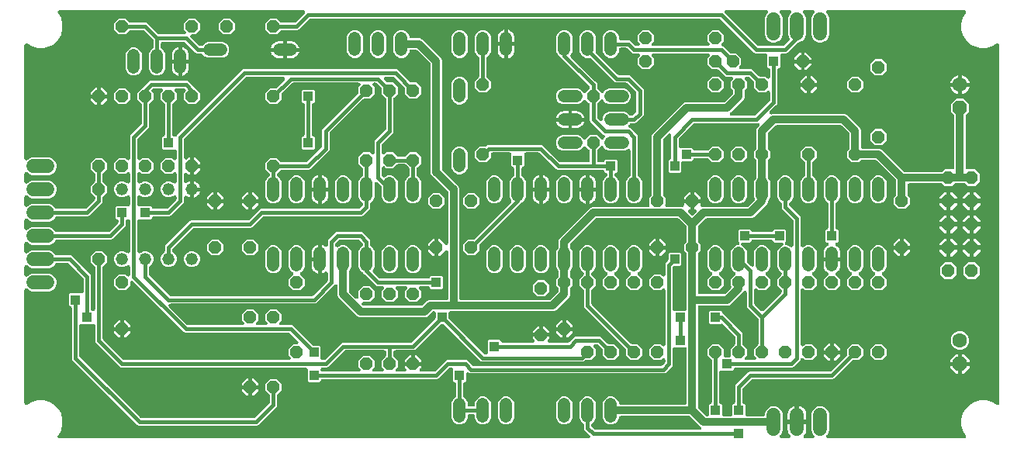
<source format=gtl>
G04 EAGLE Gerber RS-274X export*
G75*
%MOMM*%
%FSLAX34Y34*%
%LPD*%
%INTop Copper*%
%IPPOS*%
%AMOC8*
5,1,8,0,0,1.08239X$1,22.5*%
G01*
%ADD10P,1.429621X8X292.500000*%
%ADD11C,1.320800*%
%ADD12C,1.320800*%
%ADD13P,1.429621X8X112.500000*%
%ADD14P,1.429621X8X202.500000*%
%ADD15P,1.732040X8X292.500000*%
%ADD16C,1.600200*%
%ADD17C,1.524000*%
%ADD18P,1.539592X8X112.500000*%
%ADD19R,1.006400X1.006400*%
%ADD20C,0.812800*%
%ADD21C,0.406400*%

G36*
X441160Y152149D02*
X441160Y152149D01*
X441187Y152147D01*
X441361Y152169D01*
X441534Y152187D01*
X441559Y152194D01*
X441586Y152198D01*
X441752Y152253D01*
X441919Y152305D01*
X441942Y152318D01*
X441968Y152326D01*
X442119Y152413D01*
X442273Y152497D01*
X442293Y152514D01*
X442317Y152527D01*
X442570Y152742D01*
X445396Y155568D01*
X447396Y157569D01*
X448658Y158091D01*
X449637Y158497D01*
X468122Y158497D01*
X468140Y158499D01*
X468158Y158497D01*
X468340Y158518D01*
X468523Y158537D01*
X468540Y158542D01*
X468557Y158544D01*
X468732Y158601D01*
X468908Y158655D01*
X468923Y158663D01*
X468940Y158669D01*
X469100Y158759D01*
X469262Y158847D01*
X469275Y158858D01*
X469291Y158867D01*
X469430Y158987D01*
X469571Y159104D01*
X469582Y159118D01*
X469596Y159130D01*
X469708Y159275D01*
X469823Y159418D01*
X469831Y159434D01*
X469842Y159448D01*
X469924Y159613D01*
X470009Y159775D01*
X470014Y159792D01*
X470022Y159808D01*
X470069Y159987D01*
X470120Y160162D01*
X470122Y160180D01*
X470126Y160197D01*
X470153Y160528D01*
X470153Y211017D01*
X470152Y211026D01*
X470153Y211035D01*
X470132Y211226D01*
X470113Y211417D01*
X470111Y211426D01*
X470110Y211435D01*
X470052Y211617D01*
X469995Y211802D01*
X469991Y211810D01*
X469988Y211819D01*
X469895Y211987D01*
X469803Y212156D01*
X469798Y212163D01*
X469793Y212171D01*
X469669Y212318D01*
X469546Y212466D01*
X469539Y212471D01*
X469533Y212478D01*
X469382Y212597D01*
X469232Y212718D01*
X469224Y212722D01*
X469217Y212728D01*
X469044Y212815D01*
X468875Y212903D01*
X468866Y212906D01*
X468858Y212910D01*
X468672Y212962D01*
X468488Y213015D01*
X468479Y213016D01*
X468470Y213018D01*
X468277Y213032D01*
X468086Y213048D01*
X468078Y213047D01*
X468069Y213047D01*
X467876Y213023D01*
X467687Y213001D01*
X467678Y212998D01*
X467669Y212997D01*
X467486Y212936D01*
X467304Y212876D01*
X467296Y212872D01*
X467288Y212869D01*
X467121Y212773D01*
X466953Y212678D01*
X466946Y212672D01*
X466939Y212668D01*
X466686Y212453D01*
X460988Y206755D01*
X459231Y206755D01*
X459231Y215900D01*
X459231Y225045D01*
X460988Y225045D01*
X466686Y219347D01*
X466693Y219341D01*
X466698Y219334D01*
X466848Y219214D01*
X466997Y219092D01*
X467005Y219088D01*
X467012Y219082D01*
X467182Y218994D01*
X467353Y218903D01*
X467362Y218901D01*
X467369Y218897D01*
X467554Y218843D01*
X467739Y218788D01*
X467748Y218788D01*
X467756Y218785D01*
X467948Y218769D01*
X468140Y218752D01*
X468149Y218753D01*
X468158Y218752D01*
X468347Y218774D01*
X468540Y218795D01*
X468549Y218798D01*
X468557Y218799D01*
X468739Y218859D01*
X468924Y218917D01*
X468932Y218921D01*
X468940Y218924D01*
X469109Y219019D01*
X469276Y219112D01*
X469283Y219117D01*
X469291Y219122D01*
X469436Y219247D01*
X469583Y219372D01*
X469589Y219379D01*
X469596Y219385D01*
X469713Y219536D01*
X469833Y219688D01*
X469837Y219696D01*
X469842Y219703D01*
X469928Y219875D01*
X470015Y220047D01*
X470018Y220056D01*
X470022Y220064D01*
X470072Y220250D01*
X470123Y220435D01*
X470124Y220444D01*
X470126Y220452D01*
X470153Y220783D01*
X470153Y276033D01*
X470151Y276060D01*
X470153Y276087D01*
X470131Y276260D01*
X470113Y276434D01*
X470106Y276459D01*
X470102Y276486D01*
X470047Y276652D01*
X469995Y276819D01*
X469982Y276842D01*
X469974Y276868D01*
X469887Y277019D01*
X469803Y277173D01*
X469786Y277193D01*
X469773Y277217D01*
X469558Y277470D01*
X452031Y294996D01*
X451103Y297237D01*
X451103Y415733D01*
X451101Y415760D01*
X451103Y415787D01*
X451081Y415960D01*
X451063Y416134D01*
X451056Y416159D01*
X451052Y416186D01*
X450997Y416352D01*
X450945Y416519D01*
X450932Y416542D01*
X450924Y416568D01*
X450837Y416719D01*
X450753Y416873D01*
X450736Y416893D01*
X450723Y416917D01*
X450508Y417170D01*
X436220Y431458D01*
X436199Y431475D01*
X436181Y431496D01*
X436043Y431603D01*
X435908Y431713D01*
X435884Y431726D01*
X435863Y431742D01*
X435706Y431820D01*
X435552Y431902D01*
X435527Y431910D01*
X435503Y431922D01*
X435333Y431967D01*
X435166Y432017D01*
X435140Y432019D01*
X435114Y432026D01*
X434783Y432053D01*
X429768Y432053D01*
X429750Y432051D01*
X429732Y432053D01*
X429550Y432032D01*
X429367Y432013D01*
X429350Y432008D01*
X429333Y432006D01*
X429158Y431949D01*
X428982Y431895D01*
X428967Y431887D01*
X428950Y431881D01*
X428790Y431791D01*
X428628Y431703D01*
X428615Y431692D01*
X428599Y431683D01*
X428460Y431563D01*
X428319Y431446D01*
X428308Y431432D01*
X428294Y431420D01*
X428182Y431275D01*
X428067Y431132D01*
X428059Y431116D01*
X428048Y431102D01*
X427966Y430937D01*
X427881Y430775D01*
X427876Y430758D01*
X427868Y430742D01*
X427821Y430563D01*
X427770Y430388D01*
X427768Y430370D01*
X427764Y430353D01*
X427737Y430022D01*
X427737Y429828D01*
X426422Y426654D01*
X423992Y424224D01*
X423135Y423869D01*
X420818Y422909D01*
X417382Y422909D01*
X414208Y424224D01*
X411778Y426654D01*
X410463Y429828D01*
X410463Y446472D01*
X411778Y449646D01*
X414208Y452076D01*
X415527Y452622D01*
X415527Y452623D01*
X417382Y453391D01*
X420818Y453391D01*
X423992Y452076D01*
X426422Y449646D01*
X427737Y446472D01*
X427737Y446278D01*
X427739Y446260D01*
X427737Y446242D01*
X427758Y446060D01*
X427777Y445877D01*
X427782Y445860D01*
X427784Y445843D01*
X427841Y445668D01*
X427895Y445492D01*
X427903Y445477D01*
X427909Y445460D01*
X427999Y445300D01*
X428087Y445138D01*
X428098Y445125D01*
X428107Y445109D01*
X428227Y444970D01*
X428344Y444829D01*
X428358Y444818D01*
X428370Y444804D01*
X428515Y444692D01*
X428658Y444577D01*
X428674Y444569D01*
X428688Y444558D01*
X428853Y444476D01*
X429015Y444391D01*
X429032Y444386D01*
X429048Y444378D01*
X429227Y444331D01*
X429402Y444280D01*
X429420Y444278D01*
X429437Y444274D01*
X429768Y444247D01*
X439363Y444247D01*
X441604Y443319D01*
X462369Y422554D01*
X463297Y420313D01*
X463297Y301817D01*
X463299Y301790D01*
X463297Y301763D01*
X463319Y301590D01*
X463337Y301416D01*
X463344Y301391D01*
X463348Y301364D01*
X463403Y301198D01*
X463455Y301031D01*
X463468Y301008D01*
X463476Y300982D01*
X463563Y300831D01*
X463647Y300677D01*
X463664Y300657D01*
X463677Y300633D01*
X463892Y300380D01*
X481419Y282854D01*
X482347Y280613D01*
X482347Y160528D01*
X482349Y160510D01*
X482347Y160492D01*
X482368Y160310D01*
X482387Y160127D01*
X482392Y160110D01*
X482394Y160093D01*
X482451Y159918D01*
X482505Y159742D01*
X482513Y159727D01*
X482519Y159710D01*
X482609Y159550D01*
X482697Y159388D01*
X482708Y159375D01*
X482717Y159359D01*
X482837Y159220D01*
X482954Y159079D01*
X482968Y159068D01*
X482980Y159054D01*
X483125Y158942D01*
X483268Y158827D01*
X483284Y158819D01*
X483298Y158808D01*
X483463Y158726D01*
X483625Y158641D01*
X483642Y158636D01*
X483658Y158628D01*
X483837Y158581D01*
X484012Y158530D01*
X484030Y158528D01*
X484047Y158524D01*
X484378Y158497D01*
X580833Y158497D01*
X580860Y158499D01*
X580887Y158497D01*
X581060Y158519D01*
X581234Y158537D01*
X581259Y158544D01*
X581286Y158548D01*
X581452Y158603D01*
X581619Y158655D01*
X581642Y158668D01*
X581668Y158676D01*
X581819Y158763D01*
X581973Y158847D01*
X581993Y158864D01*
X582017Y158877D01*
X582270Y159092D01*
X590208Y167030D01*
X590225Y167051D01*
X590246Y167069D01*
X590353Y167207D01*
X590463Y167342D01*
X590476Y167366D01*
X590492Y167387D01*
X590570Y167544D01*
X590652Y167698D01*
X590660Y167723D01*
X590672Y167747D01*
X590717Y167917D01*
X590767Y168084D01*
X590769Y168110D01*
X590776Y168136D01*
X590803Y168467D01*
X590803Y170841D01*
X590801Y170868D01*
X590803Y170895D01*
X590781Y171068D01*
X590763Y171242D01*
X590756Y171267D01*
X590752Y171294D01*
X590696Y171460D01*
X590645Y171627D01*
X590632Y171650D01*
X590624Y171676D01*
X590537Y171827D01*
X590453Y171981D01*
X590436Y172001D01*
X590423Y172025D01*
X590208Y172278D01*
X588263Y174223D01*
X588263Y181377D01*
X590208Y183323D01*
X590225Y183343D01*
X590246Y183361D01*
X590353Y183499D01*
X590463Y183634D01*
X590476Y183658D01*
X590492Y183679D01*
X590570Y183836D01*
X590652Y183990D01*
X590660Y184015D01*
X590672Y184039D01*
X590717Y184209D01*
X590767Y184376D01*
X590769Y184402D01*
X590776Y184428D01*
X590803Y184759D01*
X590803Y189637D01*
X590801Y189664D01*
X590803Y189690D01*
X590781Y189864D01*
X590763Y190038D01*
X590756Y190063D01*
X590752Y190090D01*
X590697Y190256D01*
X590645Y190423D01*
X590632Y190446D01*
X590624Y190472D01*
X590537Y190623D01*
X590453Y190777D01*
X590436Y190797D01*
X590423Y190820D01*
X590208Y191073D01*
X589578Y191704D01*
X588263Y194878D01*
X588263Y211522D01*
X589578Y214696D01*
X590208Y215327D01*
X590225Y215347D01*
X590246Y215365D01*
X590353Y215503D01*
X590463Y215638D01*
X590476Y215662D01*
X590492Y215683D01*
X590570Y215840D01*
X590652Y215994D01*
X590660Y216019D01*
X590672Y216043D01*
X590717Y216213D01*
X590767Y216380D01*
X590769Y216406D01*
X590776Y216432D01*
X590803Y216763D01*
X590803Y223463D01*
X591731Y225704D01*
X625196Y259169D01*
X626368Y259654D01*
X627437Y260097D01*
X687985Y260097D01*
X687994Y260098D01*
X688003Y260097D01*
X688194Y260117D01*
X688386Y260137D01*
X688394Y260139D01*
X688403Y260140D01*
X688587Y260198D01*
X688771Y260255D01*
X688779Y260259D01*
X688787Y260262D01*
X688956Y260355D01*
X689125Y260447D01*
X689132Y260452D01*
X689140Y260457D01*
X689287Y260582D01*
X689434Y260704D01*
X689440Y260711D01*
X689447Y260717D01*
X689567Y260870D01*
X689686Y261018D01*
X689690Y261026D01*
X689696Y261033D01*
X689784Y261206D01*
X689872Y261375D01*
X689874Y261384D01*
X689878Y261392D01*
X689930Y261578D01*
X689983Y261762D01*
X689984Y261771D01*
X689986Y261780D01*
X690000Y261969D01*
X690016Y262164D01*
X690015Y262172D01*
X690016Y262182D01*
X689992Y262372D01*
X689969Y262563D01*
X689966Y262572D01*
X689965Y262581D01*
X689904Y262764D01*
X689863Y262888D01*
X689863Y270277D01*
X691808Y272222D01*
X691825Y272243D01*
X691846Y272261D01*
X691953Y272399D01*
X692063Y272534D01*
X692076Y272558D01*
X692092Y272579D01*
X692170Y272735D01*
X692252Y272890D01*
X692260Y272915D01*
X692272Y272939D01*
X692317Y273108D01*
X692367Y273276D01*
X692369Y273302D01*
X692376Y273328D01*
X692403Y273659D01*
X692403Y337763D01*
X693331Y340004D01*
X726796Y373469D01*
X729037Y374397D01*
X771333Y374397D01*
X771360Y374399D01*
X771387Y374397D01*
X771560Y374419D01*
X771734Y374437D01*
X771759Y374444D01*
X771786Y374448D01*
X771952Y374503D01*
X772119Y374555D01*
X772142Y374568D01*
X772168Y374576D01*
X772319Y374663D01*
X772473Y374747D01*
X772493Y374764D01*
X772517Y374777D01*
X772770Y374992D01*
X780708Y382930D01*
X780725Y382951D01*
X780746Y382969D01*
X780853Y383107D01*
X780963Y383242D01*
X780976Y383266D01*
X780992Y383287D01*
X781070Y383443D01*
X781152Y383598D01*
X781160Y383623D01*
X781172Y383647D01*
X781217Y383817D01*
X781267Y383984D01*
X781269Y384010D01*
X781276Y384036D01*
X781303Y384367D01*
X781303Y386741D01*
X781301Y386768D01*
X781303Y386794D01*
X781281Y386968D01*
X781263Y387142D01*
X781256Y387167D01*
X781252Y387194D01*
X781197Y387360D01*
X781145Y387527D01*
X781132Y387550D01*
X781124Y387576D01*
X781037Y387727D01*
X780953Y387881D01*
X780936Y387901D01*
X780923Y387924D01*
X780708Y388177D01*
X778763Y390123D01*
X778763Y397277D01*
X780354Y398868D01*
X780359Y398875D01*
X780366Y398880D01*
X780486Y399030D01*
X780609Y399179D01*
X780613Y399187D01*
X780618Y399194D01*
X780707Y399364D01*
X780797Y399535D01*
X780800Y399544D01*
X780804Y399551D01*
X780857Y399736D01*
X780912Y399921D01*
X780913Y399930D01*
X780915Y399938D01*
X780931Y400129D01*
X780948Y400322D01*
X780947Y400331D01*
X780948Y400340D01*
X780926Y400529D01*
X780905Y400722D01*
X780902Y400731D01*
X780901Y400739D01*
X780842Y400921D01*
X780784Y401106D01*
X780779Y401114D01*
X780776Y401122D01*
X780681Y401291D01*
X780589Y401458D01*
X780583Y401465D01*
X780579Y401473D01*
X780453Y401619D01*
X780328Y401765D01*
X780321Y401771D01*
X780315Y401778D01*
X780164Y401895D01*
X780012Y402015D01*
X780004Y402019D01*
X779997Y402024D01*
X779825Y402110D01*
X779653Y402197D01*
X779645Y402200D01*
X779637Y402204D01*
X779451Y402254D01*
X779265Y402305D01*
X779257Y402306D01*
X779248Y402308D01*
X778917Y402335D01*
X773891Y402335D01*
X772398Y402954D01*
X765483Y409868D01*
X765463Y409885D01*
X765445Y409906D01*
X765307Y410013D01*
X765172Y410123D01*
X765148Y410136D01*
X765127Y410152D01*
X764970Y410230D01*
X764816Y410312D01*
X764791Y410320D01*
X764766Y410332D01*
X764597Y410377D01*
X764430Y410427D01*
X764404Y410429D01*
X764378Y410436D01*
X764047Y410463D01*
X758423Y410463D01*
X753363Y415523D01*
X753363Y422677D01*
X754954Y424268D01*
X754959Y424275D01*
X754966Y424280D01*
X755086Y424430D01*
X755209Y424579D01*
X755213Y424587D01*
X755218Y424594D01*
X755307Y424764D01*
X755397Y424935D01*
X755400Y424943D01*
X755404Y424951D01*
X755457Y425136D01*
X755512Y425321D01*
X755513Y425330D01*
X755515Y425338D01*
X755531Y425529D01*
X755548Y425722D01*
X755547Y425731D01*
X755548Y425740D01*
X755526Y425927D01*
X755505Y426122D01*
X755502Y426131D01*
X755501Y426139D01*
X755442Y426321D01*
X755384Y426506D01*
X755379Y426514D01*
X755376Y426522D01*
X755281Y426691D01*
X755189Y426858D01*
X755183Y426865D01*
X755179Y426873D01*
X755053Y427019D01*
X754928Y427165D01*
X754921Y427171D01*
X754915Y427178D01*
X754764Y427295D01*
X754612Y427415D01*
X754604Y427419D01*
X754597Y427424D01*
X754425Y427510D01*
X754253Y427597D01*
X754245Y427600D01*
X754237Y427604D01*
X754051Y427654D01*
X753865Y427705D01*
X753857Y427706D01*
X753848Y427708D01*
X753517Y427735D01*
X694283Y427735D01*
X694274Y427734D01*
X694265Y427735D01*
X694073Y427714D01*
X693882Y427695D01*
X693874Y427693D01*
X693865Y427692D01*
X693682Y427634D01*
X693497Y427577D01*
X693489Y427573D01*
X693481Y427570D01*
X693312Y427477D01*
X693143Y427385D01*
X693136Y427380D01*
X693129Y427375D01*
X692981Y427250D01*
X692834Y427128D01*
X692828Y427121D01*
X692822Y427115D01*
X692701Y426963D01*
X692582Y426814D01*
X692578Y426806D01*
X692572Y426799D01*
X692485Y426627D01*
X692396Y426457D01*
X692394Y426448D01*
X692390Y426440D01*
X692338Y426253D01*
X692285Y426070D01*
X692284Y426061D01*
X692282Y426052D01*
X692267Y425860D01*
X692252Y425668D01*
X692253Y425660D01*
X692252Y425651D01*
X692277Y425456D01*
X692299Y425269D01*
X692301Y425260D01*
X692303Y425251D01*
X692364Y425067D01*
X692424Y424886D01*
X692428Y424878D01*
X692431Y424870D01*
X692527Y424702D01*
X692621Y424535D01*
X692627Y424528D01*
X692632Y424521D01*
X692846Y424268D01*
X694437Y422677D01*
X694437Y415523D01*
X689377Y410463D01*
X682223Y410463D01*
X677163Y415523D01*
X677163Y422677D01*
X678754Y424268D01*
X678759Y424275D01*
X678766Y424280D01*
X678886Y424430D01*
X679009Y424579D01*
X679013Y424587D01*
X679018Y424594D01*
X679107Y424764D01*
X679197Y424935D01*
X679200Y424943D01*
X679204Y424951D01*
X679257Y425136D01*
X679312Y425321D01*
X679313Y425330D01*
X679315Y425338D01*
X679331Y425529D01*
X679348Y425722D01*
X679347Y425731D01*
X679348Y425740D01*
X679326Y425927D01*
X679305Y426122D01*
X679302Y426131D01*
X679301Y426139D01*
X679242Y426321D01*
X679184Y426506D01*
X679179Y426514D01*
X679176Y426522D01*
X679081Y426691D01*
X678989Y426858D01*
X678983Y426865D01*
X678979Y426873D01*
X678853Y427019D01*
X678728Y427165D01*
X678721Y427171D01*
X678715Y427178D01*
X678564Y427295D01*
X678412Y427415D01*
X678404Y427419D01*
X678397Y427424D01*
X678225Y427510D01*
X678053Y427597D01*
X678045Y427600D01*
X678037Y427604D01*
X677851Y427654D01*
X677665Y427705D01*
X677657Y427706D01*
X677648Y427708D01*
X677317Y427735D01*
X672291Y427735D01*
X670798Y428354D01*
X665661Y433490D01*
X665641Y433507D01*
X665623Y433528D01*
X665485Y433635D01*
X665350Y433745D01*
X665326Y433758D01*
X665305Y433774D01*
X665148Y433852D01*
X664994Y433934D01*
X664969Y433942D01*
X664944Y433954D01*
X664775Y433999D01*
X664608Y434049D01*
X664582Y434051D01*
X664556Y434058D01*
X664225Y434085D01*
X658368Y434085D01*
X658350Y434083D01*
X658332Y434085D01*
X658150Y434064D01*
X657967Y434045D01*
X657950Y434040D01*
X657933Y434038D01*
X657758Y433981D01*
X657582Y433927D01*
X657567Y433919D01*
X657550Y433913D01*
X657390Y433823D01*
X657228Y433735D01*
X657215Y433724D01*
X657199Y433715D01*
X657060Y433595D01*
X656919Y433478D01*
X656908Y433464D01*
X656894Y433452D01*
X656781Y433306D01*
X656667Y433164D01*
X656659Y433148D01*
X656648Y433134D01*
X656565Y432969D01*
X656481Y432807D01*
X656476Y432790D01*
X656468Y432774D01*
X656421Y432595D01*
X656370Y432420D01*
X656368Y432402D01*
X656364Y432385D01*
X656337Y432054D01*
X656337Y429828D01*
X655022Y426654D01*
X652592Y424224D01*
X651735Y423869D01*
X649418Y422909D01*
X645982Y422909D01*
X642808Y424224D01*
X640378Y426654D01*
X639063Y429828D01*
X639063Y446472D01*
X640378Y449646D01*
X642808Y452076D01*
X644127Y452622D01*
X644127Y452623D01*
X645982Y453391D01*
X649418Y453391D01*
X652592Y452076D01*
X655022Y449646D01*
X656337Y446472D01*
X656337Y444246D01*
X656339Y444228D01*
X656337Y444210D01*
X656358Y444028D01*
X656377Y443845D01*
X656382Y443828D01*
X656384Y443811D01*
X656441Y443636D01*
X656495Y443460D01*
X656503Y443445D01*
X656509Y443428D01*
X656599Y443268D01*
X656687Y443106D01*
X656698Y443093D01*
X656707Y443077D01*
X656827Y442938D01*
X656944Y442797D01*
X656958Y442786D01*
X656970Y442772D01*
X657115Y442660D01*
X657258Y442545D01*
X657274Y442537D01*
X657288Y442526D01*
X657453Y442444D01*
X657615Y442359D01*
X657632Y442354D01*
X657648Y442346D01*
X657827Y442299D01*
X658002Y442248D01*
X658020Y442246D01*
X658037Y442242D01*
X658368Y442215D01*
X667559Y442215D01*
X669052Y441596D01*
X674189Y436460D01*
X674209Y436443D01*
X674227Y436422D01*
X674365Y436315D01*
X674500Y436205D01*
X674524Y436192D01*
X674545Y436176D01*
X674702Y436098D01*
X674856Y436016D01*
X674881Y436008D01*
X674906Y435996D01*
X675075Y435951D01*
X675242Y435901D01*
X675268Y435899D01*
X675294Y435892D01*
X675625Y435865D01*
X677317Y435865D01*
X677326Y435866D01*
X677335Y435865D01*
X677527Y435886D01*
X677718Y435905D01*
X677726Y435907D01*
X677735Y435908D01*
X677918Y435966D01*
X678103Y436023D01*
X678111Y436027D01*
X678119Y436030D01*
X678288Y436123D01*
X678457Y436215D01*
X678464Y436220D01*
X678471Y436225D01*
X678619Y436350D01*
X678766Y436472D01*
X678772Y436479D01*
X678778Y436485D01*
X678898Y436637D01*
X679018Y436786D01*
X679022Y436794D01*
X679028Y436801D01*
X679115Y436973D01*
X679204Y437143D01*
X679206Y437152D01*
X679210Y437160D01*
X679262Y437346D01*
X679315Y437530D01*
X679316Y437539D01*
X679318Y437548D01*
X679333Y437740D01*
X679348Y437932D01*
X679347Y437940D01*
X679348Y437949D01*
X679323Y438142D01*
X679301Y438331D01*
X679299Y438340D01*
X679297Y438349D01*
X679236Y438532D01*
X679176Y438714D01*
X679172Y438722D01*
X679169Y438730D01*
X679074Y438896D01*
X678979Y439065D01*
X678973Y439072D01*
X678968Y439079D01*
X678754Y439332D01*
X677163Y440923D01*
X677163Y448077D01*
X682223Y453137D01*
X689377Y453137D01*
X694437Y448077D01*
X694437Y440923D01*
X692846Y439332D01*
X692841Y439325D01*
X692834Y439320D01*
X692714Y439170D01*
X692591Y439021D01*
X692587Y439013D01*
X692582Y439006D01*
X692492Y438834D01*
X692403Y438665D01*
X692400Y438656D01*
X692396Y438649D01*
X692343Y438464D01*
X692288Y438279D01*
X692287Y438270D01*
X692285Y438262D01*
X692269Y438071D01*
X692252Y437878D01*
X692253Y437869D01*
X692252Y437860D01*
X692274Y437670D01*
X692295Y437478D01*
X692298Y437469D01*
X692299Y437461D01*
X692358Y437278D01*
X692416Y437094D01*
X692421Y437086D01*
X692424Y437078D01*
X692519Y436909D01*
X692611Y436742D01*
X692617Y436735D01*
X692621Y436727D01*
X692747Y436581D01*
X692872Y436435D01*
X692879Y436429D01*
X692885Y436422D01*
X693036Y436305D01*
X693188Y436185D01*
X693196Y436181D01*
X693203Y436176D01*
X693375Y436090D01*
X693547Y436003D01*
X693555Y436000D01*
X693563Y435996D01*
X693749Y435946D01*
X693935Y435895D01*
X693943Y435894D01*
X693952Y435892D01*
X694283Y435865D01*
X753517Y435865D01*
X753526Y435866D01*
X753535Y435865D01*
X753727Y435886D01*
X753918Y435905D01*
X753926Y435907D01*
X753935Y435908D01*
X754118Y435966D01*
X754303Y436023D01*
X754311Y436027D01*
X754319Y436030D01*
X754488Y436123D01*
X754657Y436215D01*
X754664Y436220D01*
X754671Y436225D01*
X754819Y436350D01*
X754966Y436472D01*
X754972Y436479D01*
X754978Y436485D01*
X755098Y436637D01*
X755218Y436786D01*
X755222Y436794D01*
X755228Y436801D01*
X755315Y436973D01*
X755404Y437143D01*
X755406Y437152D01*
X755410Y437160D01*
X755462Y437346D01*
X755515Y437530D01*
X755516Y437539D01*
X755518Y437548D01*
X755533Y437740D01*
X755548Y437932D01*
X755547Y437940D01*
X755548Y437949D01*
X755523Y438142D01*
X755501Y438331D01*
X755499Y438340D01*
X755497Y438349D01*
X755436Y438532D01*
X755376Y438714D01*
X755372Y438722D01*
X755369Y438730D01*
X755274Y438896D01*
X755179Y439065D01*
X755173Y439072D01*
X755168Y439079D01*
X754954Y439332D01*
X753363Y440923D01*
X753363Y448077D01*
X758423Y453137D01*
X765577Y453137D01*
X770637Y448077D01*
X770637Y440923D01*
X768777Y439063D01*
X768768Y439052D01*
X768758Y439044D01*
X768641Y438897D01*
X768522Y438751D01*
X768516Y438739D01*
X768507Y438729D01*
X768421Y438561D01*
X768333Y438396D01*
X768329Y438383D01*
X768323Y438371D01*
X768272Y438191D01*
X768218Y438010D01*
X768217Y437996D01*
X768214Y437983D01*
X768199Y437798D01*
X768182Y437609D01*
X768184Y437595D01*
X768182Y437582D01*
X768205Y437397D01*
X768225Y437208D01*
X768230Y437196D01*
X768231Y437182D01*
X768290Y437004D01*
X768347Y436825D01*
X768353Y436813D01*
X768358Y436800D01*
X768451Y436636D01*
X768542Y436472D01*
X768550Y436462D01*
X768557Y436450D01*
X768681Y436308D01*
X768802Y436165D01*
X768813Y436157D01*
X768822Y436147D01*
X768970Y436032D01*
X769118Y435916D01*
X769130Y435910D01*
X769141Y435901D01*
X769436Y435750D01*
X770652Y435246D01*
X777567Y428332D01*
X777587Y428315D01*
X777605Y428294D01*
X777743Y428187D01*
X777878Y428077D01*
X777902Y428064D01*
X777923Y428048D01*
X778080Y427970D01*
X778234Y427888D01*
X778259Y427880D01*
X778284Y427868D01*
X778453Y427823D01*
X778620Y427773D01*
X778646Y427771D01*
X778672Y427764D01*
X779003Y427737D01*
X784627Y427737D01*
X789687Y422677D01*
X789687Y415523D01*
X788096Y413932D01*
X788091Y413925D01*
X788084Y413920D01*
X787964Y413770D01*
X787841Y413621D01*
X787837Y413613D01*
X787832Y413606D01*
X787742Y413434D01*
X787653Y413265D01*
X787650Y413256D01*
X787646Y413249D01*
X787593Y413064D01*
X787538Y412879D01*
X787537Y412870D01*
X787535Y412862D01*
X787519Y412671D01*
X787502Y412478D01*
X787503Y412469D01*
X787502Y412460D01*
X787524Y412271D01*
X787545Y412078D01*
X787548Y412069D01*
X787549Y412061D01*
X787608Y411879D01*
X787666Y411694D01*
X787671Y411686D01*
X787674Y411678D01*
X787769Y411509D01*
X787861Y411342D01*
X787867Y411335D01*
X787871Y411327D01*
X787997Y411181D01*
X788122Y411035D01*
X788129Y411029D01*
X788135Y411022D01*
X788286Y410905D01*
X788438Y410785D01*
X788446Y410781D01*
X788453Y410776D01*
X788625Y410690D01*
X788797Y410603D01*
X788805Y410600D01*
X788813Y410596D01*
X788999Y410546D01*
X789185Y410495D01*
X789193Y410494D01*
X789202Y410492D01*
X789533Y410465D01*
X800909Y410465D01*
X802402Y409846D01*
X809317Y402932D01*
X809337Y402915D01*
X809355Y402894D01*
X809493Y402787D01*
X809628Y402677D01*
X809652Y402664D01*
X809673Y402648D01*
X809830Y402570D01*
X809984Y402488D01*
X810009Y402480D01*
X810034Y402468D01*
X810203Y402423D01*
X810370Y402373D01*
X810396Y402371D01*
X810422Y402364D01*
X810753Y402337D01*
X816377Y402337D01*
X817968Y400746D01*
X817975Y400741D01*
X817980Y400734D01*
X818130Y400614D01*
X818279Y400491D01*
X818287Y400487D01*
X818294Y400482D01*
X818464Y400393D01*
X818635Y400303D01*
X818644Y400300D01*
X818651Y400296D01*
X818836Y400243D01*
X819021Y400188D01*
X819030Y400187D01*
X819038Y400185D01*
X819229Y400169D01*
X819422Y400152D01*
X819431Y400153D01*
X819440Y400152D01*
X819629Y400174D01*
X819822Y400195D01*
X819831Y400198D01*
X819839Y400199D01*
X820021Y400258D01*
X820206Y400316D01*
X820214Y400321D01*
X820222Y400324D01*
X820391Y400419D01*
X820558Y400511D01*
X820565Y400517D01*
X820573Y400521D01*
X820719Y400647D01*
X820865Y400772D01*
X820871Y400779D01*
X820878Y400785D01*
X820995Y400936D01*
X821115Y401088D01*
X821119Y401096D01*
X821124Y401103D01*
X821210Y401275D01*
X821297Y401447D01*
X821300Y401455D01*
X821304Y401463D01*
X821354Y401649D01*
X821405Y401835D01*
X821406Y401843D01*
X821408Y401852D01*
X821435Y402183D01*
X821435Y410004D01*
X821433Y410022D01*
X821435Y410040D01*
X821414Y410222D01*
X821395Y410405D01*
X821390Y410422D01*
X821388Y410439D01*
X821331Y410614D01*
X821277Y410790D01*
X821269Y410805D01*
X821263Y410822D01*
X821173Y410982D01*
X821085Y411144D01*
X821074Y411157D01*
X821065Y411173D01*
X820945Y411312D01*
X820828Y411453D01*
X820814Y411464D01*
X820802Y411478D01*
X820657Y411590D01*
X820514Y411705D01*
X820498Y411713D01*
X820484Y411724D01*
X820319Y411806D01*
X820157Y411891D01*
X820140Y411896D01*
X820124Y411904D01*
X819945Y411951D01*
X819770Y412002D01*
X819752Y412004D01*
X819735Y412008D01*
X819646Y412015D01*
X818435Y413226D01*
X818435Y425704D01*
X818433Y425722D01*
X818435Y425740D01*
X818414Y425921D01*
X818395Y426105D01*
X818390Y426122D01*
X818388Y426139D01*
X818331Y426314D01*
X818277Y426490D01*
X818269Y426505D01*
X818263Y426522D01*
X818173Y426682D01*
X818085Y426844D01*
X818074Y426857D01*
X818065Y426873D01*
X817945Y427012D01*
X817828Y427153D01*
X817814Y427164D01*
X817802Y427178D01*
X817657Y427290D01*
X817514Y427405D01*
X817498Y427413D01*
X817484Y427424D01*
X817319Y427506D01*
X817157Y427591D01*
X817140Y427596D01*
X817124Y427604D01*
X816945Y427651D01*
X816770Y427702D01*
X816752Y427704D01*
X816735Y427708D01*
X816404Y427735D01*
X805641Y427735D01*
X804148Y428354D01*
X767261Y465240D01*
X767241Y465257D01*
X767223Y465278D01*
X767085Y465385D01*
X766950Y465495D01*
X766926Y465508D01*
X766905Y465524D01*
X766748Y465602D01*
X766594Y465684D01*
X766569Y465692D01*
X766544Y465704D01*
X766375Y465749D01*
X766208Y465799D01*
X766182Y465801D01*
X766156Y465808D01*
X765825Y465835D01*
X320025Y465835D01*
X319998Y465833D01*
X319972Y465835D01*
X319798Y465813D01*
X319624Y465795D01*
X319599Y465788D01*
X319572Y465784D01*
X319407Y465729D01*
X319240Y465677D01*
X319216Y465664D01*
X319191Y465656D01*
X319039Y465569D01*
X318885Y465485D01*
X318865Y465468D01*
X318842Y465455D01*
X318589Y465240D01*
X307102Y453754D01*
X305609Y453135D01*
X288391Y453135D01*
X288364Y453133D01*
X288338Y453135D01*
X288164Y453113D01*
X287990Y453095D01*
X287965Y453088D01*
X287938Y453084D01*
X287772Y453029D01*
X287605Y452977D01*
X287582Y452964D01*
X287556Y452956D01*
X287405Y452869D01*
X287251Y452785D01*
X287231Y452768D01*
X287208Y452755D01*
X286955Y452540D01*
X282977Y448563D01*
X275823Y448563D01*
X270763Y453623D01*
X270763Y460777D01*
X275823Y465837D01*
X282977Y465837D01*
X286955Y461860D01*
X286975Y461843D01*
X286993Y461822D01*
X287131Y461715D01*
X287266Y461605D01*
X287290Y461592D01*
X287311Y461576D01*
X287468Y461498D01*
X287622Y461416D01*
X287647Y461408D01*
X287671Y461396D01*
X287841Y461351D01*
X288008Y461301D01*
X288034Y461299D01*
X288060Y461292D01*
X288391Y461265D01*
X302275Y461265D01*
X302302Y461267D01*
X302328Y461265D01*
X302502Y461287D01*
X302676Y461305D01*
X302701Y461312D01*
X302728Y461316D01*
X302893Y461371D01*
X303060Y461423D01*
X303084Y461436D01*
X303109Y461444D01*
X303261Y461531D01*
X303415Y461615D01*
X303435Y461632D01*
X303458Y461645D01*
X303711Y461860D01*
X313363Y471512D01*
X313369Y471519D01*
X313376Y471524D01*
X313496Y471674D01*
X313618Y471823D01*
X313623Y471831D01*
X313628Y471838D01*
X313717Y472008D01*
X313807Y472179D01*
X313810Y472188D01*
X313814Y472195D01*
X313867Y472380D01*
X313922Y472565D01*
X313923Y472574D01*
X313925Y472582D01*
X313941Y472774D01*
X313958Y472966D01*
X313957Y472975D01*
X313958Y472984D01*
X313936Y473173D01*
X313915Y473366D01*
X313912Y473375D01*
X313911Y473383D01*
X313852Y473565D01*
X313793Y473750D01*
X313789Y473758D01*
X313786Y473766D01*
X313691Y473935D01*
X313598Y474102D01*
X313593Y474109D01*
X313588Y474117D01*
X313462Y474263D01*
X313338Y474409D01*
X313331Y474415D01*
X313325Y474422D01*
X313174Y474539D01*
X313022Y474659D01*
X313014Y474663D01*
X313007Y474668D01*
X312835Y474754D01*
X312663Y474841D01*
X312655Y474844D01*
X312647Y474848D01*
X312460Y474898D01*
X312275Y474949D01*
X312266Y474950D01*
X312258Y474952D01*
X311927Y474979D01*
X46004Y474979D01*
X45858Y474965D01*
X45712Y474958D01*
X45658Y474945D01*
X45603Y474939D01*
X45463Y474896D01*
X45322Y474861D01*
X45271Y474838D01*
X45218Y474821D01*
X45090Y474752D01*
X44958Y474689D01*
X44913Y474656D01*
X44864Y474629D01*
X44752Y474536D01*
X44635Y474449D01*
X44598Y474407D01*
X44555Y474372D01*
X44463Y474258D01*
X44366Y474149D01*
X44337Y474101D01*
X44303Y474058D01*
X44235Y473928D01*
X44161Y473802D01*
X44143Y473750D01*
X44117Y473701D01*
X44077Y473560D01*
X44029Y473422D01*
X44021Y473367D01*
X44006Y473314D01*
X43994Y473168D01*
X43974Y473023D01*
X43977Y472968D01*
X43973Y472912D01*
X43990Y472767D01*
X43999Y472621D01*
X44013Y472568D01*
X44020Y472513D01*
X44065Y472374D01*
X44103Y472232D01*
X44130Y472175D01*
X44145Y472130D01*
X44186Y472057D01*
X44245Y471932D01*
X47472Y466342D01*
X49086Y460318D01*
X49086Y454082D01*
X47472Y448058D01*
X44354Y442656D01*
X39944Y438246D01*
X34542Y435128D01*
X28518Y433514D01*
X22282Y433514D01*
X16258Y435128D01*
X10668Y438355D01*
X10534Y438416D01*
X10405Y438483D01*
X10351Y438498D01*
X10301Y438521D01*
X10158Y438554D01*
X10018Y438594D01*
X9962Y438599D01*
X9908Y438611D01*
X9762Y438615D01*
X9616Y438627D01*
X9561Y438621D01*
X9506Y438622D01*
X9361Y438597D01*
X9217Y438580D01*
X9164Y438563D01*
X9109Y438554D01*
X8973Y438501D01*
X8834Y438455D01*
X8785Y438428D01*
X8734Y438408D01*
X8611Y438329D01*
X8483Y438257D01*
X8441Y438221D01*
X8394Y438191D01*
X8289Y438090D01*
X8178Y437994D01*
X8144Y437950D01*
X8104Y437912D01*
X8021Y437792D01*
X7932Y437676D01*
X7907Y437627D01*
X7875Y437581D01*
X7817Y437446D01*
X7752Y437316D01*
X7738Y437262D01*
X7716Y437211D01*
X7686Y437068D01*
X7648Y436927D01*
X7643Y436864D01*
X7633Y436817D01*
X7632Y436733D01*
X7621Y436596D01*
X7621Y313196D01*
X7622Y313187D01*
X7621Y313178D01*
X7642Y312986D01*
X7661Y312795D01*
X7663Y312786D01*
X7664Y312778D01*
X7722Y312595D01*
X7779Y312410D01*
X7783Y312402D01*
X7786Y312394D01*
X7879Y312225D01*
X7971Y312056D01*
X7976Y312049D01*
X7981Y312041D01*
X8106Y311894D01*
X8228Y311747D01*
X8235Y311741D01*
X8241Y311734D01*
X8393Y311614D01*
X8542Y311494D01*
X8550Y311490D01*
X8557Y311485D01*
X8729Y311397D01*
X8899Y311309D01*
X8908Y311306D01*
X8916Y311302D01*
X9102Y311251D01*
X9286Y311198D01*
X9295Y311197D01*
X9304Y311194D01*
X9496Y311180D01*
X9688Y311165D01*
X9696Y311166D01*
X9705Y311165D01*
X9898Y311189D01*
X10087Y311212D01*
X10096Y311214D01*
X10105Y311215D01*
X10288Y311277D01*
X10470Y311336D01*
X10478Y311341D01*
X10486Y311344D01*
X10652Y311439D01*
X10821Y311534D01*
X10828Y311540D01*
X10835Y311545D01*
X11088Y311759D01*
X12312Y312983D01*
X15860Y314453D01*
X34940Y314453D01*
X38488Y312983D01*
X41203Y310268D01*
X42673Y306720D01*
X42673Y302880D01*
X41203Y299332D01*
X38488Y296617D01*
X34940Y295147D01*
X15860Y295147D01*
X12312Y296617D01*
X11088Y297841D01*
X11081Y297846D01*
X11076Y297853D01*
X10925Y297974D01*
X10777Y298096D01*
X10769Y298100D01*
X10762Y298106D01*
X10592Y298194D01*
X10421Y298284D01*
X10412Y298287D01*
X10405Y298291D01*
X10220Y298344D01*
X10035Y298399D01*
X10026Y298400D01*
X10018Y298402D01*
X9827Y298418D01*
X9634Y298436D01*
X9625Y298435D01*
X9616Y298435D01*
X9427Y298413D01*
X9234Y298392D01*
X9225Y298389D01*
X9217Y298388D01*
X9035Y298329D01*
X8850Y298271D01*
X8842Y298266D01*
X8834Y298264D01*
X8667Y298169D01*
X8498Y298076D01*
X8491Y298070D01*
X8483Y298066D01*
X8338Y297941D01*
X8191Y297815D01*
X8185Y297808D01*
X8178Y297803D01*
X8062Y297652D01*
X7941Y297499D01*
X7937Y297491D01*
X7932Y297484D01*
X7847Y297314D01*
X7759Y297141D01*
X7756Y297132D01*
X7752Y297124D01*
X7703Y296938D01*
X7651Y296753D01*
X7650Y296744D01*
X7648Y296735D01*
X7621Y296404D01*
X7621Y287796D01*
X7622Y287787D01*
X7621Y287778D01*
X7642Y287586D01*
X7661Y287395D01*
X7663Y287386D01*
X7664Y287378D01*
X7722Y287194D01*
X7779Y287010D01*
X7783Y287002D01*
X7786Y286994D01*
X7879Y286825D01*
X7971Y286656D01*
X7976Y286649D01*
X7981Y286641D01*
X8106Y286494D01*
X8228Y286347D01*
X8235Y286341D01*
X8241Y286334D01*
X8393Y286214D01*
X8542Y286094D01*
X8550Y286090D01*
X8557Y286085D01*
X8729Y285997D01*
X8899Y285909D01*
X8908Y285906D01*
X8916Y285902D01*
X9102Y285851D01*
X9286Y285798D01*
X9295Y285797D01*
X9304Y285794D01*
X9496Y285780D01*
X9688Y285765D01*
X9696Y285766D01*
X9705Y285765D01*
X9898Y285789D01*
X10087Y285812D01*
X10096Y285814D01*
X10105Y285815D01*
X10288Y285877D01*
X10470Y285936D01*
X10478Y285941D01*
X10486Y285944D01*
X10652Y286039D01*
X10821Y286134D01*
X10828Y286140D01*
X10835Y286145D01*
X11088Y286359D01*
X12312Y287583D01*
X13539Y288091D01*
X15860Y289053D01*
X34940Y289053D01*
X38488Y287583D01*
X41203Y284868D01*
X42673Y281320D01*
X42673Y277480D01*
X41203Y273932D01*
X38488Y271217D01*
X34940Y269747D01*
X15860Y269747D01*
X12312Y271217D01*
X11088Y272441D01*
X11081Y272446D01*
X11076Y272453D01*
X10925Y272574D01*
X10777Y272696D01*
X10769Y272700D01*
X10762Y272706D01*
X10592Y272794D01*
X10421Y272884D01*
X10412Y272887D01*
X10405Y272891D01*
X10220Y272944D01*
X10035Y272999D01*
X10026Y273000D01*
X10018Y273002D01*
X9827Y273018D01*
X9634Y273036D01*
X9625Y273035D01*
X9616Y273035D01*
X9427Y273013D01*
X9234Y272992D01*
X9225Y272989D01*
X9217Y272988D01*
X9035Y272929D01*
X8850Y272871D01*
X8842Y272866D01*
X8834Y272864D01*
X8667Y272769D01*
X8498Y272676D01*
X8491Y272670D01*
X8483Y272666D01*
X8338Y272541D01*
X8191Y272415D01*
X8185Y272408D01*
X8178Y272403D01*
X8062Y272252D01*
X7941Y272099D01*
X7937Y272091D01*
X7932Y272084D01*
X7847Y271914D01*
X7759Y271741D01*
X7756Y271732D01*
X7752Y271724D01*
X7703Y271538D01*
X7651Y271353D01*
X7650Y271344D01*
X7648Y271335D01*
X7621Y271004D01*
X7621Y262396D01*
X7622Y262387D01*
X7621Y262378D01*
X7642Y262186D01*
X7661Y261995D01*
X7663Y261986D01*
X7664Y261978D01*
X7722Y261795D01*
X7779Y261610D01*
X7783Y261602D01*
X7786Y261594D01*
X7879Y261425D01*
X7971Y261256D01*
X7976Y261249D01*
X7981Y261241D01*
X8106Y261094D01*
X8228Y260947D01*
X8235Y260941D01*
X8241Y260934D01*
X8393Y260814D01*
X8542Y260694D01*
X8550Y260690D01*
X8557Y260685D01*
X8729Y260597D01*
X8899Y260509D01*
X8908Y260506D01*
X8916Y260502D01*
X9102Y260451D01*
X9286Y260398D01*
X9295Y260397D01*
X9304Y260394D01*
X9496Y260380D01*
X9688Y260365D01*
X9696Y260366D01*
X9705Y260365D01*
X9898Y260389D01*
X10087Y260412D01*
X10096Y260414D01*
X10105Y260415D01*
X10288Y260477D01*
X10470Y260536D01*
X10478Y260541D01*
X10486Y260544D01*
X10652Y260639D01*
X10821Y260734D01*
X10828Y260740D01*
X10835Y260745D01*
X11088Y260959D01*
X12312Y262183D01*
X15860Y263653D01*
X34940Y263653D01*
X38488Y262183D01*
X41203Y259468D01*
X41265Y259319D01*
X41275Y259299D01*
X41282Y259278D01*
X41371Y259122D01*
X41455Y258964D01*
X41469Y258947D01*
X41480Y258927D01*
X41597Y258792D01*
X41712Y258653D01*
X41729Y258639D01*
X41743Y258622D01*
X41885Y258513D01*
X42024Y258400D01*
X42044Y258389D01*
X42062Y258376D01*
X42222Y258296D01*
X42381Y258213D01*
X42402Y258206D01*
X42422Y258196D01*
X42595Y258150D01*
X42767Y258100D01*
X42789Y258098D01*
X42811Y258092D01*
X43142Y258065D01*
X73675Y258065D01*
X73702Y258067D01*
X73728Y258065D01*
X73902Y258087D01*
X74076Y258105D01*
X74101Y258112D01*
X74128Y258116D01*
X74293Y258171D01*
X74460Y258223D01*
X74484Y258236D01*
X74509Y258244D01*
X74661Y258331D01*
X74815Y258415D01*
X74835Y258432D01*
X74858Y258445D01*
X75111Y258660D01*
X84240Y267789D01*
X84257Y267809D01*
X84278Y267827D01*
X84385Y267965D01*
X84495Y268100D01*
X84508Y268124D01*
X84524Y268145D01*
X84602Y268302D01*
X84684Y268456D01*
X84692Y268481D01*
X84704Y268506D01*
X84749Y268675D01*
X84799Y268842D01*
X84801Y268868D01*
X84808Y268894D01*
X84835Y269225D01*
X84835Y270409D01*
X84833Y270436D01*
X84835Y270462D01*
X84813Y270636D01*
X84795Y270810D01*
X84788Y270835D01*
X84784Y270862D01*
X84729Y271028D01*
X84677Y271195D01*
X84664Y271218D01*
X84656Y271244D01*
X84569Y271395D01*
X84485Y271549D01*
X84468Y271569D01*
X84455Y271592D01*
X84240Y271845D01*
X80263Y275823D01*
X80263Y282977D01*
X84240Y286955D01*
X84257Y286975D01*
X84278Y286993D01*
X84385Y287131D01*
X84495Y287266D01*
X84508Y287290D01*
X84524Y287311D01*
X84602Y287468D01*
X84684Y287622D01*
X84692Y287647D01*
X84704Y287671D01*
X84749Y287841D01*
X84799Y288008D01*
X84801Y288034D01*
X84808Y288060D01*
X84835Y288391D01*
X84835Y295809D01*
X84833Y295836D01*
X84835Y295862D01*
X84813Y296036D01*
X84795Y296210D01*
X84788Y296235D01*
X84784Y296262D01*
X84729Y296428D01*
X84677Y296595D01*
X84664Y296618D01*
X84656Y296644D01*
X84569Y296795D01*
X84485Y296949D01*
X84468Y296969D01*
X84455Y296992D01*
X84240Y297245D01*
X80263Y301223D01*
X80263Y308377D01*
X85323Y313437D01*
X92477Y313437D01*
X97537Y308377D01*
X97537Y301223D01*
X93560Y297245D01*
X93543Y297225D01*
X93522Y297207D01*
X93415Y297069D01*
X93305Y296934D01*
X93292Y296910D01*
X93276Y296889D01*
X93197Y296732D01*
X93116Y296578D01*
X93108Y296553D01*
X93096Y296529D01*
X93051Y296359D01*
X93001Y296192D01*
X92999Y296166D01*
X92992Y296140D01*
X92965Y295809D01*
X92965Y288391D01*
X92967Y288364D01*
X92965Y288338D01*
X92987Y288164D01*
X93005Y287990D01*
X93012Y287965D01*
X93016Y287938D01*
X93071Y287772D01*
X93123Y287605D01*
X93136Y287582D01*
X93144Y287556D01*
X93231Y287405D01*
X93315Y287251D01*
X93332Y287231D01*
X93345Y287208D01*
X93560Y286955D01*
X97537Y282977D01*
X97537Y275823D01*
X93560Y271845D01*
X93543Y271825D01*
X93522Y271807D01*
X93415Y271669D01*
X93305Y271534D01*
X93292Y271510D01*
X93276Y271489D01*
X93198Y271332D01*
X93116Y271178D01*
X93108Y271153D01*
X93096Y271129D01*
X93051Y270959D01*
X93001Y270792D01*
X92999Y270766D01*
X92992Y270740D01*
X92965Y270409D01*
X92965Y265891D01*
X92346Y264398D01*
X78502Y250554D01*
X77009Y249935D01*
X43142Y249935D01*
X43119Y249933D01*
X43097Y249935D01*
X42920Y249913D01*
X42741Y249895D01*
X42720Y249889D01*
X42697Y249886D01*
X42528Y249830D01*
X42356Y249777D01*
X42336Y249767D01*
X42315Y249760D01*
X42160Y249671D01*
X42002Y249585D01*
X41985Y249571D01*
X41966Y249560D01*
X41831Y249443D01*
X41693Y249328D01*
X41679Y249310D01*
X41662Y249296D01*
X41553Y249154D01*
X41440Y249014D01*
X41430Y248994D01*
X41417Y248976D01*
X41265Y248681D01*
X41203Y248532D01*
X38488Y245817D01*
X34940Y244347D01*
X15860Y244347D01*
X12312Y245817D01*
X11088Y247041D01*
X11081Y247046D01*
X11076Y247053D01*
X10925Y247174D01*
X10777Y247296D01*
X10769Y247300D01*
X10762Y247306D01*
X10592Y247394D01*
X10421Y247484D01*
X10412Y247487D01*
X10405Y247491D01*
X10220Y247544D01*
X10035Y247599D01*
X10026Y247600D01*
X10018Y247602D01*
X9827Y247618D01*
X9634Y247636D01*
X9625Y247635D01*
X9616Y247635D01*
X9427Y247613D01*
X9234Y247592D01*
X9225Y247589D01*
X9217Y247588D01*
X9035Y247529D01*
X8850Y247471D01*
X8842Y247466D01*
X8834Y247464D01*
X8667Y247369D01*
X8498Y247276D01*
X8491Y247270D01*
X8483Y247266D01*
X8338Y247141D01*
X8191Y247015D01*
X8185Y247008D01*
X8178Y247003D01*
X8062Y246852D01*
X7941Y246699D01*
X7937Y246691D01*
X7932Y246684D01*
X7847Y246514D01*
X7759Y246341D01*
X7756Y246332D01*
X7752Y246324D01*
X7703Y246138D01*
X7651Y245953D01*
X7650Y245944D01*
X7648Y245935D01*
X7621Y245604D01*
X7621Y236996D01*
X7622Y236987D01*
X7621Y236978D01*
X7642Y236786D01*
X7661Y236595D01*
X7663Y236586D01*
X7664Y236578D01*
X7722Y236395D01*
X7779Y236210D01*
X7783Y236202D01*
X7786Y236194D01*
X7879Y236025D01*
X7971Y235856D01*
X7976Y235849D01*
X7981Y235841D01*
X8106Y235694D01*
X8228Y235547D01*
X8235Y235541D01*
X8241Y235534D01*
X8393Y235414D01*
X8542Y235294D01*
X8550Y235290D01*
X8557Y235285D01*
X8729Y235197D01*
X8899Y235109D01*
X8908Y235106D01*
X8916Y235102D01*
X9102Y235051D01*
X9286Y234998D01*
X9295Y234997D01*
X9304Y234994D01*
X9496Y234980D01*
X9688Y234965D01*
X9696Y234966D01*
X9705Y234965D01*
X9898Y234989D01*
X10087Y235012D01*
X10096Y235014D01*
X10105Y235015D01*
X10288Y235077D01*
X10470Y235136D01*
X10478Y235141D01*
X10486Y235144D01*
X10652Y235239D01*
X10821Y235334D01*
X10828Y235340D01*
X10835Y235345D01*
X11088Y235559D01*
X12312Y236783D01*
X15860Y238253D01*
X34940Y238253D01*
X38488Y236783D01*
X41203Y234068D01*
X41265Y233919D01*
X41275Y233899D01*
X41282Y233878D01*
X41371Y233722D01*
X41455Y233564D01*
X41469Y233547D01*
X41480Y233527D01*
X41597Y233392D01*
X41712Y233253D01*
X41729Y233239D01*
X41743Y233222D01*
X41885Y233113D01*
X42024Y233000D01*
X42044Y232989D01*
X42062Y232976D01*
X42222Y232896D01*
X42381Y232813D01*
X42402Y232806D01*
X42422Y232796D01*
X42595Y232750D01*
X42767Y232700D01*
X42789Y232698D01*
X42811Y232692D01*
X43142Y232665D01*
X99075Y232665D01*
X99102Y232667D01*
X99128Y232665D01*
X99302Y232687D01*
X99476Y232705D01*
X99501Y232712D01*
X99528Y232716D01*
X99693Y232771D01*
X99860Y232823D01*
X99884Y232836D01*
X99909Y232844D01*
X100061Y232931D01*
X100215Y233015D01*
X100235Y233032D01*
X100258Y233045D01*
X100511Y233260D01*
X109640Y242389D01*
X109657Y242409D01*
X109678Y242427D01*
X109785Y242565D01*
X109895Y242700D01*
X109908Y242724D01*
X109924Y242745D01*
X110002Y242902D01*
X110084Y243056D01*
X110092Y243081D01*
X110104Y243106D01*
X110149Y243275D01*
X110199Y243442D01*
X110201Y243468D01*
X110208Y243494D01*
X110235Y243825D01*
X110235Y244904D01*
X110233Y244922D01*
X110235Y244940D01*
X110214Y245122D01*
X110195Y245305D01*
X110190Y245322D01*
X110188Y245339D01*
X110131Y245514D01*
X110077Y245690D01*
X110069Y245705D01*
X110063Y245722D01*
X109973Y245882D01*
X109885Y246044D01*
X109874Y246057D01*
X109865Y246073D01*
X109745Y246212D01*
X109628Y246353D01*
X109614Y246364D01*
X109602Y246378D01*
X109457Y246490D01*
X109314Y246605D01*
X109298Y246613D01*
X109284Y246624D01*
X109119Y246706D01*
X108957Y246791D01*
X108940Y246796D01*
X108924Y246804D01*
X108745Y246851D01*
X108570Y246902D01*
X108552Y246904D01*
X108535Y246908D01*
X108446Y246915D01*
X107235Y248126D01*
X107235Y259874D01*
X108426Y261065D01*
X120904Y261065D01*
X120922Y261067D01*
X120940Y261065D01*
X121122Y261086D01*
X121305Y261105D01*
X121322Y261110D01*
X121339Y261112D01*
X121514Y261169D01*
X121690Y261223D01*
X121705Y261231D01*
X121722Y261237D01*
X121882Y261327D01*
X122044Y261415D01*
X122057Y261426D01*
X122073Y261435D01*
X122212Y261555D01*
X122353Y261672D01*
X122364Y261686D01*
X122378Y261698D01*
X122490Y261843D01*
X122605Y261986D01*
X122613Y262002D01*
X122624Y262016D01*
X122706Y262181D01*
X122791Y262343D01*
X122796Y262360D01*
X122804Y262376D01*
X122851Y262555D01*
X122902Y262730D01*
X122904Y262748D01*
X122908Y262765D01*
X122935Y263096D01*
X122935Y270917D01*
X122934Y270926D01*
X122935Y270935D01*
X122915Y271125D01*
X122895Y271318D01*
X122893Y271326D01*
X122892Y271335D01*
X122834Y271518D01*
X122777Y271703D01*
X122773Y271711D01*
X122770Y271719D01*
X122677Y271888D01*
X122585Y272057D01*
X122580Y272064D01*
X122575Y272072D01*
X122451Y272218D01*
X122328Y272366D01*
X122321Y272372D01*
X122315Y272378D01*
X122164Y272498D01*
X122014Y272618D01*
X122006Y272622D01*
X121999Y272628D01*
X121826Y272716D01*
X121657Y272804D01*
X121648Y272806D01*
X121640Y272810D01*
X121453Y272862D01*
X121270Y272915D01*
X121261Y272916D01*
X121252Y272918D01*
X121060Y272932D01*
X120868Y272948D01*
X120860Y272947D01*
X120851Y272948D01*
X120659Y272924D01*
X120469Y272901D01*
X120460Y272898D01*
X120451Y272897D01*
X120269Y272836D01*
X120086Y272776D01*
X120078Y272772D01*
X120070Y272769D01*
X119902Y272673D01*
X119735Y272579D01*
X119728Y272573D01*
X119721Y272568D01*
X119468Y272354D01*
X119192Y272078D01*
X116018Y270763D01*
X112582Y270763D01*
X109408Y272078D01*
X106978Y274508D01*
X105663Y277682D01*
X105663Y281118D01*
X106978Y284292D01*
X109408Y286722D01*
X112582Y288037D01*
X116018Y288037D01*
X119192Y286722D01*
X119468Y286446D01*
X119475Y286441D01*
X119480Y286434D01*
X119630Y286313D01*
X119779Y286191D01*
X119787Y286187D01*
X119794Y286182D01*
X119964Y286093D01*
X120135Y286003D01*
X120144Y286000D01*
X120151Y285996D01*
X120335Y285943D01*
X120521Y285888D01*
X120530Y285887D01*
X120538Y285885D01*
X120729Y285869D01*
X120922Y285852D01*
X120931Y285853D01*
X120940Y285852D01*
X121129Y285874D01*
X121322Y285895D01*
X121331Y285898D01*
X121339Y285899D01*
X121522Y285958D01*
X121706Y286016D01*
X121714Y286021D01*
X121722Y286024D01*
X121891Y286119D01*
X122058Y286211D01*
X122065Y286217D01*
X122073Y286221D01*
X122218Y286347D01*
X122365Y286472D01*
X122371Y286479D01*
X122378Y286485D01*
X122495Y286636D01*
X122615Y286788D01*
X122619Y286796D01*
X122624Y286803D01*
X122710Y286975D01*
X122797Y287147D01*
X122800Y287155D01*
X122804Y287163D01*
X122854Y287351D01*
X122905Y287534D01*
X122906Y287543D01*
X122908Y287552D01*
X122935Y287883D01*
X122935Y296317D01*
X122934Y296326D01*
X122935Y296335D01*
X122914Y296527D01*
X122895Y296718D01*
X122893Y296726D01*
X122892Y296735D01*
X122834Y296918D01*
X122777Y297103D01*
X122773Y297111D01*
X122770Y297119D01*
X122678Y297287D01*
X122585Y297457D01*
X122580Y297464D01*
X122575Y297471D01*
X122450Y297619D01*
X122328Y297766D01*
X122321Y297772D01*
X122315Y297778D01*
X122163Y297898D01*
X122014Y298018D01*
X122006Y298022D01*
X121999Y298028D01*
X121827Y298115D01*
X121657Y298204D01*
X121648Y298206D01*
X121640Y298210D01*
X121454Y298262D01*
X121270Y298315D01*
X121261Y298316D01*
X121252Y298318D01*
X121060Y298333D01*
X120868Y298348D01*
X120860Y298347D01*
X120851Y298348D01*
X120658Y298323D01*
X120469Y298301D01*
X120460Y298299D01*
X120451Y298297D01*
X120268Y298236D01*
X120086Y298176D01*
X120078Y298172D01*
X120070Y298169D01*
X119904Y298074D01*
X119735Y297979D01*
X119728Y297973D01*
X119721Y297968D01*
X119468Y297754D01*
X117877Y296163D01*
X110723Y296163D01*
X105663Y301223D01*
X105663Y308377D01*
X110723Y313437D01*
X117877Y313437D01*
X119468Y311846D01*
X119475Y311841D01*
X119480Y311834D01*
X119630Y311714D01*
X119779Y311591D01*
X119787Y311587D01*
X119794Y311582D01*
X119964Y311493D01*
X120135Y311403D01*
X120144Y311400D01*
X120151Y311396D01*
X120336Y311343D01*
X120521Y311288D01*
X120530Y311287D01*
X120538Y311285D01*
X120729Y311269D01*
X120922Y311252D01*
X120931Y311253D01*
X120940Y311252D01*
X121129Y311274D01*
X121322Y311295D01*
X121331Y311298D01*
X121339Y311299D01*
X121521Y311358D01*
X121706Y311416D01*
X121714Y311421D01*
X121722Y311424D01*
X121891Y311519D01*
X122058Y311611D01*
X122065Y311617D01*
X122073Y311621D01*
X122219Y311747D01*
X122365Y311872D01*
X122371Y311879D01*
X122378Y311885D01*
X122495Y312036D01*
X122615Y312188D01*
X122619Y312196D01*
X122624Y312203D01*
X122710Y312375D01*
X122797Y312547D01*
X122800Y312555D01*
X122804Y312563D01*
X122854Y312749D01*
X122905Y312935D01*
X122906Y312943D01*
X122908Y312952D01*
X122935Y313283D01*
X122935Y337359D01*
X123554Y338852D01*
X135040Y350339D01*
X135057Y350359D01*
X135078Y350377D01*
X135185Y350515D01*
X135295Y350650D01*
X135308Y350674D01*
X135324Y350695D01*
X135402Y350852D01*
X135484Y351006D01*
X135492Y351031D01*
X135504Y351056D01*
X135549Y351225D01*
X135599Y351392D01*
X135601Y351418D01*
X135608Y351444D01*
X135635Y351775D01*
X135635Y372009D01*
X135633Y372036D01*
X135635Y372062D01*
X135613Y372236D01*
X135595Y372410D01*
X135588Y372435D01*
X135584Y372462D01*
X135529Y372628D01*
X135477Y372795D01*
X135464Y372818D01*
X135456Y372844D01*
X135369Y372995D01*
X135285Y373149D01*
X135268Y373169D01*
X135255Y373192D01*
X135040Y373445D01*
X131063Y377423D01*
X131063Y384577D01*
X136396Y389911D01*
X136537Y389987D01*
X136557Y390004D01*
X136580Y390017D01*
X136833Y390232D01*
X142318Y395717D01*
X143748Y397146D01*
X145241Y397765D01*
X184959Y397765D01*
X186452Y397146D01*
X193367Y390232D01*
X193387Y390215D01*
X193405Y390194D01*
X193543Y390087D01*
X193678Y389977D01*
X193702Y389964D01*
X193723Y389948D01*
X193810Y389905D01*
X199137Y384577D01*
X199137Y377423D01*
X194077Y372363D01*
X186923Y372363D01*
X181863Y377423D01*
X181863Y384577D01*
X183257Y385972D01*
X183269Y385985D01*
X183282Y385997D01*
X183397Y386142D01*
X183512Y386283D01*
X183521Y386299D01*
X183532Y386313D01*
X183615Y386477D01*
X183701Y386639D01*
X183706Y386656D01*
X183714Y386672D01*
X183764Y386849D01*
X183816Y387025D01*
X183818Y387043D01*
X183822Y387060D01*
X183836Y387242D01*
X183852Y387426D01*
X183850Y387444D01*
X183852Y387461D01*
X183829Y387643D01*
X183809Y387826D01*
X183803Y387843D01*
X183801Y387861D01*
X183743Y388035D01*
X183687Y388210D01*
X183679Y388226D01*
X183673Y388242D01*
X183582Y388401D01*
X183493Y388562D01*
X183481Y388576D01*
X183472Y388591D01*
X183257Y388844D01*
X183061Y389040D01*
X183040Y389057D01*
X183023Y389078D01*
X182885Y389185D01*
X182750Y389295D01*
X182726Y389308D01*
X182705Y389324D01*
X182548Y389402D01*
X182394Y389484D01*
X182368Y389492D01*
X182344Y389504D01*
X182175Y389549D01*
X182008Y389599D01*
X181981Y389601D01*
X181956Y389608D01*
X181625Y389635D01*
X173583Y389635D01*
X173574Y389634D01*
X173565Y389635D01*
X173373Y389614D01*
X173182Y389595D01*
X173174Y389593D01*
X173165Y389592D01*
X172982Y389534D01*
X172797Y389477D01*
X172789Y389473D01*
X172781Y389470D01*
X172612Y389377D01*
X172443Y389285D01*
X172436Y389280D01*
X172429Y389275D01*
X172281Y389150D01*
X172134Y389028D01*
X172128Y389021D01*
X172122Y389015D01*
X172002Y388863D01*
X171882Y388714D01*
X171878Y388706D01*
X171872Y388699D01*
X171785Y388527D01*
X171696Y388357D01*
X171694Y388348D01*
X171690Y388340D01*
X171638Y388154D01*
X171585Y387970D01*
X171584Y387961D01*
X171582Y387952D01*
X171567Y387760D01*
X171552Y387568D01*
X171553Y387560D01*
X171552Y387551D01*
X171577Y387358D01*
X171599Y387169D01*
X171601Y387160D01*
X171603Y387151D01*
X171664Y386968D01*
X171724Y386786D01*
X171728Y386778D01*
X171731Y386770D01*
X171827Y386602D01*
X171921Y386435D01*
X171927Y386428D01*
X171932Y386421D01*
X172146Y386168D01*
X173737Y384577D01*
X173737Y377423D01*
X169760Y373445D01*
X169743Y373425D01*
X169722Y373407D01*
X169615Y373269D01*
X169505Y373134D01*
X169492Y373110D01*
X169476Y373089D01*
X169398Y372932D01*
X169316Y372778D01*
X169308Y372753D01*
X169296Y372729D01*
X169251Y372559D01*
X169201Y372392D01*
X169199Y372366D01*
X169192Y372340D01*
X169165Y372009D01*
X169165Y339296D01*
X169167Y339278D01*
X169165Y339260D01*
X169186Y339078D01*
X169205Y338895D01*
X169210Y338878D01*
X169212Y338861D01*
X169269Y338686D01*
X169323Y338510D01*
X169331Y338495D01*
X169337Y338478D01*
X169427Y338318D01*
X169515Y338156D01*
X169526Y338143D01*
X169535Y338127D01*
X169655Y337988D01*
X169772Y337847D01*
X169786Y337836D01*
X169798Y337822D01*
X169943Y337710D01*
X170086Y337595D01*
X170102Y337587D01*
X170116Y337576D01*
X170281Y337494D01*
X170443Y337409D01*
X170460Y337404D01*
X170476Y337396D01*
X170655Y337349D01*
X170830Y337298D01*
X170848Y337296D01*
X170865Y337292D01*
X171004Y337280D01*
X171061Y337234D01*
X171073Y337228D01*
X171083Y337220D01*
X171251Y337133D01*
X171417Y337046D01*
X171429Y337042D01*
X171441Y337036D01*
X171624Y336984D01*
X171802Y336931D01*
X171816Y336930D01*
X171829Y336926D01*
X172016Y336911D01*
X172203Y336894D01*
X172217Y336896D01*
X172230Y336895D01*
X172416Y336917D01*
X172604Y336938D01*
X172617Y336942D01*
X172630Y336943D01*
X172808Y337002D01*
X172988Y337059D01*
X172999Y337066D01*
X173012Y337070D01*
X173175Y337163D01*
X173340Y337254D01*
X173350Y337263D01*
X173362Y337269D01*
X173503Y337393D01*
X173647Y337515D01*
X173655Y337525D01*
X173665Y337534D01*
X173781Y337684D01*
X173897Y337830D01*
X173903Y337842D01*
X173911Y337853D01*
X174062Y338148D01*
X174354Y338853D01*
X245348Y409846D01*
X246841Y410465D01*
X413559Y410465D01*
X415052Y409846D01*
X428317Y396582D01*
X428337Y396565D01*
X428355Y396544D01*
X428493Y396437D01*
X428628Y396327D01*
X428652Y396314D01*
X428673Y396298D01*
X428830Y396220D01*
X428984Y396138D01*
X429009Y396130D01*
X429034Y396118D01*
X429203Y396073D01*
X429370Y396023D01*
X429396Y396021D01*
X429422Y396014D01*
X429753Y395987D01*
X435377Y395987D01*
X440437Y390927D01*
X440437Y383773D01*
X435377Y378713D01*
X428223Y378713D01*
X423163Y383773D01*
X423163Y389397D01*
X423161Y389424D01*
X423163Y389450D01*
X423141Y389624D01*
X423123Y389798D01*
X423116Y389823D01*
X423112Y389850D01*
X423057Y390015D01*
X423005Y390182D01*
X422992Y390206D01*
X422984Y390231D01*
X422897Y390383D01*
X422813Y390537D01*
X422796Y390557D01*
X422783Y390580D01*
X422568Y390833D01*
X411661Y401740D01*
X411641Y401757D01*
X411623Y401778D01*
X411485Y401885D01*
X411350Y401995D01*
X411326Y402008D01*
X411305Y402024D01*
X411148Y402102D01*
X410994Y402184D01*
X410969Y402192D01*
X410944Y402204D01*
X410775Y402249D01*
X410608Y402299D01*
X410582Y402301D01*
X410556Y402308D01*
X410225Y402335D01*
X402067Y402335D01*
X402058Y402334D01*
X402049Y402335D01*
X401856Y402314D01*
X401666Y402295D01*
X401658Y402293D01*
X401649Y402292D01*
X401464Y402233D01*
X401281Y402177D01*
X401274Y402173D01*
X401265Y402170D01*
X401097Y402077D01*
X400927Y401985D01*
X400921Y401980D01*
X400913Y401975D01*
X400766Y401851D01*
X400618Y401728D01*
X400613Y401721D01*
X400606Y401715D01*
X400486Y401563D01*
X400366Y401414D01*
X400362Y401406D01*
X400356Y401399D01*
X400268Y401226D01*
X400180Y401057D01*
X400178Y401048D01*
X400174Y401040D01*
X400122Y400854D01*
X400069Y400670D01*
X400068Y400661D01*
X400066Y400652D01*
X400052Y400459D01*
X400036Y400268D01*
X400037Y400260D01*
X400036Y400251D01*
X400061Y400056D01*
X400083Y399869D01*
X400086Y399860D01*
X400087Y399851D01*
X400148Y399669D01*
X400208Y399486D01*
X400212Y399478D01*
X400215Y399470D01*
X400311Y399302D01*
X400406Y399135D01*
X400411Y399128D01*
X400416Y399121D01*
X400631Y398868D01*
X402917Y396582D01*
X402937Y396565D01*
X402955Y396544D01*
X403093Y396437D01*
X403228Y396327D01*
X403252Y396314D01*
X403273Y396298D01*
X403430Y396220D01*
X403584Y396138D01*
X403609Y396130D01*
X403634Y396118D01*
X403803Y396073D01*
X403970Y396023D01*
X403996Y396021D01*
X404022Y396014D01*
X404353Y395987D01*
X409977Y395987D01*
X415037Y390927D01*
X415037Y383773D01*
X411060Y379795D01*
X411043Y379775D01*
X411022Y379757D01*
X410915Y379619D01*
X410805Y379484D01*
X410792Y379460D01*
X410776Y379439D01*
X410698Y379282D01*
X410616Y379128D01*
X410608Y379103D01*
X410596Y379079D01*
X410551Y378909D01*
X410501Y378742D01*
X410499Y378716D01*
X410492Y378690D01*
X410465Y378359D01*
X410465Y342091D01*
X409846Y340598D01*
X398360Y329111D01*
X398343Y329091D01*
X398322Y329073D01*
X398215Y328935D01*
X398105Y328800D01*
X398092Y328776D01*
X398076Y328755D01*
X397998Y328598D01*
X397916Y328444D01*
X397908Y328419D01*
X397896Y328394D01*
X397851Y328225D01*
X397801Y328058D01*
X397799Y328032D01*
X397792Y328006D01*
X397765Y327675D01*
X397765Y319633D01*
X397766Y319624D01*
X397765Y319615D01*
X397786Y319423D01*
X397805Y319232D01*
X397807Y319224D01*
X397808Y319215D01*
X397866Y319032D01*
X397923Y318847D01*
X397927Y318839D01*
X397930Y318831D01*
X398023Y318662D01*
X398115Y318493D01*
X398120Y318486D01*
X398125Y318479D01*
X398250Y318331D01*
X398372Y318184D01*
X398379Y318178D01*
X398385Y318172D01*
X398537Y318052D01*
X398686Y317932D01*
X398694Y317928D01*
X398701Y317922D01*
X398873Y317835D01*
X399043Y317746D01*
X399052Y317744D01*
X399060Y317740D01*
X399246Y317688D01*
X399430Y317635D01*
X399439Y317634D01*
X399448Y317632D01*
X399640Y317617D01*
X399832Y317602D01*
X399840Y317603D01*
X399849Y317602D01*
X400042Y317627D01*
X400231Y317649D01*
X400240Y317651D01*
X400249Y317653D01*
X400432Y317714D01*
X400614Y317774D01*
X400622Y317778D01*
X400630Y317781D01*
X400796Y317876D01*
X400965Y317971D01*
X400972Y317977D01*
X400979Y317982D01*
X401232Y318196D01*
X402823Y319787D01*
X409977Y319787D01*
X413955Y315810D01*
X413975Y315793D01*
X413993Y315772D01*
X414131Y315665D01*
X414266Y315555D01*
X414290Y315542D01*
X414311Y315526D01*
X414468Y315448D01*
X414622Y315366D01*
X414647Y315358D01*
X414671Y315346D01*
X414841Y315301D01*
X415008Y315251D01*
X415034Y315249D01*
X415060Y315242D01*
X415391Y315215D01*
X422809Y315215D01*
X422836Y315217D01*
X422862Y315215D01*
X423036Y315237D01*
X423210Y315255D01*
X423235Y315262D01*
X423262Y315266D01*
X423428Y315321D01*
X423595Y315373D01*
X423618Y315386D01*
X423644Y315394D01*
X423795Y315481D01*
X423949Y315565D01*
X423969Y315582D01*
X423992Y315595D01*
X424245Y315810D01*
X428223Y319787D01*
X435377Y319787D01*
X440437Y314727D01*
X440437Y307573D01*
X436460Y303595D01*
X436443Y303575D01*
X436422Y303557D01*
X436315Y303419D01*
X436205Y303284D01*
X436192Y303260D01*
X436176Y303239D01*
X436098Y303082D01*
X436016Y302928D01*
X436008Y302903D01*
X435996Y302879D01*
X435951Y302709D01*
X435901Y302542D01*
X435899Y302523D01*
X435898Y302518D01*
X435897Y302510D01*
X435892Y302490D01*
X435865Y302159D01*
X435865Y294995D01*
X435867Y294968D01*
X435865Y294942D01*
X435887Y294768D01*
X435905Y294594D01*
X435912Y294569D01*
X435916Y294542D01*
X435971Y294376D01*
X436023Y294209D01*
X436036Y294186D01*
X436044Y294160D01*
X436131Y294009D01*
X436215Y293855D01*
X436232Y293835D01*
X436245Y293812D01*
X436460Y293559D01*
X439122Y290896D01*
X440437Y287722D01*
X440437Y271078D01*
X439122Y267904D01*
X436692Y265474D01*
X436589Y265431D01*
X433518Y264159D01*
X430082Y264159D01*
X426908Y265474D01*
X424478Y267904D01*
X423163Y271078D01*
X423163Y287722D01*
X424478Y290896D01*
X427140Y293559D01*
X427157Y293579D01*
X427178Y293597D01*
X427285Y293735D01*
X427395Y293870D01*
X427408Y293894D01*
X427424Y293915D01*
X427502Y294072D01*
X427584Y294226D01*
X427592Y294251D01*
X427604Y294275D01*
X427649Y294445D01*
X427699Y294612D01*
X427701Y294638D01*
X427708Y294664D01*
X427735Y294995D01*
X427735Y302159D01*
X427734Y302174D01*
X427735Y302187D01*
X427734Y302199D01*
X427735Y302212D01*
X427713Y302386D01*
X427695Y302560D01*
X427689Y302581D01*
X427688Y302587D01*
X427687Y302591D01*
X427684Y302612D01*
X427629Y302778D01*
X427577Y302945D01*
X427564Y302968D01*
X427556Y302994D01*
X427469Y303145D01*
X427385Y303299D01*
X427368Y303319D01*
X427355Y303342D01*
X427140Y303595D01*
X424245Y306490D01*
X424225Y306507D01*
X424207Y306528D01*
X424069Y306635D01*
X423934Y306745D01*
X423910Y306758D01*
X423889Y306774D01*
X423732Y306852D01*
X423578Y306934D01*
X423553Y306942D01*
X423529Y306954D01*
X423359Y306999D01*
X423192Y307049D01*
X423166Y307051D01*
X423140Y307058D01*
X422809Y307085D01*
X415391Y307085D01*
X415364Y307083D01*
X415338Y307085D01*
X415164Y307063D01*
X414990Y307045D01*
X414965Y307038D01*
X414938Y307034D01*
X414772Y306979D01*
X414605Y306927D01*
X414582Y306914D01*
X414556Y306906D01*
X414405Y306819D01*
X414251Y306735D01*
X414231Y306718D01*
X414208Y306705D01*
X413955Y306490D01*
X409977Y302513D01*
X402823Y302513D01*
X401232Y304104D01*
X401225Y304109D01*
X401220Y304116D01*
X401070Y304236D01*
X400921Y304359D01*
X400913Y304363D01*
X400906Y304368D01*
X400736Y304457D01*
X400565Y304547D01*
X400556Y304550D01*
X400549Y304554D01*
X400364Y304607D01*
X400179Y304662D01*
X400170Y304663D01*
X400162Y304665D01*
X399971Y304681D01*
X399778Y304698D01*
X399769Y304697D01*
X399760Y304698D01*
X399571Y304676D01*
X399378Y304655D01*
X399369Y304652D01*
X399361Y304651D01*
X399179Y304592D01*
X398994Y304534D01*
X398986Y304529D01*
X398978Y304526D01*
X398809Y304431D01*
X398642Y304339D01*
X398635Y304333D01*
X398627Y304329D01*
X398481Y304203D01*
X398335Y304078D01*
X398329Y304071D01*
X398322Y304065D01*
X398204Y303913D01*
X398085Y303762D01*
X398081Y303754D01*
X398076Y303747D01*
X397990Y303575D01*
X397903Y303403D01*
X397900Y303395D01*
X397896Y303387D01*
X397846Y303199D01*
X397795Y303015D01*
X397794Y303007D01*
X397792Y302998D01*
X397765Y302667D01*
X397765Y294625D01*
X397767Y294599D01*
X397765Y294572D01*
X397787Y294398D01*
X397805Y294224D01*
X397812Y294199D01*
X397816Y294173D01*
X397871Y294007D01*
X397923Y293840D01*
X397935Y293816D01*
X397944Y293791D01*
X398031Y293640D01*
X398115Y293485D01*
X398131Y293465D01*
X398145Y293442D01*
X398359Y293189D01*
X398428Y293120D01*
X398442Y293108D01*
X398454Y293095D01*
X398599Y292980D01*
X398740Y292865D01*
X398756Y292856D01*
X398770Y292845D01*
X398934Y292762D01*
X399096Y292676D01*
X399113Y292671D01*
X399129Y292663D01*
X399306Y292613D01*
X399481Y292561D01*
X399500Y292560D01*
X399517Y292555D01*
X399700Y292541D01*
X399882Y292525D01*
X399900Y292527D01*
X399918Y292525D01*
X400100Y292548D01*
X400283Y292568D01*
X400300Y292574D01*
X400318Y292576D01*
X400491Y292634D01*
X400667Y292689D01*
X400682Y292698D01*
X400700Y292704D01*
X400857Y292795D01*
X401019Y292884D01*
X401033Y292896D01*
X401048Y292905D01*
X401301Y293120D01*
X401508Y293326D01*
X404682Y294641D01*
X408118Y294641D01*
X411292Y293326D01*
X413722Y290896D01*
X415037Y287722D01*
X415037Y271078D01*
X413722Y267904D01*
X411292Y265474D01*
X411189Y265431D01*
X408118Y264159D01*
X404682Y264159D01*
X401508Y265474D01*
X399078Y267904D01*
X397763Y271078D01*
X397763Y281447D01*
X397761Y281474D01*
X397763Y281500D01*
X397741Y281674D01*
X397723Y281848D01*
X397716Y281873D01*
X397712Y281900D01*
X397657Y282065D01*
X397605Y282233D01*
X397592Y282256D01*
X397584Y282281D01*
X397497Y282433D01*
X397413Y282587D01*
X397396Y282607D01*
X397383Y282630D01*
X397168Y282883D01*
X393104Y286947D01*
X393097Y286953D01*
X393092Y286960D01*
X392942Y287080D01*
X392793Y287202D01*
X392785Y287207D01*
X392778Y287212D01*
X392607Y287301D01*
X392437Y287391D01*
X392429Y287394D01*
X392421Y287398D01*
X392235Y287451D01*
X392051Y287506D01*
X392042Y287507D01*
X392034Y287509D01*
X391842Y287525D01*
X391650Y287542D01*
X391641Y287541D01*
X391632Y287542D01*
X391443Y287520D01*
X391250Y287499D01*
X391241Y287496D01*
X391233Y287495D01*
X391051Y287436D01*
X390866Y287377D01*
X390858Y287373D01*
X390850Y287370D01*
X390681Y287275D01*
X390514Y287182D01*
X390507Y287177D01*
X390499Y287172D01*
X390353Y287046D01*
X390207Y286922D01*
X390201Y286915D01*
X390194Y286909D01*
X390077Y286758D01*
X389957Y286606D01*
X389953Y286598D01*
X389948Y286591D01*
X389862Y286418D01*
X389775Y286247D01*
X389772Y286239D01*
X389768Y286231D01*
X389718Y286044D01*
X389667Y285859D01*
X389666Y285850D01*
X389664Y285842D01*
X389637Y285511D01*
X389637Y271078D01*
X388322Y267904D01*
X385660Y265241D01*
X385643Y265221D01*
X385622Y265203D01*
X385515Y265065D01*
X385405Y264930D01*
X385392Y264906D01*
X385376Y264885D01*
X385298Y264728D01*
X385216Y264574D01*
X385208Y264549D01*
X385196Y264525D01*
X385151Y264355D01*
X385101Y264188D01*
X385099Y264162D01*
X385092Y264136D01*
X385065Y263805D01*
X385065Y259541D01*
X384446Y258048D01*
X378382Y251983D01*
X378381Y251983D01*
X376952Y250554D01*
X375459Y249935D01*
X269225Y249935D01*
X269198Y249933D01*
X269172Y249935D01*
X268998Y249913D01*
X268824Y249895D01*
X268799Y249888D01*
X268772Y249884D01*
X268607Y249829D01*
X268440Y249777D01*
X268416Y249764D01*
X268391Y249756D01*
X268239Y249669D01*
X268085Y249585D01*
X268065Y249568D01*
X268042Y249555D01*
X267789Y249340D01*
X256302Y237854D01*
X254809Y237235D01*
X193025Y237235D01*
X192998Y237233D01*
X192972Y237235D01*
X192798Y237213D01*
X192624Y237195D01*
X192599Y237188D01*
X192572Y237184D01*
X192407Y237129D01*
X192240Y237077D01*
X192216Y237064D01*
X192191Y237056D01*
X192039Y236969D01*
X191885Y236885D01*
X191865Y236868D01*
X191842Y236855D01*
X191589Y236640D01*
X169760Y214811D01*
X169743Y214791D01*
X169722Y214773D01*
X169615Y214635D01*
X169505Y214500D01*
X169492Y214476D01*
X169476Y214455D01*
X169398Y214298D01*
X169316Y214144D01*
X169308Y214119D01*
X169296Y214094D01*
X169251Y213925D01*
X169201Y213758D01*
X169199Y213732D01*
X169192Y213706D01*
X169165Y213375D01*
X169165Y212191D01*
X169167Y212164D01*
X169165Y212138D01*
X169187Y211964D01*
X169205Y211790D01*
X169212Y211765D01*
X169216Y211738D01*
X169271Y211572D01*
X169323Y211405D01*
X169336Y211382D01*
X169344Y211356D01*
X169431Y211205D01*
X169515Y211051D01*
X169532Y211031D01*
X169545Y211008D01*
X169760Y210755D01*
X172422Y208092D01*
X173737Y204918D01*
X173737Y201482D01*
X172422Y198308D01*
X169992Y195878D01*
X166818Y194563D01*
X163382Y194563D01*
X160208Y195878D01*
X157778Y198308D01*
X156463Y201482D01*
X156463Y204918D01*
X157778Y208092D01*
X160440Y210755D01*
X160457Y210775D01*
X160478Y210793D01*
X160585Y210931D01*
X160695Y211066D01*
X160708Y211090D01*
X160724Y211111D01*
X160802Y211268D01*
X160884Y211422D01*
X160892Y211447D01*
X160904Y211471D01*
X160949Y211641D01*
X160999Y211808D01*
X161001Y211834D01*
X161008Y211860D01*
X161035Y212191D01*
X161035Y216709D01*
X161654Y218202D01*
X188198Y244746D01*
X189691Y245365D01*
X251475Y245365D01*
X251502Y245367D01*
X251528Y245365D01*
X251702Y245387D01*
X251876Y245405D01*
X251901Y245412D01*
X251928Y245416D01*
X252093Y245471D01*
X252260Y245523D01*
X252284Y245536D01*
X252309Y245544D01*
X252461Y245631D01*
X252615Y245715D01*
X252635Y245732D01*
X252658Y245745D01*
X252911Y245960D01*
X264398Y257446D01*
X265891Y258065D01*
X372125Y258065D01*
X372152Y258067D01*
X372178Y258065D01*
X372352Y258087D01*
X372526Y258105D01*
X372551Y258112D01*
X372578Y258116D01*
X372743Y258171D01*
X372910Y258223D01*
X372934Y258236D01*
X372959Y258244D01*
X373111Y258331D01*
X373265Y258415D01*
X373285Y258432D01*
X373308Y258445D01*
X373561Y258660D01*
X376340Y261439D01*
X376357Y261459D01*
X376378Y261477D01*
X376485Y261615D01*
X376595Y261750D01*
X376608Y261774D01*
X376624Y261795D01*
X376702Y261952D01*
X376784Y262106D01*
X376792Y262131D01*
X376804Y262156D01*
X376849Y262325D01*
X376899Y262492D01*
X376901Y262518D01*
X376908Y262544D01*
X376935Y262875D01*
X376935Y263805D01*
X376933Y263832D01*
X376935Y263858D01*
X376913Y264032D01*
X376895Y264206D01*
X376888Y264231D01*
X376884Y264258D01*
X376829Y264424D01*
X376777Y264591D01*
X376764Y264614D01*
X376756Y264640D01*
X376669Y264791D01*
X376585Y264945D01*
X376568Y264965D01*
X376555Y264988D01*
X376340Y265241D01*
X373678Y267904D01*
X372363Y271078D01*
X372363Y287722D01*
X373678Y290896D01*
X376340Y293559D01*
X376357Y293579D01*
X376378Y293597D01*
X376485Y293735D01*
X376595Y293870D01*
X376608Y293894D01*
X376624Y293915D01*
X376702Y294072D01*
X376784Y294226D01*
X376792Y294251D01*
X376804Y294275D01*
X376849Y294445D01*
X376899Y294612D01*
X376901Y294638D01*
X376908Y294664D01*
X376935Y294995D01*
X376935Y302159D01*
X376934Y302174D01*
X376935Y302187D01*
X376934Y302199D01*
X376935Y302212D01*
X376913Y302386D01*
X376895Y302560D01*
X376889Y302581D01*
X376888Y302587D01*
X376887Y302591D01*
X376884Y302612D01*
X376829Y302778D01*
X376777Y302945D01*
X376764Y302968D01*
X376756Y302994D01*
X376669Y303145D01*
X376585Y303299D01*
X376568Y303319D01*
X376555Y303342D01*
X376340Y303595D01*
X372363Y307573D01*
X372363Y314727D01*
X377423Y319787D01*
X384577Y319787D01*
X386168Y318196D01*
X386175Y318191D01*
X386180Y318184D01*
X386330Y318064D01*
X386479Y317941D01*
X386487Y317937D01*
X386494Y317932D01*
X386664Y317843D01*
X386835Y317753D01*
X386844Y317750D01*
X386851Y317746D01*
X387036Y317693D01*
X387221Y317638D01*
X387230Y317637D01*
X387238Y317635D01*
X387429Y317619D01*
X387622Y317602D01*
X387631Y317603D01*
X387640Y317602D01*
X387829Y317624D01*
X388022Y317645D01*
X388031Y317648D01*
X388039Y317649D01*
X388221Y317708D01*
X388406Y317766D01*
X388414Y317771D01*
X388422Y317774D01*
X388591Y317869D01*
X388758Y317961D01*
X388765Y317967D01*
X388773Y317971D01*
X388919Y318097D01*
X389065Y318222D01*
X389071Y318229D01*
X389078Y318235D01*
X389195Y318386D01*
X389315Y318538D01*
X389319Y318546D01*
X389324Y318553D01*
X389410Y318725D01*
X389497Y318897D01*
X389500Y318905D01*
X389504Y318913D01*
X389553Y319097D01*
X389605Y319285D01*
X389606Y319293D01*
X389608Y319302D01*
X389635Y319633D01*
X389635Y331009D01*
X390254Y332502D01*
X401740Y343989D01*
X401757Y344009D01*
X401778Y344027D01*
X401885Y344165D01*
X401995Y344300D01*
X402008Y344324D01*
X402024Y344345D01*
X402102Y344501D01*
X402184Y344656D01*
X402192Y344681D01*
X402204Y344706D01*
X402249Y344875D01*
X402299Y345042D01*
X402301Y345068D01*
X402308Y345094D01*
X402335Y345425D01*
X402335Y378359D01*
X402333Y378386D01*
X402335Y378412D01*
X402313Y378586D01*
X402295Y378760D01*
X402288Y378785D01*
X402284Y378812D01*
X402229Y378978D01*
X402177Y379145D01*
X402164Y379168D01*
X402156Y379194D01*
X402069Y379345D01*
X401985Y379499D01*
X401968Y379519D01*
X401955Y379542D01*
X401740Y379795D01*
X397763Y383773D01*
X397763Y389397D01*
X397761Y389424D01*
X397763Y389450D01*
X397741Y389624D01*
X397723Y389798D01*
X397716Y389823D01*
X397712Y389850D01*
X397656Y390016D01*
X397605Y390183D01*
X397592Y390206D01*
X397584Y390231D01*
X397497Y390383D01*
X397413Y390537D01*
X397396Y390557D01*
X397383Y390580D01*
X397168Y390833D01*
X392611Y395390D01*
X392591Y395407D01*
X392573Y395428D01*
X392436Y395534D01*
X392300Y395645D01*
X392276Y395658D01*
X392255Y395674D01*
X392099Y395752D01*
X391944Y395834D01*
X391918Y395842D01*
X391894Y395854D01*
X391726Y395899D01*
X391558Y395949D01*
X391532Y395951D01*
X391506Y395958D01*
X391175Y395985D01*
X389483Y395985D01*
X389474Y395984D01*
X389465Y395985D01*
X389273Y395964D01*
X389082Y395945D01*
X389074Y395943D01*
X389065Y395942D01*
X388882Y395884D01*
X388697Y395827D01*
X388689Y395823D01*
X388681Y395820D01*
X388512Y395727D01*
X388343Y395635D01*
X388336Y395630D01*
X388329Y395625D01*
X388181Y395500D01*
X388034Y395378D01*
X388028Y395371D01*
X388022Y395365D01*
X387902Y395213D01*
X387782Y395064D01*
X387778Y395056D01*
X387772Y395049D01*
X387685Y394877D01*
X387596Y394707D01*
X387594Y394698D01*
X387590Y394690D01*
X387538Y394504D01*
X387485Y394320D01*
X387484Y394311D01*
X387482Y394302D01*
X387467Y394110D01*
X387452Y393918D01*
X387453Y393910D01*
X387452Y393901D01*
X387477Y393706D01*
X387499Y393519D01*
X387501Y393510D01*
X387503Y393501D01*
X387564Y393318D01*
X387624Y393136D01*
X387628Y393128D01*
X387631Y393120D01*
X387726Y392954D01*
X387821Y392785D01*
X387827Y392778D01*
X387832Y392771D01*
X388046Y392518D01*
X389637Y390927D01*
X389637Y383773D01*
X384577Y378713D01*
X378953Y378713D01*
X378926Y378711D01*
X378900Y378713D01*
X378726Y378691D01*
X378552Y378673D01*
X378527Y378666D01*
X378500Y378662D01*
X378335Y378607D01*
X378168Y378555D01*
X378144Y378542D01*
X378119Y378534D01*
X377967Y378447D01*
X377813Y378363D01*
X377793Y378346D01*
X377770Y378333D01*
X377517Y378118D01*
X341210Y341811D01*
X341193Y341791D01*
X341172Y341773D01*
X341065Y341635D01*
X340955Y341500D01*
X340942Y341476D01*
X340926Y341455D01*
X340848Y341298D01*
X340766Y341144D01*
X340758Y341119D01*
X340746Y341094D01*
X340701Y340925D01*
X340651Y340758D01*
X340649Y340732D01*
X340642Y340706D01*
X340615Y340375D01*
X340615Y323041D01*
X339996Y321548D01*
X319802Y301354D01*
X318309Y300735D01*
X288391Y300735D01*
X288364Y300733D01*
X288338Y300735D01*
X288164Y300713D01*
X287990Y300695D01*
X287965Y300688D01*
X287938Y300684D01*
X287772Y300629D01*
X287605Y300577D01*
X287582Y300564D01*
X287556Y300556D01*
X287405Y300469D01*
X287251Y300385D01*
X287231Y300368D01*
X287208Y300355D01*
X286955Y300140D01*
X284060Y297245D01*
X284043Y297225D01*
X284022Y297207D01*
X283915Y297069D01*
X283805Y296934D01*
X283792Y296910D01*
X283776Y296889D01*
X283697Y296732D01*
X283616Y296578D01*
X283608Y296553D01*
X283596Y296529D01*
X283551Y296359D01*
X283501Y296192D01*
X283499Y296166D01*
X283492Y296140D01*
X283465Y295809D01*
X283465Y294995D01*
X283467Y294968D01*
X283465Y294942D01*
X283487Y294768D01*
X283505Y294594D01*
X283512Y294569D01*
X283516Y294542D01*
X283571Y294376D01*
X283623Y294209D01*
X283636Y294186D01*
X283644Y294160D01*
X283731Y294009D01*
X283815Y293855D01*
X283832Y293835D01*
X283845Y293812D01*
X284060Y293559D01*
X286722Y290896D01*
X288037Y287722D01*
X288037Y271078D01*
X286722Y267904D01*
X284292Y265474D01*
X284189Y265431D01*
X281118Y264159D01*
X277682Y264159D01*
X274508Y265474D01*
X272078Y267904D01*
X270763Y271078D01*
X270763Y287722D01*
X272078Y290896D01*
X274740Y293559D01*
X274757Y293579D01*
X274778Y293597D01*
X274885Y293735D01*
X274995Y293870D01*
X275008Y293894D01*
X275024Y293915D01*
X275102Y294072D01*
X275184Y294226D01*
X275192Y294251D01*
X275204Y294275D01*
X275249Y294445D01*
X275299Y294612D01*
X275301Y294638D01*
X275308Y294664D01*
X275335Y294995D01*
X275335Y295809D01*
X275333Y295836D01*
X275335Y295862D01*
X275313Y296036D01*
X275295Y296210D01*
X275288Y296235D01*
X275284Y296262D01*
X275229Y296428D01*
X275177Y296595D01*
X275164Y296618D01*
X275156Y296644D01*
X275069Y296795D01*
X274985Y296949D01*
X274968Y296969D01*
X274955Y296992D01*
X274740Y297245D01*
X270763Y301223D01*
X270763Y308377D01*
X275823Y313437D01*
X282977Y313437D01*
X286955Y309460D01*
X286975Y309443D01*
X286993Y309422D01*
X287131Y309315D01*
X287266Y309205D01*
X287290Y309192D01*
X287311Y309176D01*
X287468Y309098D01*
X287622Y309016D01*
X287647Y309008D01*
X287671Y308996D01*
X287841Y308951D01*
X288008Y308901D01*
X288034Y308899D01*
X288060Y308892D01*
X288391Y308865D01*
X314975Y308865D01*
X315002Y308867D01*
X315028Y308865D01*
X315202Y308887D01*
X315376Y308905D01*
X315401Y308912D01*
X315428Y308916D01*
X315593Y308971D01*
X315760Y309023D01*
X315784Y309036D01*
X315809Y309044D01*
X315961Y309131D01*
X316115Y309215D01*
X316135Y309232D01*
X316158Y309245D01*
X316411Y309460D01*
X331890Y324939D01*
X331907Y324959D01*
X331928Y324977D01*
X332035Y325115D01*
X332145Y325250D01*
X332158Y325274D01*
X332174Y325295D01*
X332252Y325452D01*
X332334Y325606D01*
X332342Y325631D01*
X332354Y325656D01*
X332399Y325825D01*
X332449Y325992D01*
X332451Y326018D01*
X332458Y326044D01*
X332485Y326375D01*
X332485Y343709D01*
X333104Y345202D01*
X371768Y383867D01*
X371785Y383887D01*
X371806Y383905D01*
X371913Y384043D01*
X372023Y384178D01*
X372036Y384202D01*
X372052Y384223D01*
X372130Y384380D01*
X372212Y384534D01*
X372220Y384559D01*
X372232Y384584D01*
X372277Y384753D01*
X372327Y384920D01*
X372329Y384946D01*
X372336Y384972D01*
X372363Y385303D01*
X372363Y390927D01*
X373954Y392518D01*
X373959Y392525D01*
X373966Y392530D01*
X374085Y392678D01*
X374209Y392829D01*
X374213Y392837D01*
X374218Y392844D01*
X374307Y393014D01*
X374397Y393185D01*
X374400Y393194D01*
X374404Y393201D01*
X374457Y393386D01*
X374512Y393571D01*
X374513Y393580D01*
X374515Y393588D01*
X374531Y393779D01*
X374548Y393972D01*
X374547Y393981D01*
X374548Y393990D01*
X374526Y394179D01*
X374505Y394372D01*
X374502Y394381D01*
X374501Y394389D01*
X374442Y394571D01*
X374384Y394756D01*
X374379Y394764D01*
X374376Y394772D01*
X374281Y394941D01*
X374189Y395108D01*
X374183Y395115D01*
X374179Y395123D01*
X374053Y395269D01*
X373928Y395415D01*
X373921Y395421D01*
X373915Y395428D01*
X373764Y395545D01*
X373612Y395665D01*
X373604Y395669D01*
X373597Y395674D01*
X373425Y395760D01*
X373253Y395847D01*
X373245Y395850D01*
X373237Y395854D01*
X373051Y395904D01*
X372865Y395955D01*
X372857Y395956D01*
X372848Y395958D01*
X372517Y395985D01*
X300975Y395985D01*
X300948Y395983D01*
X300922Y395985D01*
X300748Y395963D01*
X300574Y395945D01*
X300549Y395938D01*
X300522Y395934D01*
X300357Y395879D01*
X300190Y395827D01*
X300166Y395814D01*
X300141Y395806D01*
X299989Y395719D01*
X299835Y395635D01*
X299815Y395618D01*
X299792Y395605D01*
X299539Y395390D01*
X288632Y384483D01*
X288615Y384463D01*
X288594Y384445D01*
X288487Y384307D01*
X288377Y384172D01*
X288364Y384148D01*
X288348Y384127D01*
X288270Y383970D01*
X288188Y383816D01*
X288180Y383791D01*
X288168Y383766D01*
X288123Y383597D01*
X288073Y383430D01*
X288071Y383404D01*
X288064Y383378D01*
X288037Y383047D01*
X288037Y377423D01*
X282977Y372363D01*
X275823Y372363D01*
X270763Y377423D01*
X270763Y384577D01*
X275823Y389637D01*
X281447Y389637D01*
X281474Y389639D01*
X281500Y389637D01*
X281674Y389659D01*
X281848Y389677D01*
X281873Y389684D01*
X281900Y389688D01*
X282065Y389743D01*
X282233Y389795D01*
X282256Y389808D01*
X282281Y389816D01*
X282433Y389903D01*
X282587Y389987D01*
X282607Y390004D01*
X282630Y390017D01*
X282883Y390232D01*
X291519Y398868D01*
X291525Y398875D01*
X291532Y398880D01*
X291652Y399030D01*
X291774Y399179D01*
X291779Y399187D01*
X291784Y399194D01*
X291873Y399365D01*
X291963Y399535D01*
X291966Y399543D01*
X291970Y399551D01*
X292023Y399737D01*
X292078Y399921D01*
X292079Y399930D01*
X292081Y399938D01*
X292097Y400130D01*
X292114Y400322D01*
X292113Y400331D01*
X292114Y400340D01*
X292092Y400529D01*
X292071Y400722D01*
X292068Y400731D01*
X292067Y400739D01*
X292008Y400921D01*
X291949Y401106D01*
X291945Y401114D01*
X291942Y401122D01*
X291847Y401291D01*
X291754Y401458D01*
X291749Y401465D01*
X291744Y401473D01*
X291618Y401619D01*
X291494Y401765D01*
X291487Y401771D01*
X291481Y401778D01*
X291330Y401895D01*
X291178Y402015D01*
X291170Y402019D01*
X291163Y402024D01*
X290991Y402110D01*
X290819Y402197D01*
X290811Y402200D01*
X290803Y402204D01*
X290616Y402254D01*
X290431Y402305D01*
X290422Y402306D01*
X290414Y402308D01*
X290083Y402335D01*
X250175Y402335D01*
X250148Y402333D01*
X250122Y402335D01*
X249948Y402313D01*
X249774Y402295D01*
X249749Y402288D01*
X249722Y402284D01*
X249557Y402229D01*
X249390Y402177D01*
X249366Y402164D01*
X249341Y402156D01*
X249189Y402069D01*
X249035Y401985D01*
X249015Y401968D01*
X248992Y401955D01*
X248739Y401740D01*
X182460Y335461D01*
X182443Y335441D01*
X182422Y335423D01*
X182315Y335285D01*
X182205Y335150D01*
X182192Y335126D01*
X182176Y335105D01*
X182098Y334948D01*
X182016Y334794D01*
X182008Y334769D01*
X181996Y334744D01*
X181951Y334575D01*
X181901Y334408D01*
X181899Y334382D01*
X181892Y334356D01*
X181865Y334025D01*
X181865Y314001D01*
X181866Y313992D01*
X181865Y313983D01*
X181886Y313792D01*
X181905Y313601D01*
X181907Y313592D01*
X181908Y313583D01*
X181966Y313401D01*
X182023Y313216D01*
X182027Y313208D01*
X182030Y313199D01*
X182123Y313031D01*
X182215Y312862D01*
X182220Y312855D01*
X182225Y312847D01*
X182351Y312698D01*
X182472Y312552D01*
X182479Y312547D01*
X182485Y312540D01*
X182637Y312420D01*
X182786Y312300D01*
X182794Y312296D01*
X182801Y312290D01*
X182973Y312203D01*
X183143Y312115D01*
X183152Y312112D01*
X183160Y312108D01*
X183346Y312056D01*
X183530Y312003D01*
X183539Y312002D01*
X183548Y312000D01*
X183740Y311986D01*
X183932Y311970D01*
X183940Y311971D01*
X183949Y311971D01*
X184142Y311995D01*
X184331Y312017D01*
X184340Y312020D01*
X184349Y312021D01*
X184532Y312082D01*
X184714Y312142D01*
X184722Y312146D01*
X184730Y312149D01*
X184896Y312245D01*
X185065Y312340D01*
X185072Y312346D01*
X185079Y312350D01*
X185332Y312565D01*
X186712Y313945D01*
X188469Y313945D01*
X188469Y304800D01*
X188469Y295655D01*
X186712Y295655D01*
X185332Y297035D01*
X185325Y297041D01*
X185320Y297048D01*
X185170Y297168D01*
X185021Y297290D01*
X185013Y297294D01*
X185006Y297300D01*
X184836Y297388D01*
X184665Y297479D01*
X184656Y297481D01*
X184649Y297485D01*
X184464Y297539D01*
X184279Y297594D01*
X184270Y297594D01*
X184262Y297597D01*
X184071Y297613D01*
X183878Y297630D01*
X183869Y297629D01*
X183860Y297630D01*
X183671Y297608D01*
X183478Y297587D01*
X183469Y297584D01*
X183461Y297583D01*
X183279Y297523D01*
X183094Y297465D01*
X183086Y297461D01*
X183078Y297458D01*
X182911Y297364D01*
X182742Y297270D01*
X182735Y297264D01*
X182727Y297260D01*
X182582Y297135D01*
X182435Y297010D01*
X182429Y297003D01*
X182422Y296997D01*
X182306Y296846D01*
X182185Y296694D01*
X182181Y296686D01*
X182176Y296679D01*
X182090Y296507D01*
X182003Y296335D01*
X182000Y296326D01*
X181996Y296318D01*
X181946Y296132D01*
X181895Y295947D01*
X181894Y295938D01*
X181892Y295930D01*
X181865Y295599D01*
X181865Y288416D01*
X181870Y288365D01*
X181867Y288314D01*
X181890Y288165D01*
X181905Y288016D01*
X181920Y287967D01*
X181927Y287916D01*
X181979Y287775D01*
X182023Y287631D01*
X182047Y287586D01*
X182065Y287538D01*
X182143Y287409D01*
X182215Y287277D01*
X182247Y287237D01*
X182274Y287194D01*
X182376Y287083D01*
X182472Y286967D01*
X182512Y286935D01*
X182547Y286898D01*
X182669Y286809D01*
X182786Y286715D01*
X182831Y286691D01*
X182873Y286661D01*
X183010Y286599D01*
X183143Y286529D01*
X183192Y286515D01*
X183239Y286494D01*
X183386Y286460D01*
X183530Y286418D01*
X183581Y286414D01*
X183631Y286402D01*
X183782Y286397D01*
X183932Y286385D01*
X183982Y286391D01*
X184033Y286390D01*
X184182Y286415D01*
X184331Y286432D01*
X184380Y286448D01*
X184430Y286456D01*
X184571Y286510D01*
X184714Y286557D01*
X184759Y286582D01*
X184806Y286600D01*
X185003Y286720D01*
X185065Y286755D01*
X185075Y286764D01*
X185090Y286773D01*
X185707Y287221D01*
X186990Y287875D01*
X188359Y288320D01*
X188469Y288337D01*
X188469Y279400D01*
X188469Y270463D01*
X188359Y270480D01*
X186990Y270925D01*
X185707Y271579D01*
X185090Y272027D01*
X185046Y272053D01*
X185006Y272085D01*
X184872Y272154D01*
X184742Y272230D01*
X184694Y272247D01*
X184649Y272271D01*
X184504Y272312D01*
X184362Y272361D01*
X184311Y272368D01*
X184262Y272382D01*
X184112Y272394D01*
X183962Y272414D01*
X183911Y272411D01*
X183860Y272415D01*
X183711Y272397D01*
X183561Y272387D01*
X183511Y272374D01*
X183461Y272368D01*
X183317Y272321D01*
X183172Y272282D01*
X183126Y272259D01*
X183078Y272243D01*
X182947Y272169D01*
X182812Y272102D01*
X182772Y272070D01*
X182727Y272045D01*
X182613Y271947D01*
X182495Y271854D01*
X182461Y271815D01*
X182422Y271782D01*
X182330Y271663D01*
X182232Y271549D01*
X182207Y271504D01*
X182176Y271464D01*
X182109Y271329D01*
X182035Y271198D01*
X182019Y271149D01*
X181996Y271103D01*
X181957Y270958D01*
X181911Y270815D01*
X181905Y270764D01*
X181892Y270715D01*
X181873Y270484D01*
X181865Y270415D01*
X181866Y270401D01*
X181865Y270384D01*
X181865Y265891D01*
X181246Y264398D01*
X167402Y250554D01*
X165909Y249935D01*
X148796Y249935D01*
X148778Y249933D01*
X148760Y249935D01*
X148578Y249914D01*
X148395Y249895D01*
X148378Y249890D01*
X148361Y249888D01*
X148186Y249831D01*
X148010Y249777D01*
X147995Y249769D01*
X147978Y249763D01*
X147818Y249673D01*
X147656Y249585D01*
X147643Y249574D01*
X147627Y249565D01*
X147488Y249445D01*
X147347Y249328D01*
X147336Y249314D01*
X147322Y249302D01*
X147210Y249157D01*
X147095Y249014D01*
X147087Y248998D01*
X147076Y248984D01*
X146994Y248819D01*
X146909Y248657D01*
X146904Y248640D01*
X146896Y248624D01*
X146849Y248445D01*
X146798Y248270D01*
X146796Y248252D01*
X146792Y248235D01*
X146785Y248146D01*
X145574Y246935D01*
X133096Y246935D01*
X133078Y246933D01*
X133060Y246935D01*
X132878Y246914D01*
X132695Y246895D01*
X132678Y246890D01*
X132661Y246888D01*
X132486Y246831D01*
X132310Y246777D01*
X132295Y246769D01*
X132278Y246763D01*
X132118Y246673D01*
X131956Y246585D01*
X131943Y246574D01*
X131927Y246565D01*
X131788Y246445D01*
X131647Y246328D01*
X131636Y246314D01*
X131622Y246302D01*
X131510Y246157D01*
X131395Y246014D01*
X131387Y245998D01*
X131376Y245984D01*
X131293Y245819D01*
X131209Y245657D01*
X131204Y245640D01*
X131196Y245624D01*
X131148Y245445D01*
X131098Y245270D01*
X131096Y245252D01*
X131092Y245235D01*
X131065Y244904D01*
X131065Y211683D01*
X131066Y211674D01*
X131065Y211665D01*
X131085Y211474D01*
X131105Y211282D01*
X131107Y211274D01*
X131108Y211265D01*
X131167Y211081D01*
X131223Y210897D01*
X131227Y210889D01*
X131230Y210881D01*
X131323Y210712D01*
X131415Y210543D01*
X131420Y210536D01*
X131425Y210528D01*
X131549Y210382D01*
X131672Y210234D01*
X131679Y210228D01*
X131685Y210222D01*
X131836Y210102D01*
X131986Y209982D01*
X131994Y209978D01*
X132001Y209972D01*
X132174Y209884D01*
X132343Y209796D01*
X132352Y209794D01*
X132360Y209790D01*
X132547Y209738D01*
X132730Y209685D01*
X132739Y209684D01*
X132748Y209682D01*
X132940Y209668D01*
X133132Y209652D01*
X133140Y209653D01*
X133149Y209652D01*
X133341Y209676D01*
X133531Y209699D01*
X133540Y209702D01*
X133549Y209703D01*
X133731Y209764D01*
X133914Y209824D01*
X133922Y209828D01*
X133930Y209831D01*
X134098Y209927D01*
X134265Y210021D01*
X134272Y210027D01*
X134279Y210032D01*
X134532Y210246D01*
X134808Y210522D01*
X137982Y211837D01*
X141418Y211837D01*
X144592Y210522D01*
X147022Y208092D01*
X148337Y204918D01*
X148337Y201482D01*
X147022Y198308D01*
X144360Y195645D01*
X144343Y195625D01*
X144322Y195607D01*
X144215Y195469D01*
X144105Y195334D01*
X144092Y195310D01*
X144076Y195289D01*
X143998Y195132D01*
X143916Y194978D01*
X143908Y194953D01*
X143896Y194929D01*
X143851Y194759D01*
X143801Y194592D01*
X143799Y194566D01*
X143792Y194540D01*
X143765Y194209D01*
X143765Y186675D01*
X143767Y186648D01*
X143765Y186622D01*
X143787Y186448D01*
X143805Y186274D01*
X143812Y186249D01*
X143816Y186222D01*
X143871Y186057D01*
X143923Y185890D01*
X143936Y185866D01*
X143944Y185841D01*
X144031Y185689D01*
X144115Y185535D01*
X144132Y185515D01*
X144145Y185492D01*
X144360Y185239D01*
X166189Y163410D01*
X166209Y163393D01*
X166227Y163372D01*
X166365Y163265D01*
X166500Y163155D01*
X166524Y163142D01*
X166545Y163126D01*
X166702Y163048D01*
X166856Y162966D01*
X166881Y162958D01*
X166906Y162946D01*
X167075Y162901D01*
X167242Y162851D01*
X167268Y162849D01*
X167294Y162842D01*
X167625Y162815D01*
X321325Y162815D01*
X321352Y162817D01*
X321378Y162815D01*
X321552Y162837D01*
X321726Y162855D01*
X321751Y162862D01*
X321778Y162866D01*
X321943Y162921D01*
X322110Y162973D01*
X322134Y162986D01*
X322159Y162994D01*
X322311Y163081D01*
X322465Y163165D01*
X322485Y163182D01*
X322508Y163195D01*
X322761Y163410D01*
X338240Y178889D01*
X338257Y178909D01*
X338278Y178927D01*
X338385Y179065D01*
X338495Y179200D01*
X338508Y179224D01*
X338524Y179245D01*
X338602Y179402D01*
X338684Y179556D01*
X338692Y179581D01*
X338704Y179606D01*
X338749Y179775D01*
X338799Y179942D01*
X338801Y179968D01*
X338808Y179994D01*
X338835Y180325D01*
X338835Y187580D01*
X338830Y187631D01*
X338833Y187682D01*
X338810Y187831D01*
X338795Y187980D01*
X338780Y188029D01*
X338773Y188080D01*
X338721Y188221D01*
X338677Y188365D01*
X338653Y188410D01*
X338635Y188458D01*
X338557Y188587D01*
X338485Y188719D01*
X338453Y188759D01*
X338426Y188802D01*
X338324Y188913D01*
X338228Y189029D01*
X338188Y189061D01*
X338153Y189098D01*
X338031Y189187D01*
X337914Y189281D01*
X337869Y189305D01*
X337827Y189335D01*
X337690Y189397D01*
X337557Y189467D01*
X337508Y189481D01*
X337461Y189502D01*
X337314Y189536D01*
X337170Y189578D01*
X337119Y189582D01*
X337069Y189594D01*
X336918Y189599D01*
X336768Y189611D01*
X336718Y189605D01*
X336667Y189606D01*
X336518Y189581D01*
X336369Y189564D01*
X336320Y189548D01*
X336270Y189540D01*
X336129Y189486D01*
X335986Y189439D01*
X335941Y189414D01*
X335894Y189396D01*
X335696Y189276D01*
X335635Y189241D01*
X335625Y189232D01*
X335610Y189223D01*
X334993Y188775D01*
X333710Y188121D01*
X332341Y187676D01*
X332231Y187659D01*
X332231Y203200D01*
X332231Y218741D01*
X332341Y218724D01*
X333710Y218279D01*
X334993Y217625D01*
X335610Y217177D01*
X335652Y217153D01*
X335654Y217150D01*
X335656Y217150D01*
X335694Y217119D01*
X335828Y217050D01*
X335958Y216974D01*
X336006Y216957D01*
X336051Y216933D01*
X336196Y216892D01*
X336338Y216843D01*
X336389Y216836D01*
X336438Y216822D01*
X336588Y216810D01*
X336738Y216790D01*
X336789Y216793D01*
X336840Y216789D01*
X336989Y216807D01*
X337139Y216817D01*
X337189Y216830D01*
X337239Y216836D01*
X337383Y216883D01*
X337528Y216922D01*
X337574Y216945D01*
X337622Y216961D01*
X337753Y217035D01*
X337888Y217102D01*
X337928Y217134D01*
X337973Y217159D01*
X338087Y217257D01*
X338205Y217350D01*
X338239Y217389D01*
X338278Y217422D01*
X338370Y217541D01*
X338468Y217655D01*
X338493Y217700D01*
X338524Y217740D01*
X338591Y217875D01*
X338665Y218006D01*
X338681Y218055D01*
X338704Y218101D01*
X338743Y218246D01*
X338789Y218389D01*
X338795Y218440D01*
X338808Y218489D01*
X338827Y218720D01*
X338835Y218789D01*
X338834Y218803D01*
X338835Y218820D01*
X338835Y223059D01*
X339454Y224552D01*
X346948Y232046D01*
X348441Y232665D01*
X375459Y232665D01*
X376952Y232046D01*
X384446Y224552D01*
X385065Y223059D01*
X385065Y218795D01*
X385067Y218768D01*
X385065Y218741D01*
X385087Y218568D01*
X385105Y218394D01*
X385112Y218369D01*
X385116Y218342D01*
X385172Y218176D01*
X385223Y218009D01*
X385236Y217986D01*
X385244Y217960D01*
X385331Y217809D01*
X385415Y217655D01*
X385432Y217635D01*
X385445Y217611D01*
X385660Y217358D01*
X388322Y214696D01*
X389637Y211522D01*
X389637Y194878D01*
X388316Y191690D01*
X388231Y191582D01*
X388115Y191440D01*
X388106Y191424D01*
X388095Y191410D01*
X388012Y191246D01*
X387926Y191084D01*
X387921Y191067D01*
X387913Y191051D01*
X387863Y190874D01*
X387811Y190698D01*
X387810Y190681D01*
X387805Y190663D01*
X387791Y190480D01*
X387775Y190297D01*
X387777Y190280D01*
X387775Y190262D01*
X387798Y190079D01*
X387818Y189897D01*
X387823Y189880D01*
X387826Y189862D01*
X387884Y189688D01*
X387940Y189513D01*
X387948Y189498D01*
X387954Y189481D01*
X388045Y189322D01*
X388134Y189161D01*
X388146Y189147D01*
X388155Y189132D01*
X388370Y188879D01*
X394789Y182460D01*
X394809Y182443D01*
X394827Y182422D01*
X394965Y182315D01*
X395100Y182205D01*
X395124Y182192D01*
X395145Y182176D01*
X395302Y182098D01*
X395456Y182016D01*
X395481Y182008D01*
X395506Y181996D01*
X395675Y181951D01*
X395842Y181901D01*
X395868Y181899D01*
X395894Y181892D01*
X396225Y181865D01*
X448104Y181865D01*
X448122Y181867D01*
X448140Y181865D01*
X448322Y181886D01*
X448505Y181905D01*
X448522Y181910D01*
X448539Y181912D01*
X448714Y181969D01*
X448890Y182023D01*
X448905Y182031D01*
X448922Y182037D01*
X449082Y182127D01*
X449244Y182215D01*
X449257Y182226D01*
X449273Y182235D01*
X449412Y182355D01*
X449553Y182472D01*
X449564Y182486D01*
X449578Y182498D01*
X449690Y182643D01*
X449805Y182786D01*
X449813Y182802D01*
X449824Y182816D01*
X449906Y182981D01*
X449991Y183143D01*
X449996Y183160D01*
X450004Y183176D01*
X450051Y183355D01*
X450102Y183530D01*
X450104Y183548D01*
X450108Y183565D01*
X450115Y183654D01*
X451326Y184865D01*
X463074Y184865D01*
X464265Y183674D01*
X464265Y171926D01*
X463074Y170735D01*
X451326Y170735D01*
X450111Y171951D01*
X450095Y172105D01*
X450090Y172122D01*
X450088Y172139D01*
X450031Y172314D01*
X449977Y172490D01*
X449969Y172505D01*
X449963Y172522D01*
X449873Y172682D01*
X449785Y172844D01*
X449774Y172857D01*
X449765Y172873D01*
X449645Y173012D01*
X449528Y173153D01*
X449514Y173164D01*
X449502Y173178D01*
X449357Y173290D01*
X449214Y173405D01*
X449198Y173413D01*
X449184Y173424D01*
X449019Y173506D01*
X448857Y173591D01*
X448840Y173596D01*
X448824Y173604D01*
X448645Y173651D01*
X448470Y173702D01*
X448452Y173704D01*
X448435Y173708D01*
X448104Y173735D01*
X440283Y173735D01*
X440274Y173734D01*
X440265Y173735D01*
X440073Y173714D01*
X439882Y173695D01*
X439874Y173693D01*
X439865Y173692D01*
X439682Y173634D01*
X439497Y173577D01*
X439489Y173573D01*
X439481Y173570D01*
X439312Y173477D01*
X439143Y173385D01*
X439136Y173380D01*
X439129Y173375D01*
X438981Y173250D01*
X438834Y173128D01*
X438828Y173121D01*
X438822Y173115D01*
X438702Y172963D01*
X438582Y172814D01*
X438578Y172806D01*
X438572Y172799D01*
X438484Y172626D01*
X438396Y172457D01*
X438394Y172448D01*
X438390Y172440D01*
X438338Y172254D01*
X438285Y172070D01*
X438284Y172061D01*
X438282Y172052D01*
X438267Y171860D01*
X438252Y171668D01*
X438253Y171660D01*
X438252Y171651D01*
X438277Y171456D01*
X438299Y171269D01*
X438301Y171260D01*
X438303Y171251D01*
X438364Y171068D01*
X438424Y170886D01*
X438428Y170878D01*
X438431Y170870D01*
X438527Y170702D01*
X438621Y170535D01*
X438627Y170528D01*
X438632Y170521D01*
X438846Y170268D01*
X440437Y168677D01*
X440437Y161523D01*
X435377Y156463D01*
X428223Y156463D01*
X423163Y161523D01*
X423163Y168677D01*
X424754Y170268D01*
X424759Y170275D01*
X424766Y170280D01*
X424886Y170430D01*
X425009Y170579D01*
X425013Y170587D01*
X425018Y170594D01*
X425107Y170764D01*
X425197Y170935D01*
X425200Y170944D01*
X425204Y170951D01*
X425257Y171136D01*
X425312Y171321D01*
X425313Y171330D01*
X425315Y171338D01*
X425331Y171529D01*
X425348Y171722D01*
X425347Y171731D01*
X425348Y171740D01*
X425326Y171929D01*
X425305Y172122D01*
X425302Y172131D01*
X425301Y172139D01*
X425242Y172321D01*
X425184Y172506D01*
X425179Y172514D01*
X425176Y172522D01*
X425081Y172691D01*
X424989Y172858D01*
X424983Y172865D01*
X424979Y172873D01*
X424853Y173019D01*
X424728Y173165D01*
X424721Y173171D01*
X424715Y173178D01*
X424564Y173295D01*
X424412Y173415D01*
X424404Y173419D01*
X424397Y173424D01*
X424225Y173510D01*
X424053Y173597D01*
X424045Y173600D01*
X424037Y173604D01*
X423851Y173654D01*
X423665Y173705D01*
X423657Y173706D01*
X423648Y173708D01*
X423317Y173735D01*
X414883Y173735D01*
X414874Y173734D01*
X414865Y173735D01*
X414673Y173714D01*
X414482Y173695D01*
X414474Y173693D01*
X414465Y173692D01*
X414282Y173634D01*
X414097Y173577D01*
X414089Y173573D01*
X414081Y173570D01*
X413912Y173477D01*
X413743Y173385D01*
X413736Y173380D01*
X413729Y173375D01*
X413581Y173250D01*
X413434Y173128D01*
X413428Y173121D01*
X413422Y173115D01*
X413302Y172963D01*
X413182Y172814D01*
X413178Y172806D01*
X413172Y172799D01*
X413084Y172626D01*
X412996Y172457D01*
X412994Y172448D01*
X412990Y172440D01*
X412938Y172254D01*
X412885Y172070D01*
X412884Y172061D01*
X412882Y172052D01*
X412867Y171860D01*
X412852Y171668D01*
X412853Y171660D01*
X412852Y171651D01*
X412877Y171456D01*
X412899Y171269D01*
X412901Y171260D01*
X412903Y171251D01*
X412964Y171068D01*
X413024Y170886D01*
X413028Y170878D01*
X413031Y170870D01*
X413127Y170702D01*
X413221Y170535D01*
X413227Y170528D01*
X413232Y170521D01*
X413446Y170268D01*
X415037Y168677D01*
X415037Y161523D01*
X409977Y156463D01*
X402823Y156463D01*
X397763Y161523D01*
X397763Y168677D01*
X399354Y170268D01*
X399359Y170275D01*
X399366Y170280D01*
X399486Y170430D01*
X399609Y170579D01*
X399613Y170587D01*
X399618Y170594D01*
X399707Y170764D01*
X399797Y170935D01*
X399800Y170944D01*
X399804Y170951D01*
X399857Y171136D01*
X399912Y171321D01*
X399913Y171330D01*
X399915Y171338D01*
X399931Y171529D01*
X399948Y171722D01*
X399947Y171731D01*
X399948Y171740D01*
X399926Y171929D01*
X399905Y172122D01*
X399902Y172131D01*
X399901Y172139D01*
X399842Y172321D01*
X399784Y172506D01*
X399779Y172514D01*
X399776Y172522D01*
X399681Y172691D01*
X399589Y172858D01*
X399583Y172865D01*
X399579Y172873D01*
X399453Y173019D01*
X399328Y173165D01*
X399321Y173171D01*
X399315Y173178D01*
X399164Y173295D01*
X399012Y173415D01*
X399004Y173419D01*
X398997Y173424D01*
X398825Y173510D01*
X398653Y173597D01*
X398645Y173600D01*
X398637Y173604D01*
X398451Y173654D01*
X398265Y173705D01*
X398257Y173706D01*
X398248Y173708D01*
X397917Y173735D01*
X392891Y173735D01*
X391398Y174354D01*
X378983Y186768D01*
X378983Y186769D01*
X377501Y188250D01*
X377447Y188351D01*
X377430Y188372D01*
X377417Y188395D01*
X377302Y188527D01*
X377191Y188662D01*
X377170Y188679D01*
X377152Y188699D01*
X377014Y188805D01*
X376878Y188915D01*
X376854Y188928D01*
X376833Y188944D01*
X376538Y189096D01*
X376108Y189274D01*
X373678Y191704D01*
X372363Y194878D01*
X372363Y211522D01*
X373678Y214696D01*
X376340Y217358D01*
X376357Y217379D01*
X376378Y217397D01*
X376485Y217535D01*
X376595Y217670D01*
X376608Y217694D01*
X376624Y217715D01*
X376702Y217871D01*
X376784Y218026D01*
X376792Y218051D01*
X376804Y218075D01*
X376849Y218244D01*
X376899Y218412D01*
X376901Y218438D01*
X376908Y218464D01*
X376935Y218795D01*
X376935Y219725D01*
X376933Y219752D01*
X376935Y219778D01*
X376913Y219952D01*
X376895Y220126D01*
X376888Y220151D01*
X376884Y220178D01*
X376829Y220343D01*
X376777Y220510D01*
X376764Y220534D01*
X376756Y220559D01*
X376669Y220711D01*
X376585Y220865D01*
X376568Y220885D01*
X376555Y220908D01*
X376340Y221161D01*
X373561Y223940D01*
X373541Y223957D01*
X373523Y223978D01*
X373385Y224085D01*
X373250Y224195D01*
X373226Y224208D01*
X373205Y224224D01*
X373048Y224302D01*
X372894Y224384D01*
X372869Y224392D01*
X372844Y224404D01*
X372675Y224449D01*
X372508Y224499D01*
X372482Y224501D01*
X372456Y224508D01*
X372125Y224535D01*
X351775Y224535D01*
X351748Y224533D01*
X351722Y224535D01*
X351548Y224513D01*
X351374Y224495D01*
X351349Y224488D01*
X351322Y224484D01*
X351157Y224429D01*
X350990Y224377D01*
X350966Y224364D01*
X350941Y224356D01*
X350789Y224269D01*
X350635Y224185D01*
X350615Y224168D01*
X350592Y224155D01*
X350339Y223940D01*
X347560Y221161D01*
X347543Y221141D01*
X347522Y221123D01*
X347415Y220985D01*
X347305Y220850D01*
X347292Y220826D01*
X347276Y220805D01*
X347198Y220648D01*
X347116Y220494D01*
X347108Y220469D01*
X347096Y220444D01*
X347051Y220275D01*
X347001Y220108D01*
X346999Y220082D01*
X346992Y220056D01*
X346965Y219725D01*
X346965Y218287D01*
X346966Y218278D01*
X346965Y218269D01*
X346985Y218078D01*
X347005Y217886D01*
X347007Y217878D01*
X347008Y217869D01*
X347066Y217685D01*
X347123Y217501D01*
X347127Y217493D01*
X347130Y217485D01*
X347223Y217316D01*
X347315Y217147D01*
X347320Y217140D01*
X347325Y217132D01*
X347449Y216986D01*
X347572Y216838D01*
X347579Y216832D01*
X347585Y216826D01*
X347736Y216706D01*
X347886Y216586D01*
X347894Y216582D01*
X347901Y216576D01*
X348074Y216488D01*
X348243Y216400D01*
X348252Y216398D01*
X348260Y216394D01*
X348447Y216342D01*
X348630Y216289D01*
X348639Y216288D01*
X348648Y216286D01*
X348840Y216272D01*
X349032Y216256D01*
X349040Y216257D01*
X349049Y216256D01*
X349241Y216280D01*
X349431Y216303D01*
X349440Y216306D01*
X349449Y216307D01*
X349631Y216368D01*
X349814Y216428D01*
X349822Y216432D01*
X349830Y216435D01*
X349998Y216531D01*
X350165Y216625D01*
X350172Y216631D01*
X350179Y216636D01*
X350432Y216850D01*
X350708Y217126D01*
X353882Y218441D01*
X357318Y218441D01*
X360492Y217126D01*
X362922Y214696D01*
X364237Y211522D01*
X364237Y194878D01*
X362922Y191704D01*
X362292Y191074D01*
X362275Y191053D01*
X362254Y191035D01*
X362148Y190898D01*
X362037Y190762D01*
X362024Y190738D01*
X362008Y190717D01*
X361930Y190561D01*
X361848Y190406D01*
X361840Y190381D01*
X361828Y190357D01*
X361783Y190188D01*
X361733Y190020D01*
X361731Y189994D01*
X361724Y189968D01*
X361697Y189637D01*
X361697Y168467D01*
X361699Y168440D01*
X361697Y168413D01*
X361719Y168240D01*
X361737Y168066D01*
X361744Y168041D01*
X361748Y168014D01*
X361803Y167848D01*
X361855Y167681D01*
X361868Y167658D01*
X361876Y167632D01*
X361964Y167480D01*
X362047Y167327D01*
X362064Y167307D01*
X362077Y167283D01*
X362292Y167030D01*
X368896Y160426D01*
X368903Y160421D01*
X368908Y160414D01*
X369058Y160294D01*
X369207Y160171D01*
X369215Y160167D01*
X369222Y160162D01*
X369392Y160073D01*
X369563Y159983D01*
X369572Y159980D01*
X369579Y159976D01*
X369764Y159923D01*
X369949Y159868D01*
X369958Y159867D01*
X369966Y159865D01*
X370158Y159849D01*
X370350Y159831D01*
X370359Y159832D01*
X370368Y159832D01*
X370557Y159854D01*
X370750Y159875D01*
X370759Y159878D01*
X370767Y159879D01*
X370949Y159938D01*
X371134Y159996D01*
X371142Y160001D01*
X371150Y160003D01*
X371319Y160099D01*
X371486Y160191D01*
X371493Y160197D01*
X371501Y160201D01*
X371647Y160327D01*
X371793Y160452D01*
X371799Y160459D01*
X371806Y160465D01*
X371923Y160616D01*
X372043Y160768D01*
X372047Y160776D01*
X372052Y160783D01*
X372138Y160955D01*
X372225Y161127D01*
X372228Y161135D01*
X372232Y161143D01*
X372282Y161330D01*
X372333Y161514D01*
X372334Y161523D01*
X372336Y161532D01*
X372363Y161863D01*
X372363Y168677D01*
X377423Y173737D01*
X384577Y173737D01*
X389637Y168677D01*
X389637Y161523D01*
X384577Y156463D01*
X377763Y156463D01*
X377754Y156462D01*
X377745Y156463D01*
X377554Y156442D01*
X377362Y156423D01*
X377354Y156421D01*
X377345Y156420D01*
X377161Y156362D01*
X376977Y156305D01*
X376969Y156301D01*
X376961Y156298D01*
X376792Y156205D01*
X376623Y156113D01*
X376616Y156108D01*
X376608Y156103D01*
X376460Y155978D01*
X376314Y155856D01*
X376308Y155849D01*
X376301Y155843D01*
X376181Y155691D01*
X376062Y155542D01*
X376057Y155534D01*
X376052Y155527D01*
X375964Y155355D01*
X375876Y155185D01*
X375874Y155176D01*
X375869Y155168D01*
X375818Y154984D01*
X375765Y154798D01*
X375764Y154789D01*
X375761Y154780D01*
X375747Y154589D01*
X375732Y154396D01*
X375733Y154388D01*
X375732Y154379D01*
X375756Y154186D01*
X375779Y153997D01*
X375781Y153988D01*
X375783Y153979D01*
X375844Y153796D01*
X375903Y153614D01*
X375908Y153606D01*
X375911Y153597D01*
X376006Y153431D01*
X376101Y153263D01*
X376107Y153256D01*
X376112Y153249D01*
X376326Y152996D01*
X376581Y152742D01*
X376601Y152725D01*
X376619Y152704D01*
X376756Y152598D01*
X376892Y152487D01*
X376916Y152474D01*
X376937Y152458D01*
X377093Y152380D01*
X377248Y152298D01*
X377273Y152290D01*
X377297Y152278D01*
X377466Y152233D01*
X377634Y152183D01*
X377660Y152181D01*
X377686Y152174D01*
X378017Y152147D01*
X441133Y152147D01*
X441160Y152149D01*
G37*
G36*
X841795Y7622D02*
X841795Y7622D01*
X841804Y7621D01*
X841994Y7641D01*
X842187Y7661D01*
X842195Y7663D01*
X842204Y7664D01*
X842386Y7722D01*
X842572Y7779D01*
X842580Y7783D01*
X842588Y7786D01*
X842756Y7878D01*
X842926Y7971D01*
X842932Y7976D01*
X842940Y7981D01*
X843088Y8106D01*
X843235Y8228D01*
X843240Y8235D01*
X843247Y8241D01*
X843366Y8392D01*
X843487Y8542D01*
X843491Y8550D01*
X843497Y8557D01*
X843585Y8730D01*
X843673Y8899D01*
X843675Y8908D01*
X843679Y8916D01*
X843731Y9103D01*
X843784Y9286D01*
X843785Y9295D01*
X843787Y9304D01*
X843801Y9495D01*
X843817Y9688D01*
X843816Y9697D01*
X843817Y9705D01*
X843793Y9895D01*
X843770Y10087D01*
X843767Y10096D01*
X843766Y10105D01*
X843705Y10287D01*
X843645Y10470D01*
X843641Y10478D01*
X843638Y10487D01*
X843542Y10654D01*
X843447Y10821D01*
X843441Y10828D01*
X843437Y10835D01*
X843222Y11088D01*
X843150Y11161D01*
X842210Y12455D01*
X841484Y13880D01*
X840989Y15401D01*
X840739Y16980D01*
X840739Y22861D01*
X850392Y22861D01*
X850410Y22862D01*
X850427Y22861D01*
X850610Y22882D01*
X850792Y22901D01*
X850809Y22906D01*
X850827Y22908D01*
X850905Y22933D01*
X851042Y22894D01*
X851060Y22892D01*
X851077Y22888D01*
X851408Y22861D01*
X861061Y22861D01*
X861061Y16980D01*
X860811Y15401D01*
X860316Y13880D01*
X859590Y12455D01*
X858650Y11161D01*
X858578Y11088D01*
X858572Y11081D01*
X858565Y11076D01*
X858444Y10924D01*
X858323Y10777D01*
X858319Y10769D01*
X858313Y10762D01*
X858224Y10591D01*
X858134Y10421D01*
X858131Y10413D01*
X858127Y10405D01*
X858074Y10220D01*
X858019Y10035D01*
X858018Y10026D01*
X858016Y10018D01*
X858000Y9827D01*
X857983Y9634D01*
X857984Y9625D01*
X857983Y9616D01*
X858006Y9425D01*
X858026Y9234D01*
X858029Y9225D01*
X858030Y9217D01*
X858089Y9034D01*
X858148Y8850D01*
X858152Y8842D01*
X858155Y8834D01*
X858250Y8666D01*
X858342Y8498D01*
X858348Y8491D01*
X858353Y8483D01*
X858478Y8338D01*
X858603Y8191D01*
X858610Y8185D01*
X858616Y8178D01*
X858767Y8061D01*
X858919Y7941D01*
X858927Y7937D01*
X858934Y7932D01*
X859106Y7846D01*
X859278Y7759D01*
X859286Y7756D01*
X859295Y7752D01*
X859481Y7702D01*
X859666Y7651D01*
X859675Y7650D01*
X859683Y7648D01*
X860014Y7621D01*
X867904Y7621D01*
X867913Y7622D01*
X867922Y7621D01*
X868114Y7642D01*
X868305Y7661D01*
X868314Y7663D01*
X868322Y7664D01*
X868505Y7722D01*
X868690Y7779D01*
X868698Y7783D01*
X868706Y7786D01*
X868875Y7879D01*
X869044Y7971D01*
X869051Y7976D01*
X869059Y7981D01*
X869206Y8106D01*
X869353Y8228D01*
X869359Y8235D01*
X869366Y8241D01*
X869485Y8392D01*
X869606Y8542D01*
X869610Y8550D01*
X869615Y8557D01*
X869703Y8729D01*
X869791Y8899D01*
X869794Y8908D01*
X869798Y8916D01*
X869849Y9102D01*
X869902Y9286D01*
X869903Y9295D01*
X869906Y9304D01*
X869920Y9495D01*
X869935Y9688D01*
X869934Y9696D01*
X869935Y9705D01*
X869911Y9898D01*
X869888Y10087D01*
X869886Y10096D01*
X869885Y10105D01*
X869823Y10288D01*
X869764Y10470D01*
X869759Y10478D01*
X869756Y10486D01*
X869661Y10652D01*
X869566Y10821D01*
X869560Y10828D01*
X869555Y10835D01*
X869341Y11088D01*
X868117Y12312D01*
X866647Y15860D01*
X866647Y34940D01*
X868117Y38488D01*
X870832Y41203D01*
X873504Y42310D01*
X874380Y42673D01*
X878220Y42673D01*
X881768Y41203D01*
X884483Y38488D01*
X885953Y34940D01*
X885953Y15860D01*
X884483Y12312D01*
X883259Y11088D01*
X883254Y11081D01*
X883247Y11076D01*
X883125Y10924D01*
X883004Y10777D01*
X883000Y10769D01*
X882994Y10762D01*
X882906Y10592D01*
X882816Y10421D01*
X882813Y10412D01*
X882809Y10405D01*
X882756Y10220D01*
X882701Y10035D01*
X882700Y10026D01*
X882698Y10018D01*
X882682Y9827D01*
X882664Y9634D01*
X882665Y9625D01*
X882665Y9616D01*
X882687Y9425D01*
X882708Y9234D01*
X882711Y9225D01*
X882712Y9217D01*
X882771Y9035D01*
X882829Y8850D01*
X882834Y8842D01*
X882836Y8834D01*
X882931Y8667D01*
X883024Y8498D01*
X883030Y8491D01*
X883034Y8483D01*
X883159Y8338D01*
X883285Y8191D01*
X883292Y8185D01*
X883297Y8178D01*
X883448Y8062D01*
X883601Y7941D01*
X883609Y7937D01*
X883616Y7932D01*
X883786Y7847D01*
X883959Y7759D01*
X883968Y7756D01*
X883976Y7752D01*
X884162Y7703D01*
X884347Y7651D01*
X884356Y7650D01*
X884365Y7648D01*
X884696Y7621D01*
X1033496Y7621D01*
X1033642Y7635D01*
X1033788Y7642D01*
X1033842Y7655D01*
X1033897Y7661D01*
X1034037Y7704D01*
X1034178Y7739D01*
X1034229Y7762D01*
X1034282Y7779D01*
X1034410Y7848D01*
X1034542Y7911D01*
X1034587Y7944D01*
X1034636Y7971D01*
X1034748Y8064D01*
X1034865Y8151D01*
X1034902Y8193D01*
X1034945Y8228D01*
X1035037Y8342D01*
X1035134Y8451D01*
X1035163Y8499D01*
X1035197Y8542D01*
X1035265Y8672D01*
X1035339Y8798D01*
X1035357Y8850D01*
X1035383Y8899D01*
X1035423Y9040D01*
X1035471Y9178D01*
X1035479Y9233D01*
X1035494Y9286D01*
X1035506Y9432D01*
X1035526Y9577D01*
X1035523Y9632D01*
X1035527Y9688D01*
X1035510Y9833D01*
X1035501Y9979D01*
X1035487Y10032D01*
X1035480Y10087D01*
X1035435Y10226D01*
X1035397Y10368D01*
X1035370Y10425D01*
X1035355Y10470D01*
X1035314Y10543D01*
X1035255Y10668D01*
X1032028Y16258D01*
X1030414Y22282D01*
X1030414Y28518D01*
X1032028Y34542D01*
X1035146Y39944D01*
X1039556Y44354D01*
X1044958Y47472D01*
X1050982Y49086D01*
X1057218Y49086D01*
X1063242Y47472D01*
X1068832Y44245D01*
X1068966Y44184D01*
X1069095Y44117D01*
X1069149Y44102D01*
X1069199Y44079D01*
X1069342Y44046D01*
X1069482Y44006D01*
X1069538Y44001D01*
X1069592Y43989D01*
X1069738Y43985D01*
X1069884Y43973D01*
X1069939Y43979D01*
X1069994Y43978D01*
X1070139Y44003D01*
X1070283Y44020D01*
X1070336Y44037D01*
X1070391Y44046D01*
X1070527Y44099D01*
X1070666Y44145D01*
X1070715Y44172D01*
X1070766Y44192D01*
X1070889Y44271D01*
X1071017Y44343D01*
X1071059Y44379D01*
X1071106Y44409D01*
X1071211Y44510D01*
X1071322Y44606D01*
X1071356Y44650D01*
X1071396Y44688D01*
X1071479Y44808D01*
X1071568Y44924D01*
X1071593Y44973D01*
X1071625Y45019D01*
X1071683Y45154D01*
X1071748Y45284D01*
X1071762Y45338D01*
X1071784Y45389D01*
X1071814Y45532D01*
X1071852Y45673D01*
X1071857Y45736D01*
X1071867Y45783D01*
X1071868Y45867D01*
X1071879Y46004D01*
X1071879Y436596D01*
X1071865Y436742D01*
X1071858Y436888D01*
X1071845Y436942D01*
X1071839Y436997D01*
X1071796Y437137D01*
X1071761Y437278D01*
X1071738Y437329D01*
X1071721Y437382D01*
X1071652Y437510D01*
X1071589Y437642D01*
X1071556Y437687D01*
X1071529Y437736D01*
X1071436Y437848D01*
X1071349Y437965D01*
X1071307Y438002D01*
X1071272Y438045D01*
X1071158Y438137D01*
X1071049Y438234D01*
X1071001Y438263D01*
X1070958Y438297D01*
X1070828Y438365D01*
X1070702Y438439D01*
X1070650Y438457D01*
X1070601Y438483D01*
X1070460Y438523D01*
X1070322Y438571D01*
X1070267Y438579D01*
X1070214Y438594D01*
X1070068Y438606D01*
X1069923Y438626D01*
X1069868Y438623D01*
X1069812Y438627D01*
X1069667Y438610D01*
X1069521Y438601D01*
X1069468Y438587D01*
X1069413Y438580D01*
X1069274Y438535D01*
X1069132Y438497D01*
X1069075Y438470D01*
X1069030Y438455D01*
X1068957Y438414D01*
X1068832Y438355D01*
X1063242Y435128D01*
X1057218Y433514D01*
X1050982Y433514D01*
X1044958Y435128D01*
X1039556Y438246D01*
X1035146Y442656D01*
X1032028Y448058D01*
X1030414Y454082D01*
X1030414Y460318D01*
X1032028Y466342D01*
X1035255Y471932D01*
X1035316Y472066D01*
X1035383Y472195D01*
X1035398Y472249D01*
X1035421Y472299D01*
X1035454Y472442D01*
X1035494Y472582D01*
X1035499Y472638D01*
X1035511Y472692D01*
X1035515Y472838D01*
X1035527Y472984D01*
X1035521Y473039D01*
X1035522Y473094D01*
X1035497Y473239D01*
X1035480Y473383D01*
X1035463Y473436D01*
X1035454Y473491D01*
X1035401Y473627D01*
X1035355Y473766D01*
X1035328Y473815D01*
X1035308Y473866D01*
X1035229Y473989D01*
X1035157Y474117D01*
X1035121Y474159D01*
X1035091Y474206D01*
X1034990Y474311D01*
X1034894Y474422D01*
X1034850Y474456D01*
X1034812Y474496D01*
X1034692Y474579D01*
X1034576Y474668D01*
X1034527Y474693D01*
X1034481Y474725D01*
X1034346Y474783D01*
X1034216Y474848D01*
X1034162Y474862D01*
X1034111Y474884D01*
X1033968Y474914D01*
X1033827Y474952D01*
X1033764Y474957D01*
X1033717Y474967D01*
X1033633Y474968D01*
X1033496Y474979D01*
X884696Y474979D01*
X884687Y474978D01*
X884678Y474979D01*
X884486Y474958D01*
X884295Y474939D01*
X884286Y474937D01*
X884278Y474936D01*
X884095Y474878D01*
X883910Y474821D01*
X883902Y474817D01*
X883894Y474814D01*
X883725Y474721D01*
X883556Y474629D01*
X883549Y474624D01*
X883541Y474619D01*
X883394Y474494D01*
X883247Y474372D01*
X883241Y474365D01*
X883234Y474359D01*
X883114Y474207D01*
X882994Y474058D01*
X882990Y474050D01*
X882985Y474043D01*
X882897Y473871D01*
X882809Y473701D01*
X882806Y473692D01*
X882802Y473684D01*
X882751Y473498D01*
X882698Y473314D01*
X882697Y473305D01*
X882694Y473296D01*
X882680Y473104D01*
X882665Y472912D01*
X882666Y472904D01*
X882665Y472895D01*
X882689Y472702D01*
X882712Y472513D01*
X882714Y472504D01*
X882715Y472495D01*
X882777Y472312D01*
X882836Y472130D01*
X882841Y472122D01*
X882844Y472114D01*
X882939Y471948D01*
X883034Y471779D01*
X883040Y471772D01*
X883045Y471765D01*
X883259Y471512D01*
X884483Y470288D01*
X885953Y466740D01*
X885953Y447660D01*
X884483Y444112D01*
X881768Y441397D01*
X878683Y440119D01*
X878220Y439927D01*
X874380Y439927D01*
X870832Y441397D01*
X868117Y444112D01*
X866647Y447660D01*
X866647Y466740D01*
X868117Y470288D01*
X869341Y471512D01*
X869346Y471519D01*
X869353Y471524D01*
X869474Y471675D01*
X869596Y471823D01*
X869600Y471831D01*
X869606Y471838D01*
X869694Y472008D01*
X869784Y472179D01*
X869787Y472188D01*
X869791Y472195D01*
X869844Y472380D01*
X869899Y472565D01*
X869900Y472574D01*
X869902Y472582D01*
X869918Y472773D01*
X869936Y472966D01*
X869935Y472975D01*
X869935Y472984D01*
X869913Y473173D01*
X869892Y473366D01*
X869889Y473375D01*
X869888Y473383D01*
X869829Y473565D01*
X869771Y473750D01*
X869766Y473758D01*
X869764Y473766D01*
X869669Y473933D01*
X869576Y474102D01*
X869570Y474109D01*
X869566Y474117D01*
X869441Y474262D01*
X869315Y474409D01*
X869308Y474415D01*
X869303Y474422D01*
X869152Y474538D01*
X868999Y474659D01*
X868991Y474663D01*
X868984Y474668D01*
X868814Y474753D01*
X868641Y474841D01*
X868632Y474844D01*
X868624Y474848D01*
X868438Y474897D01*
X868253Y474949D01*
X868244Y474950D01*
X868235Y474952D01*
X867904Y474979D01*
X859296Y474979D01*
X859287Y474978D01*
X859278Y474979D01*
X859086Y474958D01*
X858895Y474939D01*
X858886Y474937D01*
X858878Y474936D01*
X858695Y474878D01*
X858510Y474821D01*
X858502Y474817D01*
X858494Y474814D01*
X858325Y474721D01*
X858156Y474629D01*
X858149Y474624D01*
X858141Y474619D01*
X857994Y474494D01*
X857847Y474372D01*
X857841Y474365D01*
X857834Y474359D01*
X857714Y474207D01*
X857594Y474058D01*
X857590Y474050D01*
X857585Y474043D01*
X857497Y473871D01*
X857409Y473701D01*
X857406Y473692D01*
X857402Y473684D01*
X857351Y473498D01*
X857298Y473314D01*
X857297Y473305D01*
X857294Y473296D01*
X857280Y473104D01*
X857265Y472912D01*
X857266Y472904D01*
X857265Y472895D01*
X857289Y472702D01*
X857312Y472513D01*
X857314Y472504D01*
X857315Y472495D01*
X857377Y472312D01*
X857436Y472130D01*
X857441Y472122D01*
X857444Y472114D01*
X857539Y471948D01*
X857634Y471779D01*
X857640Y471772D01*
X857645Y471765D01*
X857859Y471512D01*
X859083Y470288D01*
X860553Y466740D01*
X860553Y447660D01*
X859083Y444112D01*
X856368Y441397D01*
X853283Y440119D01*
X852799Y439918D01*
X852690Y439905D01*
X852516Y439887D01*
X852491Y439880D01*
X852464Y439876D01*
X852298Y439820D01*
X852131Y439769D01*
X852108Y439756D01*
X852083Y439748D01*
X851931Y439661D01*
X851777Y439577D01*
X851757Y439560D01*
X851734Y439547D01*
X851481Y439332D01*
X840502Y428354D01*
X839009Y427735D01*
X834596Y427735D01*
X834578Y427733D01*
X834560Y427735D01*
X834378Y427714D01*
X834195Y427695D01*
X834178Y427690D01*
X834161Y427688D01*
X833986Y427631D01*
X833810Y427577D01*
X833795Y427569D01*
X833778Y427563D01*
X833618Y427473D01*
X833456Y427385D01*
X833443Y427374D01*
X833427Y427365D01*
X833288Y427245D01*
X833147Y427128D01*
X833136Y427114D01*
X833122Y427102D01*
X833009Y426956D01*
X832895Y426814D01*
X832887Y426798D01*
X832876Y426784D01*
X832794Y426619D01*
X832709Y426457D01*
X832704Y426440D01*
X832696Y426424D01*
X832649Y426245D01*
X832598Y426070D01*
X832596Y426052D01*
X832592Y426035D01*
X832565Y425704D01*
X832565Y413226D01*
X831349Y412011D01*
X831195Y411995D01*
X831178Y411990D01*
X831161Y411988D01*
X830986Y411931D01*
X830810Y411877D01*
X830795Y411869D01*
X830778Y411863D01*
X830618Y411773D01*
X830456Y411685D01*
X830443Y411674D01*
X830427Y411665D01*
X830288Y411545D01*
X830147Y411428D01*
X830136Y411414D01*
X830122Y411402D01*
X830010Y411257D01*
X829895Y411114D01*
X829887Y411098D01*
X829876Y411084D01*
X829794Y410919D01*
X829709Y410757D01*
X829704Y410740D01*
X829696Y410724D01*
X829649Y410545D01*
X829598Y410370D01*
X829596Y410352D01*
X829592Y410335D01*
X829565Y410004D01*
X829565Y373841D01*
X828946Y372348D01*
X827517Y370918D01*
X821279Y364680D01*
X821276Y364677D01*
X821273Y364674D01*
X821149Y364522D01*
X821024Y364369D01*
X821022Y364365D01*
X821019Y364362D01*
X820925Y364182D01*
X820835Y364013D01*
X820834Y364009D01*
X820832Y364005D01*
X820775Y363809D01*
X820720Y363627D01*
X820720Y363623D01*
X820719Y363619D01*
X820702Y363423D01*
X820684Y363226D01*
X820684Y363222D01*
X820684Y363217D01*
X820706Y363026D01*
X820727Y362826D01*
X820729Y362822D01*
X820729Y362817D01*
X820789Y362631D01*
X820849Y362442D01*
X820851Y362438D01*
X820852Y362434D01*
X820950Y362260D01*
X821044Y362090D01*
X821047Y362087D01*
X821049Y362083D01*
X821176Y361934D01*
X821304Y361783D01*
X821308Y361780D01*
X821311Y361777D01*
X821464Y361657D01*
X821620Y361533D01*
X821624Y361531D01*
X821628Y361529D01*
X821802Y361441D01*
X821979Y361351D01*
X821983Y361350D01*
X821987Y361348D01*
X822175Y361296D01*
X822367Y361243D01*
X822371Y361243D01*
X822376Y361241D01*
X822572Y361228D01*
X822768Y361214D01*
X822773Y361214D01*
X822777Y361214D01*
X822974Y361239D01*
X823168Y361264D01*
X823172Y361265D01*
X823177Y361266D01*
X823492Y361368D01*
X824287Y361697D01*
X902913Y361697D01*
X905154Y360769D01*
X919569Y346354D01*
X920497Y344113D01*
X920497Y325628D01*
X920499Y325610D01*
X920497Y325592D01*
X920518Y325410D01*
X920537Y325227D01*
X920542Y325210D01*
X920544Y325193D01*
X920601Y325018D01*
X920655Y324842D01*
X920663Y324827D01*
X920669Y324810D01*
X920759Y324650D01*
X920847Y324488D01*
X920858Y324475D01*
X920867Y324459D01*
X920987Y324320D01*
X921104Y324179D01*
X921118Y324168D01*
X921130Y324154D01*
X921275Y324042D01*
X921418Y323927D01*
X921434Y323919D01*
X921448Y323908D01*
X921613Y323826D01*
X921775Y323741D01*
X921792Y323736D01*
X921808Y323728D01*
X921987Y323681D01*
X922162Y323630D01*
X922180Y323628D01*
X922197Y323624D01*
X922528Y323597D01*
X941013Y323597D01*
X943254Y322669D01*
X967130Y298792D01*
X967151Y298775D01*
X967169Y298754D01*
X967307Y298647D01*
X967442Y298537D01*
X967466Y298524D01*
X967487Y298508D01*
X967644Y298430D01*
X967798Y298348D01*
X967823Y298340D01*
X967847Y298328D01*
X968017Y298283D01*
X968184Y298233D01*
X968210Y298231D01*
X968236Y298224D01*
X968567Y298197D01*
X1008323Y298197D01*
X1008349Y298199D01*
X1008376Y298197D01*
X1008550Y298219D01*
X1008723Y298237D01*
X1008749Y298244D01*
X1008776Y298248D01*
X1008941Y298303D01*
X1009108Y298355D01*
X1009132Y298368D01*
X1009157Y298376D01*
X1009309Y298463D01*
X1009462Y298547D01*
X1009483Y298564D01*
X1009506Y298577D01*
X1009759Y298792D01*
X1012212Y301245D01*
X1020572Y301245D01*
X1020590Y301247D01*
X1020608Y301245D01*
X1020790Y301266D01*
X1020973Y301285D01*
X1020990Y301290D01*
X1021007Y301292D01*
X1021182Y301349D01*
X1021358Y301403D01*
X1021373Y301411D01*
X1021390Y301417D01*
X1021550Y301507D01*
X1021712Y301595D01*
X1021725Y301606D01*
X1021741Y301615D01*
X1021880Y301735D01*
X1022021Y301852D01*
X1022032Y301866D01*
X1022046Y301878D01*
X1022158Y302023D01*
X1022273Y302166D01*
X1022281Y302182D01*
X1022292Y302196D01*
X1022374Y302361D01*
X1022459Y302523D01*
X1022464Y302540D01*
X1022472Y302556D01*
X1022519Y302735D01*
X1022570Y302910D01*
X1022572Y302928D01*
X1022576Y302945D01*
X1022603Y303276D01*
X1022603Y359366D01*
X1022601Y359392D01*
X1022603Y359419D01*
X1022581Y359593D01*
X1022563Y359766D01*
X1022556Y359792D01*
X1022552Y359818D01*
X1022497Y359984D01*
X1022445Y360151D01*
X1022432Y360175D01*
X1022424Y360200D01*
X1022337Y360352D01*
X1022253Y360505D01*
X1022236Y360526D01*
X1022223Y360549D01*
X1022008Y360802D01*
X1018666Y364144D01*
X1018666Y372456D01*
X1024544Y378334D01*
X1032856Y378334D01*
X1038734Y372456D01*
X1038734Y364144D01*
X1035392Y360802D01*
X1035375Y360781D01*
X1035354Y360764D01*
X1035247Y360626D01*
X1035137Y360490D01*
X1035124Y360467D01*
X1035108Y360446D01*
X1035030Y360289D01*
X1034948Y360135D01*
X1034940Y360109D01*
X1034928Y360085D01*
X1034883Y359916D01*
X1034833Y359749D01*
X1034831Y359722D01*
X1034824Y359696D01*
X1034797Y359366D01*
X1034797Y303276D01*
X1034799Y303258D01*
X1034797Y303240D01*
X1034818Y303058D01*
X1034837Y302875D01*
X1034842Y302858D01*
X1034844Y302841D01*
X1034901Y302666D01*
X1034955Y302490D01*
X1034963Y302475D01*
X1034969Y302458D01*
X1035059Y302298D01*
X1035147Y302136D01*
X1035158Y302123D01*
X1035167Y302107D01*
X1035287Y301968D01*
X1035404Y301827D01*
X1035418Y301816D01*
X1035430Y301802D01*
X1035575Y301690D01*
X1035718Y301575D01*
X1035734Y301567D01*
X1035748Y301556D01*
X1035913Y301474D01*
X1036075Y301389D01*
X1036092Y301384D01*
X1036108Y301376D01*
X1036287Y301329D01*
X1036462Y301278D01*
X1036480Y301276D01*
X1036497Y301272D01*
X1036828Y301245D01*
X1045188Y301245D01*
X1050545Y295888D01*
X1050545Y288312D01*
X1045188Y282955D01*
X1037612Y282955D01*
X1035159Y285408D01*
X1035138Y285425D01*
X1035121Y285446D01*
X1034983Y285553D01*
X1034848Y285663D01*
X1034824Y285676D01*
X1034803Y285692D01*
X1034646Y285770D01*
X1034492Y285852D01*
X1034466Y285860D01*
X1034442Y285872D01*
X1034273Y285917D01*
X1034106Y285967D01*
X1034079Y285969D01*
X1034053Y285976D01*
X1033723Y286003D01*
X1023677Y286003D01*
X1023651Y286001D01*
X1023624Y286003D01*
X1023450Y285981D01*
X1023277Y285963D01*
X1023251Y285956D01*
X1023224Y285952D01*
X1023059Y285897D01*
X1022892Y285845D01*
X1022868Y285832D01*
X1022843Y285824D01*
X1022691Y285737D01*
X1022538Y285653D01*
X1022517Y285636D01*
X1022494Y285623D01*
X1022241Y285408D01*
X1019788Y282955D01*
X1012212Y282955D01*
X1009759Y285408D01*
X1009738Y285425D01*
X1009721Y285446D01*
X1009583Y285553D01*
X1009448Y285663D01*
X1009424Y285676D01*
X1009403Y285692D01*
X1009246Y285770D01*
X1009092Y285852D01*
X1009066Y285860D01*
X1009042Y285872D01*
X1008873Y285917D01*
X1008706Y285967D01*
X1008679Y285969D01*
X1008653Y285976D01*
X1008323Y286003D01*
X973328Y286003D01*
X973310Y286001D01*
X973292Y286003D01*
X973110Y285982D01*
X972927Y285963D01*
X972910Y285958D01*
X972893Y285956D01*
X972718Y285899D01*
X972542Y285845D01*
X972527Y285837D01*
X972510Y285831D01*
X972350Y285741D01*
X972188Y285653D01*
X972175Y285642D01*
X972159Y285633D01*
X972020Y285513D01*
X971879Y285396D01*
X971868Y285382D01*
X971854Y285370D01*
X971742Y285225D01*
X971627Y285082D01*
X971619Y285066D01*
X971608Y285052D01*
X971526Y284887D01*
X971441Y284725D01*
X971436Y284708D01*
X971428Y284692D01*
X971381Y284513D01*
X971330Y284338D01*
X971328Y284320D01*
X971324Y284303D01*
X971297Y283972D01*
X971297Y273659D01*
X971299Y273632D01*
X971297Y273606D01*
X971319Y273432D01*
X971337Y273258D01*
X971344Y273233D01*
X971348Y273206D01*
X971403Y273040D01*
X971455Y272873D01*
X971468Y272850D01*
X971476Y272824D01*
X971563Y272673D01*
X971647Y272519D01*
X971664Y272499D01*
X971677Y272476D01*
X971892Y272223D01*
X973837Y270277D01*
X973837Y263123D01*
X968777Y258063D01*
X961623Y258063D01*
X956563Y263123D01*
X956563Y270277D01*
X958508Y272223D01*
X958525Y272243D01*
X958546Y272261D01*
X958652Y272398D01*
X958763Y272534D01*
X958776Y272558D01*
X958792Y272579D01*
X958870Y272736D01*
X958952Y272890D01*
X958960Y272915D01*
X958972Y272939D01*
X959017Y273109D01*
X959067Y273276D01*
X959069Y273302D01*
X959076Y273328D01*
X959103Y273659D01*
X959103Y288733D01*
X959101Y288760D01*
X959103Y288787D01*
X959081Y288960D01*
X959063Y289134D01*
X959056Y289159D01*
X959052Y289186D01*
X958997Y289352D01*
X958945Y289519D01*
X958932Y289542D01*
X958924Y289568D01*
X958837Y289719D01*
X958753Y289873D01*
X958736Y289893D01*
X958723Y289917D01*
X958508Y290170D01*
X937870Y310808D01*
X937849Y310825D01*
X937831Y310846D01*
X937693Y310953D01*
X937558Y311063D01*
X937534Y311076D01*
X937513Y311092D01*
X937356Y311170D01*
X937202Y311252D01*
X937177Y311260D01*
X937153Y311272D01*
X936983Y311317D01*
X936816Y311367D01*
X936790Y311369D01*
X936764Y311376D01*
X936433Y311403D01*
X921359Y311403D01*
X921332Y311401D01*
X921306Y311403D01*
X921132Y311381D01*
X920958Y311363D01*
X920933Y311356D01*
X920906Y311352D01*
X920740Y311297D01*
X920573Y311245D01*
X920550Y311232D01*
X920524Y311224D01*
X920373Y311137D01*
X920219Y311053D01*
X920199Y311036D01*
X920176Y311023D01*
X919923Y310808D01*
X917977Y308863D01*
X910823Y308863D01*
X905763Y313923D01*
X905763Y321077D01*
X907708Y323023D01*
X907725Y323043D01*
X907746Y323061D01*
X907853Y323199D01*
X907963Y323334D01*
X907976Y323358D01*
X907992Y323379D01*
X908070Y323536D01*
X908152Y323690D01*
X908160Y323715D01*
X908172Y323739D01*
X908217Y323909D01*
X908267Y324076D01*
X908269Y324102D01*
X908276Y324128D01*
X908303Y324459D01*
X908303Y339533D01*
X908301Y339560D01*
X908303Y339587D01*
X908281Y339760D01*
X908263Y339934D01*
X908256Y339959D01*
X908252Y339986D01*
X908197Y340152D01*
X908145Y340319D01*
X908132Y340342D01*
X908124Y340368D01*
X908037Y340519D01*
X907953Y340673D01*
X907936Y340693D01*
X907923Y340717D01*
X907708Y340970D01*
X899770Y348908D01*
X899749Y348925D01*
X899731Y348946D01*
X899593Y349053D01*
X899458Y349163D01*
X899434Y349176D01*
X899413Y349192D01*
X899256Y349270D01*
X899102Y349352D01*
X899077Y349360D01*
X899053Y349372D01*
X898883Y349417D01*
X898716Y349467D01*
X898690Y349469D01*
X898664Y349476D01*
X898333Y349503D01*
X828867Y349503D01*
X828840Y349501D01*
X828813Y349503D01*
X828640Y349481D01*
X828466Y349463D01*
X828441Y349456D01*
X828414Y349452D01*
X828248Y349397D01*
X828081Y349345D01*
X828058Y349332D01*
X828032Y349324D01*
X827881Y349237D01*
X827727Y349153D01*
X827707Y349136D01*
X827683Y349123D01*
X827430Y348908D01*
X819492Y340970D01*
X819475Y340949D01*
X819454Y340931D01*
X819347Y340793D01*
X819237Y340658D01*
X819224Y340634D01*
X819208Y340613D01*
X819129Y340456D01*
X819048Y340302D01*
X819040Y340277D01*
X819028Y340253D01*
X818983Y340083D01*
X818933Y339916D01*
X818931Y339890D01*
X818924Y339864D01*
X818897Y339533D01*
X818897Y324459D01*
X818899Y324432D01*
X818897Y324406D01*
X818919Y324232D01*
X818937Y324058D01*
X818944Y324033D01*
X818948Y324006D01*
X819003Y323840D01*
X819055Y323673D01*
X819068Y323650D01*
X819076Y323624D01*
X819163Y323473D01*
X819247Y323319D01*
X819264Y323299D01*
X819277Y323276D01*
X819492Y323023D01*
X821437Y321077D01*
X821437Y313923D01*
X819492Y311977D01*
X819475Y311957D01*
X819454Y311939D01*
X819347Y311801D01*
X819237Y311666D01*
X819224Y311642D01*
X819208Y311621D01*
X819130Y311464D01*
X819048Y311310D01*
X819040Y311285D01*
X819028Y311261D01*
X818983Y311091D01*
X818933Y310924D01*
X818931Y310898D01*
X818924Y310872D01*
X818897Y310541D01*
X818897Y292963D01*
X818899Y292936D01*
X818897Y292910D01*
X818919Y292736D01*
X818937Y292562D01*
X818944Y292537D01*
X818948Y292510D01*
X819003Y292344D01*
X819055Y292177D01*
X819068Y292154D01*
X819076Y292128D01*
X819163Y291977D01*
X819247Y291823D01*
X819264Y291803D01*
X819277Y291780D01*
X819492Y291527D01*
X820122Y290896D01*
X821437Y287722D01*
X821437Y271078D01*
X820122Y267904D01*
X819492Y267273D01*
X819475Y267253D01*
X819454Y267235D01*
X819347Y267097D01*
X819237Y266962D01*
X819224Y266938D01*
X819208Y266917D01*
X819130Y266760D01*
X819048Y266606D01*
X819040Y266581D01*
X819028Y266557D01*
X818983Y266387D01*
X818933Y266220D01*
X818931Y266194D01*
X818924Y266168D01*
X818897Y265837D01*
X818897Y265487D01*
X817969Y263246D01*
X803554Y248831D01*
X801313Y247903D01*
X752667Y247903D01*
X752640Y247901D01*
X752613Y247903D01*
X752440Y247881D01*
X752266Y247863D01*
X752241Y247856D01*
X752214Y247852D01*
X752048Y247797D01*
X751881Y247745D01*
X751858Y247732D01*
X751832Y247724D01*
X751681Y247637D01*
X751527Y247553D01*
X751507Y247536D01*
X751483Y247523D01*
X751230Y247308D01*
X743292Y239370D01*
X743275Y239349D01*
X743254Y239331D01*
X743147Y239193D01*
X743037Y239058D01*
X743024Y239034D01*
X743008Y239013D01*
X742930Y238856D01*
X742848Y238702D01*
X742840Y238677D01*
X742828Y238653D01*
X742783Y238483D01*
X742733Y238316D01*
X742731Y238290D01*
X742724Y238264D01*
X742697Y237933D01*
X742697Y222859D01*
X742699Y222832D01*
X742697Y222806D01*
X742719Y222632D01*
X742737Y222458D01*
X742744Y222433D01*
X742748Y222406D01*
X742803Y222240D01*
X742855Y222073D01*
X742868Y222050D01*
X742876Y222024D01*
X742963Y221873D01*
X743047Y221719D01*
X743064Y221699D01*
X743077Y221676D01*
X743292Y221423D01*
X745237Y219477D01*
X745237Y212323D01*
X743292Y210377D01*
X743275Y210357D01*
X743254Y210339D01*
X743147Y210201D01*
X743037Y210066D01*
X743024Y210042D01*
X743008Y210021D01*
X742930Y209864D01*
X742848Y209710D01*
X742840Y209685D01*
X742828Y209661D01*
X742783Y209491D01*
X742733Y209324D01*
X742731Y209298D01*
X742724Y209272D01*
X742697Y208941D01*
X742697Y166878D01*
X742699Y166860D01*
X742697Y166842D01*
X742718Y166660D01*
X742737Y166477D01*
X742742Y166460D01*
X742744Y166443D01*
X742801Y166268D01*
X742855Y166092D01*
X742863Y166077D01*
X742869Y166060D01*
X742959Y165900D01*
X743047Y165738D01*
X743058Y165725D01*
X743067Y165709D01*
X743187Y165570D01*
X743304Y165429D01*
X743318Y165418D01*
X743330Y165404D01*
X743475Y165292D01*
X743618Y165177D01*
X743634Y165169D01*
X743648Y165158D01*
X743813Y165076D01*
X743975Y164991D01*
X743992Y164986D01*
X744008Y164978D01*
X744187Y164931D01*
X744362Y164880D01*
X744380Y164878D01*
X744397Y164874D01*
X744728Y164847D01*
X771333Y164847D01*
X771360Y164849D01*
X771387Y164847D01*
X771560Y164869D01*
X771734Y164887D01*
X771759Y164894D01*
X771786Y164898D01*
X771952Y164953D01*
X772119Y165005D01*
X772142Y165018D01*
X772168Y165026D01*
X772319Y165113D01*
X772473Y165197D01*
X772493Y165214D01*
X772517Y165227D01*
X772770Y165442D01*
X778721Y171393D01*
X778732Y171407D01*
X778746Y171418D01*
X778859Y171562D01*
X778976Y171704D01*
X778984Y171720D01*
X778995Y171734D01*
X779079Y171898D01*
X779164Y172060D01*
X779169Y172077D01*
X779177Y172093D01*
X779227Y172270D01*
X779279Y172446D01*
X779281Y172464D01*
X779285Y172481D01*
X779299Y172664D01*
X779315Y172847D01*
X779314Y172865D01*
X779315Y172882D01*
X779292Y173064D01*
X779272Y173247D01*
X779267Y173264D01*
X779264Y173282D01*
X779206Y173455D01*
X779151Y173631D01*
X779142Y173646D01*
X779136Y173663D01*
X779044Y173823D01*
X778956Y173983D01*
X778944Y173997D01*
X778935Y174012D01*
X778763Y174215D01*
X778763Y181377D01*
X783294Y185908D01*
X783303Y185919D01*
X783313Y185927D01*
X783430Y186074D01*
X783549Y186220D01*
X783556Y186232D01*
X783564Y186242D01*
X783649Y186408D01*
X783738Y186576D01*
X783742Y186588D01*
X783748Y186600D01*
X783799Y186780D01*
X783853Y186961D01*
X783854Y186975D01*
X783858Y186988D01*
X783872Y187174D01*
X783889Y187362D01*
X783888Y187376D01*
X783889Y187389D01*
X783866Y187574D01*
X783846Y187763D01*
X783842Y187776D01*
X783840Y187789D01*
X783781Y187966D01*
X783724Y188147D01*
X783718Y188158D01*
X783713Y188171D01*
X783620Y188334D01*
X783529Y188499D01*
X783521Y188509D01*
X783514Y188521D01*
X783391Y188662D01*
X783269Y188806D01*
X783258Y188814D01*
X783250Y188824D01*
X783100Y188939D01*
X782953Y189055D01*
X782941Y189062D01*
X782930Y189070D01*
X782635Y189221D01*
X782508Y189274D01*
X780078Y191704D01*
X778763Y194878D01*
X778763Y211522D01*
X780078Y214696D01*
X782508Y217126D01*
X785682Y218441D01*
X786067Y218441D01*
X786076Y218442D01*
X786084Y218441D01*
X786276Y218462D01*
X786467Y218481D01*
X786476Y218483D01*
X786485Y218484D01*
X786667Y218542D01*
X786852Y218599D01*
X786860Y218603D01*
X786869Y218606D01*
X787037Y218699D01*
X787206Y218791D01*
X787213Y218796D01*
X787221Y218801D01*
X787369Y218926D01*
X787516Y219048D01*
X787521Y219055D01*
X787528Y219061D01*
X787647Y219212D01*
X787768Y219362D01*
X787772Y219370D01*
X787778Y219377D01*
X787865Y219548D01*
X787953Y219719D01*
X787956Y219728D01*
X787960Y219736D01*
X788012Y219922D01*
X788065Y220106D01*
X788065Y220115D01*
X788068Y220124D01*
X788082Y220314D01*
X788098Y220508D01*
X788097Y220516D01*
X788097Y220525D01*
X788073Y220718D01*
X788051Y220907D01*
X788048Y220916D01*
X788047Y220925D01*
X787985Y221108D01*
X787926Y221290D01*
X787921Y221298D01*
X787919Y221306D01*
X787823Y221472D01*
X787728Y221641D01*
X787722Y221648D01*
X787718Y221655D01*
X787503Y221908D01*
X786685Y222726D01*
X786685Y234474D01*
X787876Y235665D01*
X799624Y235665D01*
X800839Y234449D01*
X800855Y234295D01*
X800860Y234278D01*
X800862Y234261D01*
X800919Y234086D01*
X800973Y233910D01*
X800981Y233895D01*
X800987Y233878D01*
X801077Y233718D01*
X801165Y233556D01*
X801176Y233543D01*
X801185Y233527D01*
X801305Y233388D01*
X801422Y233247D01*
X801436Y233236D01*
X801448Y233222D01*
X801593Y233110D01*
X801736Y232995D01*
X801752Y232987D01*
X801766Y232976D01*
X801931Y232894D01*
X802093Y232809D01*
X802110Y232804D01*
X802126Y232796D01*
X802305Y232749D01*
X802480Y232698D01*
X802498Y232696D01*
X802515Y232692D01*
X802846Y232665D01*
X822754Y232665D01*
X822772Y232667D01*
X822790Y232665D01*
X822972Y232686D01*
X823155Y232705D01*
X823172Y232710D01*
X823189Y232712D01*
X823364Y232769D01*
X823540Y232823D01*
X823555Y232831D01*
X823572Y232837D01*
X823732Y232927D01*
X823894Y233015D01*
X823907Y233026D01*
X823923Y233035D01*
X824062Y233155D01*
X824203Y233272D01*
X824214Y233286D01*
X824228Y233298D01*
X824340Y233443D01*
X824455Y233586D01*
X824463Y233602D01*
X824474Y233616D01*
X824556Y233780D01*
X824641Y233943D01*
X824646Y233960D01*
X824654Y233976D01*
X824701Y234155D01*
X824752Y234330D01*
X824754Y234348D01*
X824758Y234365D01*
X824765Y234454D01*
X825976Y235665D01*
X837724Y235665D01*
X838915Y234474D01*
X838915Y222726D01*
X838097Y221908D01*
X838091Y221901D01*
X838084Y221896D01*
X837963Y221745D01*
X837842Y221597D01*
X837838Y221589D01*
X837832Y221582D01*
X837744Y221412D01*
X837653Y221241D01*
X837651Y221232D01*
X837647Y221225D01*
X837594Y221040D01*
X837539Y220855D01*
X837538Y220846D01*
X837535Y220838D01*
X837520Y220647D01*
X837502Y220454D01*
X837503Y220445D01*
X837502Y220436D01*
X837525Y220247D01*
X837546Y220054D01*
X837548Y220045D01*
X837549Y220037D01*
X837609Y219855D01*
X837667Y219670D01*
X837671Y219662D01*
X837674Y219654D01*
X837768Y219487D01*
X837862Y219318D01*
X837868Y219311D01*
X837872Y219303D01*
X837997Y219158D01*
X838122Y219011D01*
X838129Y219005D01*
X838135Y218998D01*
X838286Y218882D01*
X838438Y218761D01*
X838446Y218757D01*
X838453Y218752D01*
X838624Y218667D01*
X838797Y218579D01*
X838806Y218576D01*
X838814Y218572D01*
X838999Y218523D01*
X839185Y218471D01*
X839194Y218470D01*
X839203Y218468D01*
X839533Y218441D01*
X839918Y218441D01*
X843092Y217126D01*
X843368Y216850D01*
X843375Y216845D01*
X843380Y216838D01*
X843530Y216717D01*
X843679Y216595D01*
X843687Y216591D01*
X843694Y216586D01*
X843864Y216497D01*
X844035Y216407D01*
X844044Y216404D01*
X844051Y216400D01*
X844235Y216347D01*
X844421Y216292D01*
X844430Y216291D01*
X844438Y216289D01*
X844629Y216273D01*
X844822Y216256D01*
X844831Y216257D01*
X844840Y216256D01*
X845029Y216278D01*
X845222Y216299D01*
X845231Y216302D01*
X845239Y216303D01*
X845422Y216362D01*
X845606Y216420D01*
X845614Y216425D01*
X845622Y216428D01*
X845791Y216523D01*
X845958Y216615D01*
X845965Y216621D01*
X845973Y216625D01*
X846118Y216751D01*
X846265Y216876D01*
X846271Y216883D01*
X846278Y216889D01*
X846394Y217039D01*
X846515Y217192D01*
X846519Y217200D01*
X846524Y217207D01*
X846610Y217379D01*
X846697Y217551D01*
X846700Y217559D01*
X846704Y217567D01*
X846754Y217755D01*
X846805Y217938D01*
X846806Y217947D01*
X846808Y217956D01*
X846835Y218287D01*
X846835Y245125D01*
X846833Y245152D01*
X846835Y245178D01*
X846813Y245352D01*
X846795Y245526D01*
X846788Y245551D01*
X846784Y245578D01*
X846729Y245743D01*
X846677Y245910D01*
X846664Y245934D01*
X846656Y245959D01*
X846569Y246111D01*
X846485Y246265D01*
X846468Y246285D01*
X846455Y246308D01*
X846240Y246561D01*
X834754Y258048D01*
X834135Y259541D01*
X834135Y263805D01*
X834133Y263832D01*
X834135Y263858D01*
X834113Y264032D01*
X834095Y264206D01*
X834088Y264231D01*
X834084Y264258D01*
X834029Y264424D01*
X833977Y264591D01*
X833964Y264614D01*
X833956Y264640D01*
X833869Y264791D01*
X833785Y264945D01*
X833768Y264965D01*
X833755Y264988D01*
X833540Y265241D01*
X830878Y267904D01*
X829563Y271078D01*
X829563Y287722D01*
X830878Y290896D01*
X833308Y293326D01*
X836482Y294641D01*
X839918Y294641D01*
X843092Y293326D01*
X845522Y290896D01*
X846837Y287722D01*
X846837Y271078D01*
X845522Y267904D01*
X842860Y265241D01*
X842843Y265221D01*
X842822Y265203D01*
X842715Y265065D01*
X842605Y264930D01*
X842592Y264906D01*
X842576Y264885D01*
X842498Y264728D01*
X842416Y264574D01*
X842408Y264549D01*
X842396Y264525D01*
X842351Y264355D01*
X842301Y264188D01*
X842299Y264162D01*
X842292Y264136D01*
X842265Y263805D01*
X842265Y262875D01*
X842267Y262848D01*
X842265Y262822D01*
X842287Y262648D01*
X842305Y262474D01*
X842312Y262449D01*
X842316Y262422D01*
X842371Y262257D01*
X842423Y262090D01*
X842436Y262066D01*
X842444Y262041D01*
X842531Y261889D01*
X842615Y261735D01*
X842632Y261715D01*
X842645Y261692D01*
X842860Y261439D01*
X854346Y249952D01*
X854965Y248459D01*
X854965Y218287D01*
X854966Y218278D01*
X854965Y218269D01*
X854985Y218078D01*
X855005Y217886D01*
X855007Y217878D01*
X855008Y217869D01*
X855066Y217685D01*
X855123Y217501D01*
X855127Y217493D01*
X855130Y217485D01*
X855223Y217316D01*
X855315Y217147D01*
X855320Y217140D01*
X855325Y217132D01*
X855449Y216986D01*
X855572Y216838D01*
X855579Y216832D01*
X855585Y216826D01*
X855736Y216706D01*
X855886Y216586D01*
X855894Y216582D01*
X855901Y216576D01*
X856074Y216488D01*
X856243Y216400D01*
X856252Y216398D01*
X856260Y216394D01*
X856447Y216342D01*
X856630Y216289D01*
X856639Y216288D01*
X856648Y216286D01*
X856840Y216272D01*
X857032Y216256D01*
X857040Y216257D01*
X857049Y216256D01*
X857241Y216280D01*
X857431Y216303D01*
X857440Y216306D01*
X857449Y216307D01*
X857631Y216368D01*
X857814Y216428D01*
X857822Y216432D01*
X857830Y216435D01*
X857998Y216531D01*
X858165Y216625D01*
X858172Y216631D01*
X858179Y216636D01*
X858432Y216850D01*
X858708Y217126D01*
X861882Y218441D01*
X865318Y218441D01*
X868492Y217126D01*
X870922Y214696D01*
X872237Y211522D01*
X872237Y194878D01*
X870922Y191704D01*
X868492Y189274D01*
X868365Y189221D01*
X868353Y189215D01*
X868340Y189211D01*
X868176Y189120D01*
X868010Y189031D01*
X868000Y189023D01*
X867988Y189016D01*
X867845Y188895D01*
X867700Y188775D01*
X867691Y188764D01*
X867681Y188756D01*
X867565Y188609D01*
X867446Y188462D01*
X867440Y188450D01*
X867431Y188440D01*
X867346Y188272D01*
X867259Y188106D01*
X867255Y188093D01*
X867249Y188081D01*
X867198Y187899D01*
X867146Y187719D01*
X867145Y187706D01*
X867141Y187693D01*
X867127Y187504D01*
X867111Y187318D01*
X867113Y187305D01*
X867112Y187291D01*
X867135Y187104D01*
X867156Y186918D01*
X867160Y186905D01*
X867162Y186892D01*
X867222Y186714D01*
X867279Y186535D01*
X867286Y186523D01*
X867290Y186510D01*
X867384Y186347D01*
X867476Y186183D01*
X867484Y186173D01*
X867491Y186161D01*
X867706Y185908D01*
X872237Y181377D01*
X872237Y174223D01*
X867177Y169163D01*
X860023Y169163D01*
X858432Y170754D01*
X858425Y170759D01*
X858420Y170766D01*
X858270Y170886D01*
X858121Y171009D01*
X858113Y171013D01*
X858106Y171018D01*
X857936Y171107D01*
X857765Y171197D01*
X857756Y171200D01*
X857749Y171204D01*
X857564Y171257D01*
X857379Y171312D01*
X857370Y171313D01*
X857362Y171315D01*
X857171Y171331D01*
X856978Y171348D01*
X856969Y171347D01*
X856960Y171348D01*
X856771Y171326D01*
X856578Y171305D01*
X856569Y171302D01*
X856561Y171301D01*
X856378Y171242D01*
X856194Y171184D01*
X856186Y171179D01*
X856178Y171176D01*
X856009Y171081D01*
X855842Y170989D01*
X855835Y170983D01*
X855827Y170979D01*
X855681Y170853D01*
X855535Y170728D01*
X855529Y170721D01*
X855522Y170715D01*
X855405Y170564D01*
X855285Y170412D01*
X855281Y170404D01*
X855276Y170397D01*
X855190Y170225D01*
X855103Y170053D01*
X855100Y170045D01*
X855096Y170037D01*
X855046Y169851D01*
X854995Y169665D01*
X854994Y169657D01*
X854992Y169648D01*
X854965Y169317D01*
X854965Y110083D01*
X854966Y110074D01*
X854965Y110065D01*
X854986Y109873D01*
X855005Y109682D01*
X855007Y109674D01*
X855008Y109665D01*
X855066Y109482D01*
X855123Y109297D01*
X855127Y109289D01*
X855130Y109281D01*
X855223Y109112D01*
X855315Y108943D01*
X855320Y108936D01*
X855325Y108929D01*
X855450Y108781D01*
X855572Y108634D01*
X855579Y108628D01*
X855585Y108622D01*
X855737Y108502D01*
X855886Y108382D01*
X855894Y108378D01*
X855901Y108372D01*
X856073Y108285D01*
X856243Y108196D01*
X856252Y108194D01*
X856260Y108190D01*
X856446Y108138D01*
X856630Y108085D01*
X856639Y108084D01*
X856648Y108082D01*
X856840Y108067D01*
X857032Y108052D01*
X857040Y108053D01*
X857049Y108052D01*
X857242Y108077D01*
X857431Y108099D01*
X857440Y108101D01*
X857449Y108103D01*
X857632Y108164D01*
X857814Y108224D01*
X857822Y108228D01*
X857830Y108231D01*
X857996Y108326D01*
X858165Y108421D01*
X858172Y108427D01*
X858179Y108432D01*
X858432Y108646D01*
X860023Y110237D01*
X867177Y110237D01*
X872237Y105177D01*
X872237Y98023D01*
X867177Y92963D01*
X860023Y92963D01*
X858163Y94823D01*
X858152Y94832D01*
X858144Y94842D01*
X857997Y94959D01*
X857851Y95078D01*
X857839Y95084D01*
X857829Y95093D01*
X857662Y95178D01*
X857496Y95267D01*
X857483Y95271D01*
X857471Y95277D01*
X857291Y95328D01*
X857110Y95382D01*
X857096Y95383D01*
X857083Y95386D01*
X856898Y95401D01*
X856709Y95418D01*
X856695Y95416D01*
X856682Y95418D01*
X856497Y95395D01*
X856308Y95375D01*
X856296Y95370D01*
X856282Y95369D01*
X856105Y95310D01*
X855925Y95253D01*
X855913Y95247D01*
X855900Y95242D01*
X855736Y95149D01*
X855572Y95058D01*
X855562Y95050D01*
X855550Y95043D01*
X855408Y94919D01*
X855265Y94798D01*
X855257Y94787D01*
X855247Y94778D01*
X855132Y94630D01*
X855016Y94482D01*
X855010Y94470D01*
X855001Y94459D01*
X854850Y94164D01*
X854346Y92948D01*
X846852Y85454D01*
X845359Y84835D01*
X783796Y84835D01*
X783778Y84833D01*
X783760Y84835D01*
X783578Y84814D01*
X783395Y84795D01*
X783378Y84790D01*
X783361Y84788D01*
X783186Y84731D01*
X783010Y84677D01*
X782995Y84669D01*
X782978Y84663D01*
X782818Y84573D01*
X782656Y84485D01*
X782643Y84474D01*
X782627Y84465D01*
X782488Y84345D01*
X782347Y84228D01*
X782336Y84214D01*
X782322Y84202D01*
X782210Y84057D01*
X782095Y83914D01*
X782087Y83898D01*
X782076Y83884D01*
X781994Y83719D01*
X781909Y83557D01*
X781904Y83540D01*
X781896Y83524D01*
X781849Y83345D01*
X781798Y83170D01*
X781796Y83152D01*
X781792Y83135D01*
X781785Y83046D01*
X780574Y81835D01*
X768096Y81835D01*
X768078Y81833D01*
X768060Y81835D01*
X767878Y81814D01*
X767695Y81795D01*
X767678Y81790D01*
X767661Y81788D01*
X767486Y81731D01*
X767310Y81677D01*
X767295Y81669D01*
X767278Y81663D01*
X767118Y81573D01*
X766956Y81485D01*
X766943Y81474D01*
X766927Y81465D01*
X766788Y81345D01*
X766647Y81228D01*
X766636Y81214D01*
X766622Y81202D01*
X766510Y81057D01*
X766395Y80914D01*
X766387Y80898D01*
X766376Y80884D01*
X766293Y80719D01*
X766209Y80557D01*
X766204Y80540D01*
X766196Y80524D01*
X766149Y80345D01*
X766098Y80170D01*
X766096Y80152D01*
X766092Y80135D01*
X766065Y79804D01*
X766065Y47196D01*
X766067Y47178D01*
X766065Y47160D01*
X766086Y46978D01*
X766105Y46795D01*
X766110Y46778D01*
X766112Y46761D01*
X766169Y46586D01*
X766223Y46410D01*
X766231Y46395D01*
X766237Y46378D01*
X766327Y46218D01*
X766415Y46056D01*
X766426Y46043D01*
X766435Y46027D01*
X766555Y45888D01*
X766672Y45747D01*
X766686Y45736D01*
X766698Y45722D01*
X766843Y45610D01*
X766986Y45495D01*
X767002Y45487D01*
X767016Y45476D01*
X767181Y45394D01*
X767343Y45309D01*
X767360Y45304D01*
X767376Y45296D01*
X767555Y45249D01*
X767730Y45198D01*
X767748Y45196D01*
X767765Y45192D01*
X767854Y45185D01*
X769065Y43974D01*
X769065Y33528D01*
X769067Y33510D01*
X769065Y33492D01*
X769086Y33310D01*
X769105Y33127D01*
X769110Y33110D01*
X769112Y33093D01*
X769169Y32918D01*
X769223Y32742D01*
X769231Y32727D01*
X769237Y32710D01*
X769327Y32550D01*
X769415Y32388D01*
X769426Y32375D01*
X769435Y32359D01*
X769555Y32220D01*
X769672Y32079D01*
X769686Y32068D01*
X769698Y32054D01*
X769843Y31942D01*
X769986Y31827D01*
X770002Y31819D01*
X770016Y31808D01*
X770181Y31726D01*
X770343Y31641D01*
X770360Y31636D01*
X770376Y31628D01*
X770555Y31581D01*
X770730Y31530D01*
X770748Y31528D01*
X770765Y31524D01*
X771096Y31497D01*
X778304Y31497D01*
X778322Y31499D01*
X778340Y31497D01*
X778522Y31518D01*
X778705Y31537D01*
X778722Y31542D01*
X778739Y31544D01*
X778914Y31601D01*
X779090Y31655D01*
X779105Y31663D01*
X779122Y31669D01*
X779282Y31759D01*
X779444Y31847D01*
X779457Y31858D01*
X779473Y31867D01*
X779612Y31987D01*
X779753Y32104D01*
X779764Y32118D01*
X779778Y32130D01*
X779890Y32275D01*
X780005Y32418D01*
X780013Y32434D01*
X780024Y32448D01*
X780106Y32613D01*
X780191Y32775D01*
X780196Y32792D01*
X780204Y32808D01*
X780251Y32987D01*
X780302Y33162D01*
X780304Y33180D01*
X780308Y33197D01*
X780335Y33528D01*
X780335Y43974D01*
X781551Y45189D01*
X781705Y45205D01*
X781722Y45210D01*
X781739Y45212D01*
X781914Y45269D01*
X782090Y45323D01*
X782105Y45331D01*
X782122Y45337D01*
X782282Y45427D01*
X782444Y45515D01*
X782457Y45526D01*
X782473Y45535D01*
X782612Y45655D01*
X782753Y45772D01*
X782764Y45786D01*
X782778Y45798D01*
X782890Y45943D01*
X783005Y46086D01*
X783013Y46102D01*
X783024Y46116D01*
X783106Y46281D01*
X783191Y46443D01*
X783196Y46460D01*
X783204Y46476D01*
X783251Y46655D01*
X783302Y46830D01*
X783304Y46848D01*
X783308Y46865D01*
X783335Y47196D01*
X783335Y64309D01*
X783954Y65802D01*
X797798Y79646D01*
X799291Y80265D01*
X886475Y80265D01*
X886502Y80267D01*
X886528Y80265D01*
X886702Y80287D01*
X886876Y80305D01*
X886901Y80312D01*
X886928Y80316D01*
X887093Y80371D01*
X887260Y80423D01*
X887284Y80436D01*
X887309Y80444D01*
X887461Y80531D01*
X887615Y80615D01*
X887635Y80632D01*
X887658Y80645D01*
X887911Y80860D01*
X905168Y98117D01*
X905185Y98137D01*
X905206Y98155D01*
X905313Y98293D01*
X905423Y98428D01*
X905436Y98452D01*
X905452Y98473D01*
X905530Y98630D01*
X905612Y98784D01*
X905620Y98809D01*
X905632Y98834D01*
X905677Y99003D01*
X905727Y99170D01*
X905729Y99196D01*
X905736Y99222D01*
X905763Y99553D01*
X905763Y105177D01*
X910823Y110237D01*
X917977Y110237D01*
X923037Y105177D01*
X923037Y98023D01*
X917977Y92963D01*
X912353Y92963D01*
X912326Y92961D01*
X912300Y92963D01*
X912126Y92941D01*
X911952Y92923D01*
X911927Y92916D01*
X911900Y92912D01*
X911735Y92857D01*
X911568Y92805D01*
X911544Y92792D01*
X911519Y92784D01*
X911367Y92697D01*
X911213Y92613D01*
X911193Y92596D01*
X911170Y92583D01*
X910917Y92368D01*
X891302Y72754D01*
X889809Y72135D01*
X802625Y72135D01*
X802598Y72133D01*
X802572Y72135D01*
X802398Y72113D01*
X802224Y72095D01*
X802199Y72088D01*
X802172Y72084D01*
X802007Y72029D01*
X801840Y71977D01*
X801816Y71964D01*
X801791Y71956D01*
X801639Y71869D01*
X801485Y71785D01*
X801465Y71768D01*
X801442Y71755D01*
X801189Y71540D01*
X792060Y62411D01*
X792043Y62391D01*
X792022Y62373D01*
X791915Y62235D01*
X791805Y62100D01*
X791792Y62076D01*
X791776Y62055D01*
X791698Y61898D01*
X791616Y61744D01*
X791608Y61719D01*
X791596Y61694D01*
X791551Y61525D01*
X791501Y61358D01*
X791499Y61332D01*
X791492Y61306D01*
X791465Y60975D01*
X791465Y47196D01*
X791467Y47178D01*
X791465Y47160D01*
X791486Y46978D01*
X791505Y46795D01*
X791510Y46778D01*
X791512Y46761D01*
X791569Y46586D01*
X791623Y46410D01*
X791631Y46395D01*
X791637Y46378D01*
X791727Y46218D01*
X791815Y46056D01*
X791826Y46043D01*
X791835Y46027D01*
X791955Y45888D01*
X792072Y45747D01*
X792086Y45736D01*
X792098Y45722D01*
X792243Y45610D01*
X792386Y45495D01*
X792402Y45487D01*
X792416Y45476D01*
X792581Y45394D01*
X792743Y45309D01*
X792760Y45304D01*
X792776Y45296D01*
X792955Y45249D01*
X793130Y45198D01*
X793148Y45196D01*
X793165Y45192D01*
X793254Y45185D01*
X794465Y43974D01*
X794465Y33528D01*
X794467Y33510D01*
X794465Y33492D01*
X794486Y33310D01*
X794505Y33127D01*
X794510Y33110D01*
X794512Y33093D01*
X794569Y32918D01*
X794623Y32742D01*
X794631Y32727D01*
X794637Y32710D01*
X794727Y32550D01*
X794815Y32388D01*
X794826Y32375D01*
X794835Y32359D01*
X794955Y32220D01*
X795072Y32079D01*
X795086Y32068D01*
X795098Y32054D01*
X795243Y31942D01*
X795386Y31827D01*
X795402Y31819D01*
X795416Y31808D01*
X795581Y31726D01*
X795743Y31641D01*
X795760Y31636D01*
X795776Y31628D01*
X795955Y31581D01*
X796130Y31530D01*
X796148Y31528D01*
X796165Y31524D01*
X796496Y31497D01*
X813816Y31497D01*
X813834Y31499D01*
X813852Y31497D01*
X814034Y31518D01*
X814217Y31537D01*
X814234Y31542D01*
X814251Y31544D01*
X814426Y31601D01*
X814602Y31655D01*
X814617Y31663D01*
X814634Y31669D01*
X814794Y31759D01*
X814956Y31847D01*
X814969Y31858D01*
X814985Y31867D01*
X815124Y31987D01*
X815265Y32104D01*
X815276Y32118D01*
X815290Y32130D01*
X815402Y32275D01*
X815517Y32418D01*
X815525Y32434D01*
X815536Y32448D01*
X815618Y32613D01*
X815703Y32775D01*
X815708Y32792D01*
X815716Y32808D01*
X815763Y32987D01*
X815814Y33162D01*
X815816Y33180D01*
X815820Y33197D01*
X815847Y33528D01*
X815847Y34940D01*
X817317Y38488D01*
X820032Y41203D01*
X822704Y42310D01*
X823580Y42673D01*
X827420Y42673D01*
X830968Y41203D01*
X833683Y38488D01*
X835153Y34940D01*
X835153Y15860D01*
X833683Y12312D01*
X832459Y11088D01*
X832454Y11081D01*
X832447Y11076D01*
X832325Y10924D01*
X832204Y10777D01*
X832200Y10769D01*
X832194Y10762D01*
X832106Y10592D01*
X832016Y10421D01*
X832013Y10412D01*
X832009Y10405D01*
X831956Y10220D01*
X831901Y10035D01*
X831900Y10026D01*
X831898Y10018D01*
X831882Y9827D01*
X831864Y9634D01*
X831865Y9625D01*
X831865Y9616D01*
X831887Y9425D01*
X831908Y9234D01*
X831911Y9225D01*
X831912Y9217D01*
X831971Y9035D01*
X832029Y8850D01*
X832034Y8842D01*
X832036Y8834D01*
X832131Y8667D01*
X832224Y8498D01*
X832230Y8491D01*
X832234Y8483D01*
X832359Y8338D01*
X832485Y8191D01*
X832492Y8185D01*
X832497Y8178D01*
X832648Y8062D01*
X832801Y7941D01*
X832809Y7937D01*
X832816Y7932D01*
X832986Y7847D01*
X833159Y7759D01*
X833168Y7756D01*
X833176Y7752D01*
X833362Y7703D01*
X833547Y7651D01*
X833556Y7650D01*
X833565Y7648D01*
X833896Y7621D01*
X841786Y7621D01*
X841795Y7622D01*
G37*
G36*
X623086Y7622D02*
X623086Y7622D01*
X623095Y7621D01*
X623287Y7642D01*
X623478Y7661D01*
X623486Y7663D01*
X623495Y7664D01*
X623677Y7722D01*
X623863Y7779D01*
X623870Y7783D01*
X623879Y7786D01*
X624047Y7879D01*
X624217Y7971D01*
X624223Y7976D01*
X624231Y7981D01*
X624377Y8104D01*
X624526Y8228D01*
X624531Y8235D01*
X624538Y8241D01*
X624657Y8392D01*
X624778Y8542D01*
X624782Y8550D01*
X624788Y8557D01*
X624876Y8730D01*
X624964Y8899D01*
X624966Y8908D01*
X624970Y8916D01*
X625022Y9102D01*
X625075Y9286D01*
X625076Y9295D01*
X625078Y9304D01*
X625092Y9495D01*
X625108Y9688D01*
X625107Y9696D01*
X625108Y9705D01*
X625083Y9898D01*
X625061Y10087D01*
X625058Y10096D01*
X625057Y10105D01*
X624996Y10288D01*
X624936Y10470D01*
X624932Y10478D01*
X624929Y10486D01*
X624833Y10653D01*
X624738Y10821D01*
X624733Y10828D01*
X624728Y10835D01*
X624513Y11088D01*
X620283Y15318D01*
X618854Y16748D01*
X618235Y18241D01*
X618235Y22505D01*
X618233Y22532D01*
X618235Y22559D01*
X618213Y22732D01*
X618195Y22906D01*
X618188Y22931D01*
X618184Y22958D01*
X618128Y23124D01*
X618077Y23291D01*
X618064Y23314D01*
X618056Y23340D01*
X617969Y23491D01*
X617885Y23645D01*
X617868Y23665D01*
X617855Y23689D01*
X617640Y23942D01*
X614978Y26604D01*
X613663Y29778D01*
X613663Y46422D01*
X614978Y49596D01*
X617408Y52026D01*
X618471Y52466D01*
X620582Y53341D01*
X624018Y53341D01*
X627192Y52026D01*
X629622Y49596D01*
X630937Y46422D01*
X630937Y29778D01*
X629622Y26604D01*
X626960Y23942D01*
X626943Y23921D01*
X626922Y23903D01*
X626815Y23765D01*
X626705Y23630D01*
X626692Y23606D01*
X626676Y23585D01*
X626598Y23429D01*
X626516Y23274D01*
X626508Y23249D01*
X626496Y23225D01*
X626451Y23056D01*
X626401Y22888D01*
X626399Y22862D01*
X626392Y22836D01*
X626365Y22505D01*
X626365Y21575D01*
X626367Y21548D01*
X626365Y21522D01*
X626387Y21348D01*
X626405Y21174D01*
X626412Y21149D01*
X626416Y21122D01*
X626471Y20957D01*
X626523Y20790D01*
X626536Y20766D01*
X626544Y20741D01*
X626631Y20589D01*
X626715Y20435D01*
X626732Y20415D01*
X626745Y20392D01*
X626960Y20139D01*
X629739Y17360D01*
X629759Y17343D01*
X629777Y17322D01*
X629915Y17215D01*
X630050Y17105D01*
X630074Y17092D01*
X630095Y17076D01*
X630252Y16998D01*
X630406Y16916D01*
X630431Y16908D01*
X630456Y16896D01*
X630625Y16851D01*
X630792Y16801D01*
X630818Y16799D01*
X630844Y16792D01*
X631175Y16765D01*
X744409Y16765D01*
X744418Y16766D01*
X744427Y16765D01*
X744619Y16786D01*
X744810Y16805D01*
X744819Y16807D01*
X744827Y16808D01*
X745010Y16866D01*
X745195Y16923D01*
X745203Y16927D01*
X745211Y16930D01*
X745380Y17023D01*
X745549Y17115D01*
X745556Y17120D01*
X745564Y17125D01*
X745711Y17250D01*
X745858Y17372D01*
X745864Y17379D01*
X745871Y17385D01*
X745990Y17537D01*
X746110Y17686D01*
X746115Y17694D01*
X746120Y17701D01*
X746208Y17873D01*
X746296Y18043D01*
X746298Y18052D01*
X746303Y18060D01*
X746354Y18246D01*
X746407Y18430D01*
X746408Y18439D01*
X746411Y18448D01*
X746425Y18640D01*
X746440Y18832D01*
X746439Y18840D01*
X746440Y18849D01*
X746416Y19042D01*
X746393Y19231D01*
X746391Y19240D01*
X746389Y19249D01*
X746329Y19430D01*
X746269Y19614D01*
X746264Y19622D01*
X746261Y19630D01*
X746166Y19796D01*
X746071Y19965D01*
X746065Y19972D01*
X746060Y19979D01*
X745846Y20232D01*
X743846Y22232D01*
X734670Y31408D01*
X734652Y31422D01*
X734639Y31438D01*
X734636Y31440D01*
X734631Y31446D01*
X734493Y31553D01*
X734358Y31663D01*
X734334Y31676D01*
X734313Y31692D01*
X734156Y31770D01*
X734002Y31852D01*
X733977Y31860D01*
X733953Y31872D01*
X733783Y31917D01*
X733616Y31967D01*
X733590Y31969D01*
X733564Y31976D01*
X733233Y32003D01*
X658368Y32003D01*
X658350Y32001D01*
X658332Y32003D01*
X658150Y31982D01*
X657967Y31963D01*
X657950Y31958D01*
X657933Y31956D01*
X657758Y31899D01*
X657582Y31845D01*
X657567Y31837D01*
X657550Y31831D01*
X657390Y31741D01*
X657228Y31653D01*
X657215Y31642D01*
X657199Y31633D01*
X657060Y31513D01*
X656919Y31396D01*
X656908Y31382D01*
X656894Y31370D01*
X656782Y31225D01*
X656667Y31082D01*
X656659Y31066D01*
X656648Y31052D01*
X656566Y30887D01*
X656481Y30725D01*
X656476Y30708D01*
X656468Y30692D01*
X656421Y30513D01*
X656370Y30338D01*
X656368Y30320D01*
X656364Y30303D01*
X656337Y29972D01*
X656337Y29778D01*
X655022Y26604D01*
X652592Y24174D01*
X649418Y22859D01*
X645982Y22859D01*
X642808Y24174D01*
X640378Y26604D01*
X639063Y29778D01*
X639063Y46422D01*
X640378Y49596D01*
X642808Y52026D01*
X643871Y52466D01*
X645982Y53341D01*
X649418Y53341D01*
X652592Y52026D01*
X655022Y49596D01*
X656337Y46422D01*
X656337Y46228D01*
X656339Y46210D01*
X656337Y46192D01*
X656358Y46010D01*
X656377Y45827D01*
X656382Y45810D01*
X656384Y45793D01*
X656441Y45618D01*
X656495Y45442D01*
X656503Y45427D01*
X656509Y45410D01*
X656599Y45250D01*
X656687Y45088D01*
X656698Y45075D01*
X656707Y45059D01*
X656827Y44920D01*
X656944Y44779D01*
X656958Y44768D01*
X656970Y44754D01*
X657115Y44642D01*
X657258Y44527D01*
X657274Y44519D01*
X657288Y44508D01*
X657453Y44426D01*
X657615Y44341D01*
X657632Y44336D01*
X657648Y44328D01*
X657827Y44281D01*
X658002Y44230D01*
X658020Y44228D01*
X658037Y44224D01*
X658368Y44197D01*
X728472Y44197D01*
X728490Y44199D01*
X728508Y44197D01*
X728690Y44218D01*
X728873Y44237D01*
X728890Y44242D01*
X728907Y44244D01*
X729082Y44301D01*
X729258Y44355D01*
X729273Y44363D01*
X729290Y44369D01*
X729450Y44459D01*
X729612Y44547D01*
X729625Y44558D01*
X729641Y44567D01*
X729780Y44687D01*
X729921Y44804D01*
X729932Y44818D01*
X729946Y44830D01*
X730058Y44975D01*
X730173Y45118D01*
X730181Y45134D01*
X730192Y45148D01*
X730274Y45313D01*
X730359Y45475D01*
X730364Y45492D01*
X730372Y45508D01*
X730419Y45687D01*
X730470Y45862D01*
X730472Y45880D01*
X730476Y45897D01*
X730503Y46228D01*
X730503Y105204D01*
X730501Y105222D01*
X730503Y105240D01*
X730482Y105422D01*
X730463Y105605D01*
X730458Y105622D01*
X730456Y105639D01*
X730399Y105814D01*
X730345Y105990D01*
X730337Y106005D01*
X730331Y106022D01*
X730241Y106182D01*
X730153Y106344D01*
X730142Y106357D01*
X730133Y106373D01*
X730013Y106512D01*
X729896Y106653D01*
X729882Y106664D01*
X729870Y106678D01*
X729725Y106790D01*
X729582Y106905D01*
X729566Y106913D01*
X729552Y106924D01*
X729387Y107006D01*
X729225Y107091D01*
X729208Y107096D01*
X729192Y107104D01*
X729013Y107151D01*
X728838Y107202D01*
X728820Y107204D01*
X728803Y107208D01*
X728472Y107235D01*
X717296Y107235D01*
X717278Y107233D01*
X717260Y107235D01*
X717078Y107214D01*
X716895Y107195D01*
X716878Y107190D01*
X716861Y107188D01*
X716686Y107131D01*
X716510Y107077D01*
X716495Y107069D01*
X716478Y107063D01*
X716318Y106973D01*
X716156Y106885D01*
X716143Y106874D01*
X716127Y106865D01*
X715988Y106745D01*
X715847Y106628D01*
X715836Y106614D01*
X715822Y106602D01*
X715710Y106457D01*
X715595Y106314D01*
X715587Y106298D01*
X715576Y106284D01*
X715494Y106119D01*
X715409Y105957D01*
X715404Y105940D01*
X715396Y105924D01*
X715349Y105745D01*
X715298Y105570D01*
X715296Y105552D01*
X715292Y105535D01*
X715265Y105204D01*
X715265Y88091D01*
X714646Y86598D01*
X707152Y79104D01*
X705659Y78485D01*
X494491Y78485D01*
X492937Y79129D01*
X492821Y79224D01*
X492813Y79229D01*
X492806Y79234D01*
X492637Y79322D01*
X492465Y79413D01*
X492457Y79416D01*
X492449Y79420D01*
X492265Y79472D01*
X492079Y79528D01*
X492070Y79529D01*
X492062Y79531D01*
X491871Y79547D01*
X491678Y79564D01*
X491669Y79563D01*
X491660Y79564D01*
X491471Y79542D01*
X491278Y79521D01*
X491269Y79518D01*
X491261Y79517D01*
X491077Y79457D01*
X490894Y79399D01*
X490886Y79395D01*
X490878Y79392D01*
X490709Y79297D01*
X490542Y79205D01*
X490535Y79199D01*
X490527Y79194D01*
X490382Y79069D01*
X490235Y78944D01*
X490229Y78937D01*
X490222Y78931D01*
X490105Y78780D01*
X489985Y78628D01*
X489981Y78620D01*
X489976Y78613D01*
X489889Y78440D01*
X489803Y78269D01*
X489801Y78261D01*
X489796Y78253D01*
X489746Y78066D01*
X489695Y77881D01*
X489694Y77872D01*
X489692Y77864D01*
X489665Y77533D01*
X489665Y70326D01*
X488449Y69111D01*
X488295Y69095D01*
X488278Y69090D01*
X488261Y69088D01*
X488086Y69031D01*
X487910Y68977D01*
X487895Y68969D01*
X487878Y68963D01*
X487718Y68873D01*
X487556Y68785D01*
X487543Y68774D01*
X487527Y68765D01*
X487388Y68645D01*
X487247Y68528D01*
X487236Y68514D01*
X487222Y68502D01*
X487110Y68357D01*
X486995Y68214D01*
X486987Y68198D01*
X486976Y68184D01*
X486894Y68019D01*
X486809Y67857D01*
X486804Y67840D01*
X486796Y67824D01*
X486749Y67645D01*
X486698Y67470D01*
X486696Y67452D01*
X486692Y67435D01*
X486665Y67104D01*
X486665Y53695D01*
X486667Y53668D01*
X486665Y53641D01*
X486687Y53468D01*
X486705Y53294D01*
X486712Y53269D01*
X486716Y53242D01*
X486772Y53076D01*
X486823Y52909D01*
X486836Y52886D01*
X486844Y52860D01*
X486931Y52709D01*
X487015Y52555D01*
X487032Y52535D01*
X487045Y52511D01*
X487260Y52258D01*
X489922Y49596D01*
X491237Y46422D01*
X491237Y44196D01*
X491239Y44178D01*
X491237Y44160D01*
X491258Y43978D01*
X491277Y43795D01*
X491282Y43778D01*
X491284Y43761D01*
X491341Y43586D01*
X491395Y43410D01*
X491403Y43395D01*
X491409Y43378D01*
X491499Y43218D01*
X491587Y43056D01*
X491598Y43043D01*
X491607Y43027D01*
X491727Y42888D01*
X491844Y42747D01*
X491858Y42736D01*
X491870Y42722D01*
X492015Y42610D01*
X492158Y42495D01*
X492174Y42487D01*
X492188Y42476D01*
X492353Y42394D01*
X492515Y42309D01*
X492532Y42304D01*
X492548Y42296D01*
X492727Y42249D01*
X492902Y42198D01*
X492920Y42196D01*
X492937Y42192D01*
X493268Y42165D01*
X497332Y42165D01*
X497350Y42167D01*
X497368Y42165D01*
X497550Y42186D01*
X497733Y42205D01*
X497750Y42210D01*
X497767Y42212D01*
X497942Y42269D01*
X498118Y42323D01*
X498133Y42331D01*
X498150Y42337D01*
X498310Y42427D01*
X498472Y42515D01*
X498485Y42526D01*
X498501Y42535D01*
X498640Y42655D01*
X498781Y42772D01*
X498792Y42786D01*
X498806Y42798D01*
X498918Y42943D01*
X499033Y43086D01*
X499041Y43102D01*
X499052Y43116D01*
X499134Y43281D01*
X499219Y43443D01*
X499224Y43460D01*
X499232Y43476D01*
X499279Y43655D01*
X499330Y43830D01*
X499332Y43848D01*
X499336Y43865D01*
X499363Y44196D01*
X499363Y46422D01*
X500678Y49596D01*
X503108Y52026D01*
X504171Y52466D01*
X506282Y53341D01*
X509718Y53341D01*
X512892Y52026D01*
X515322Y49596D01*
X516637Y46422D01*
X516637Y29778D01*
X515322Y26604D01*
X512892Y24174D01*
X509718Y22859D01*
X506282Y22859D01*
X503108Y24174D01*
X500678Y26604D01*
X499363Y29778D01*
X499363Y32004D01*
X499362Y32018D01*
X499363Y32031D01*
X499363Y32035D01*
X499363Y32040D01*
X499342Y32222D01*
X499323Y32405D01*
X499318Y32422D01*
X499316Y32439D01*
X499259Y32614D01*
X499205Y32790D01*
X499197Y32805D01*
X499191Y32822D01*
X499101Y32982D01*
X499013Y33144D01*
X499002Y33157D01*
X498993Y33173D01*
X498873Y33312D01*
X498756Y33453D01*
X498742Y33464D01*
X498730Y33478D01*
X498585Y33590D01*
X498442Y33705D01*
X498426Y33713D01*
X498412Y33724D01*
X498247Y33806D01*
X498085Y33891D01*
X498068Y33896D01*
X498052Y33904D01*
X497873Y33951D01*
X497698Y34002D01*
X497680Y34004D01*
X497663Y34008D01*
X497332Y34035D01*
X493268Y34035D01*
X493250Y34033D01*
X493232Y34035D01*
X493050Y34014D01*
X492867Y33995D01*
X492850Y33990D01*
X492833Y33988D01*
X492658Y33931D01*
X492482Y33877D01*
X492467Y33869D01*
X492450Y33863D01*
X492290Y33773D01*
X492128Y33685D01*
X492115Y33674D01*
X492099Y33665D01*
X491960Y33545D01*
X491819Y33428D01*
X491808Y33414D01*
X491794Y33402D01*
X491682Y33257D01*
X491567Y33114D01*
X491559Y33098D01*
X491548Y33084D01*
X491466Y32919D01*
X491381Y32757D01*
X491376Y32740D01*
X491368Y32724D01*
X491321Y32545D01*
X491270Y32370D01*
X491268Y32352D01*
X491264Y32335D01*
X491237Y32004D01*
X491237Y29778D01*
X489922Y26604D01*
X487492Y24174D01*
X484318Y22859D01*
X480882Y22859D01*
X477708Y24174D01*
X475278Y26604D01*
X473963Y29778D01*
X473963Y46422D01*
X475278Y49596D01*
X477940Y52258D01*
X477957Y52279D01*
X477978Y52297D01*
X478085Y52435D01*
X478195Y52570D01*
X478208Y52594D01*
X478224Y52615D01*
X478302Y52771D01*
X478384Y52926D01*
X478392Y52951D01*
X478404Y52975D01*
X478449Y53144D01*
X478499Y53312D01*
X478501Y53338D01*
X478508Y53364D01*
X478535Y53695D01*
X478535Y67104D01*
X478533Y67122D01*
X478535Y67140D01*
X478514Y67322D01*
X478495Y67505D01*
X478490Y67522D01*
X478488Y67539D01*
X478431Y67714D01*
X478377Y67890D01*
X478369Y67905D01*
X478363Y67922D01*
X478273Y68082D01*
X478185Y68244D01*
X478174Y68257D01*
X478165Y68273D01*
X478045Y68412D01*
X477928Y68553D01*
X477914Y68564D01*
X477902Y68578D01*
X477757Y68690D01*
X477614Y68805D01*
X477598Y68813D01*
X477584Y68824D01*
X477419Y68906D01*
X477257Y68991D01*
X477240Y68996D01*
X477224Y69004D01*
X477045Y69051D01*
X476870Y69102D01*
X476852Y69104D01*
X476835Y69108D01*
X476746Y69115D01*
X475535Y70326D01*
X475535Y82804D01*
X475535Y82810D01*
X475535Y82812D01*
X475534Y82824D01*
X475535Y82840D01*
X475514Y83022D01*
X475495Y83205D01*
X475490Y83222D01*
X475488Y83239D01*
X475431Y83414D01*
X475377Y83590D01*
X475369Y83605D01*
X475363Y83622D01*
X475273Y83782D01*
X475185Y83944D01*
X475174Y83957D01*
X475165Y83973D01*
X475045Y84112D01*
X474928Y84253D01*
X474914Y84264D01*
X474902Y84278D01*
X474757Y84390D01*
X474614Y84505D01*
X474598Y84513D01*
X474584Y84524D01*
X474419Y84606D01*
X474257Y84691D01*
X474240Y84696D01*
X474224Y84704D01*
X474045Y84751D01*
X473870Y84802D01*
X473852Y84804D01*
X473835Y84808D01*
X473504Y84835D01*
X472425Y84835D01*
X472398Y84833D01*
X472372Y84835D01*
X472198Y84813D01*
X472024Y84795D01*
X471999Y84788D01*
X471972Y84784D01*
X471807Y84729D01*
X471640Y84677D01*
X471616Y84664D01*
X471591Y84656D01*
X471439Y84569D01*
X471285Y84485D01*
X471265Y84468D01*
X471242Y84455D01*
X470989Y84240D01*
X459502Y72754D01*
X458009Y72135D01*
X332946Y72135D01*
X332928Y72133D01*
X332910Y72135D01*
X332728Y72114D01*
X332545Y72095D01*
X332528Y72090D01*
X332511Y72088D01*
X332336Y72031D01*
X332160Y71977D01*
X332145Y71969D01*
X332128Y71963D01*
X331968Y71873D01*
X331806Y71785D01*
X331793Y71774D01*
X331777Y71765D01*
X331638Y71645D01*
X331497Y71528D01*
X331486Y71514D01*
X331472Y71502D01*
X331360Y71357D01*
X331245Y71214D01*
X331237Y71198D01*
X331226Y71184D01*
X331144Y71019D01*
X331059Y70857D01*
X331054Y70840D01*
X331046Y70824D01*
X330999Y70645D01*
X330948Y70470D01*
X330946Y70452D01*
X330942Y70435D01*
X330935Y70346D01*
X329724Y69135D01*
X317976Y69135D01*
X316785Y70326D01*
X316785Y82804D01*
X316785Y82810D01*
X316785Y82812D01*
X316784Y82824D01*
X316785Y82840D01*
X316764Y83022D01*
X316745Y83205D01*
X316740Y83222D01*
X316738Y83239D01*
X316681Y83414D01*
X316627Y83590D01*
X316619Y83605D01*
X316613Y83622D01*
X316523Y83782D01*
X316435Y83944D01*
X316424Y83957D01*
X316415Y83973D01*
X316295Y84112D01*
X316178Y84253D01*
X316164Y84264D01*
X316152Y84278D01*
X316007Y84390D01*
X315864Y84505D01*
X315848Y84513D01*
X315834Y84524D01*
X315669Y84606D01*
X315507Y84691D01*
X315490Y84696D01*
X315474Y84704D01*
X315295Y84751D01*
X315120Y84802D01*
X315102Y84804D01*
X315085Y84808D01*
X314754Y84835D01*
X113491Y84835D01*
X111998Y85454D01*
X85454Y111998D01*
X84835Y113491D01*
X84835Y130604D01*
X84833Y130622D01*
X84835Y130640D01*
X84814Y130822D01*
X84795Y131005D01*
X84790Y131022D01*
X84788Y131039D01*
X84731Y131214D01*
X84677Y131390D01*
X84669Y131405D01*
X84663Y131422D01*
X84573Y131582D01*
X84485Y131744D01*
X84474Y131757D01*
X84465Y131773D01*
X84345Y131912D01*
X84228Y132053D01*
X84214Y132064D01*
X84202Y132078D01*
X84057Y132190D01*
X83914Y132305D01*
X83898Y132313D01*
X83884Y132324D01*
X83719Y132406D01*
X83557Y132491D01*
X83540Y132496D01*
X83524Y132504D01*
X83345Y132551D01*
X83170Y132602D01*
X83152Y132604D01*
X83135Y132608D01*
X82804Y132635D01*
X69596Y132635D01*
X69578Y132633D01*
X69560Y132635D01*
X69378Y132614D01*
X69195Y132595D01*
X69178Y132590D01*
X69161Y132588D01*
X68986Y132531D01*
X68810Y132477D01*
X68795Y132469D01*
X68778Y132463D01*
X68618Y132373D01*
X68456Y132285D01*
X68443Y132274D01*
X68427Y132265D01*
X68288Y132145D01*
X68147Y132028D01*
X68136Y132014D01*
X68122Y132002D01*
X68010Y131857D01*
X67895Y131714D01*
X67887Y131698D01*
X67876Y131684D01*
X67794Y131519D01*
X67709Y131357D01*
X67704Y131340D01*
X67696Y131324D01*
X67649Y131145D01*
X67598Y130970D01*
X67596Y130952D01*
X67592Y130935D01*
X67565Y130604D01*
X67565Y97775D01*
X67567Y97748D01*
X67565Y97722D01*
X67587Y97548D01*
X67605Y97374D01*
X67612Y97349D01*
X67616Y97322D01*
X67671Y97157D01*
X67723Y96990D01*
X67736Y96966D01*
X67744Y96941D01*
X67831Y96789D01*
X67915Y96635D01*
X67932Y96615D01*
X67945Y96592D01*
X68160Y96339D01*
X134439Y30060D01*
X134459Y30043D01*
X134477Y30022D01*
X134615Y29915D01*
X134750Y29805D01*
X134774Y29792D01*
X134795Y29776D01*
X134952Y29698D01*
X135106Y29616D01*
X135131Y29608D01*
X135156Y29596D01*
X135325Y29551D01*
X135492Y29501D01*
X135518Y29499D01*
X135544Y29492D01*
X135875Y29465D01*
X257825Y29465D01*
X257852Y29467D01*
X257878Y29465D01*
X258052Y29487D01*
X258226Y29505D01*
X258251Y29512D01*
X258278Y29516D01*
X258443Y29571D01*
X258610Y29623D01*
X258634Y29636D01*
X258659Y29644D01*
X258811Y29731D01*
X258965Y29815D01*
X258985Y29832D01*
X259008Y29845D01*
X259261Y30060D01*
X274740Y45539D01*
X274757Y45559D01*
X274778Y45577D01*
X274885Y45715D01*
X274995Y45850D01*
X275008Y45874D01*
X275024Y45895D01*
X275102Y46052D01*
X275184Y46206D01*
X275192Y46231D01*
X275204Y46256D01*
X275249Y46425D01*
X275299Y46592D01*
X275301Y46618D01*
X275308Y46644D01*
X275335Y46975D01*
X275335Y54509D01*
X275333Y54536D01*
X275335Y54562D01*
X275313Y54736D01*
X275295Y54910D01*
X275288Y54935D01*
X275284Y54962D01*
X275229Y55128D01*
X275177Y55295D01*
X275164Y55318D01*
X275156Y55344D01*
X275069Y55495D01*
X274985Y55649D01*
X274968Y55669D01*
X274955Y55692D01*
X274740Y55945D01*
X270763Y59923D01*
X270763Y67077D01*
X275823Y72137D01*
X282977Y72137D01*
X288037Y67077D01*
X288037Y59923D01*
X284060Y55945D01*
X284043Y55925D01*
X284022Y55907D01*
X283915Y55769D01*
X283805Y55634D01*
X283792Y55610D01*
X283776Y55589D01*
X283698Y55432D01*
X283616Y55278D01*
X283608Y55253D01*
X283596Y55229D01*
X283551Y55059D01*
X283501Y54892D01*
X283499Y54866D01*
X283492Y54840D01*
X283465Y54509D01*
X283465Y43641D01*
X282846Y42148D01*
X262652Y21954D01*
X261159Y21335D01*
X132541Y21335D01*
X131048Y21954D01*
X129619Y23383D01*
X129618Y23383D01*
X61483Y91518D01*
X60054Y92948D01*
X59435Y94441D01*
X59435Y149654D01*
X59433Y149672D01*
X59435Y149690D01*
X59414Y149872D01*
X59395Y150055D01*
X59390Y150072D01*
X59388Y150089D01*
X59331Y150264D01*
X59277Y150440D01*
X59269Y150455D01*
X59263Y150472D01*
X59173Y150632D01*
X59085Y150794D01*
X59074Y150807D01*
X59065Y150823D01*
X58945Y150962D01*
X58828Y151103D01*
X58814Y151114D01*
X58802Y151128D01*
X58657Y151240D01*
X58514Y151355D01*
X58498Y151363D01*
X58484Y151374D01*
X58319Y151456D01*
X58157Y151541D01*
X58140Y151546D01*
X58124Y151554D01*
X57945Y151601D01*
X57770Y151652D01*
X57752Y151654D01*
X57735Y151658D01*
X57646Y151665D01*
X56435Y152876D01*
X56435Y164624D01*
X57626Y165815D01*
X70104Y165815D01*
X70122Y165817D01*
X70140Y165815D01*
X70322Y165836D01*
X70505Y165855D01*
X70522Y165860D01*
X70539Y165862D01*
X70714Y165919D01*
X70890Y165973D01*
X70905Y165981D01*
X70922Y165987D01*
X71082Y166077D01*
X71244Y166165D01*
X71257Y166176D01*
X71273Y166185D01*
X71412Y166305D01*
X71553Y166422D01*
X71564Y166436D01*
X71578Y166448D01*
X71690Y166593D01*
X71805Y166736D01*
X71813Y166752D01*
X71824Y166766D01*
X71906Y166931D01*
X71991Y167093D01*
X71996Y167110D01*
X72004Y167126D01*
X72051Y167305D01*
X72102Y167480D01*
X72104Y167498D01*
X72108Y167515D01*
X72135Y167846D01*
X72135Y181625D01*
X72133Y181652D01*
X72135Y181678D01*
X72113Y181852D01*
X72095Y182026D01*
X72088Y182051D01*
X72084Y182078D01*
X72029Y182243D01*
X71977Y182410D01*
X71964Y182434D01*
X71956Y182459D01*
X71869Y182611D01*
X71785Y182765D01*
X71768Y182785D01*
X71755Y182808D01*
X71540Y183061D01*
X56061Y198540D01*
X56041Y198557D01*
X56023Y198578D01*
X55885Y198685D01*
X55750Y198795D01*
X55726Y198808D01*
X55705Y198824D01*
X55548Y198902D01*
X55394Y198984D01*
X55369Y198992D01*
X55344Y199004D01*
X55175Y199049D01*
X55008Y199099D01*
X54982Y199101D01*
X54956Y199108D01*
X54625Y199135D01*
X43142Y199135D01*
X43119Y199133D01*
X43097Y199135D01*
X42920Y199113D01*
X42741Y199095D01*
X42720Y199089D01*
X42697Y199086D01*
X42528Y199030D01*
X42356Y198977D01*
X42336Y198967D01*
X42315Y198960D01*
X42160Y198871D01*
X42002Y198785D01*
X41985Y198771D01*
X41966Y198760D01*
X41831Y198643D01*
X41693Y198528D01*
X41679Y198510D01*
X41662Y198496D01*
X41553Y198354D01*
X41440Y198214D01*
X41430Y198194D01*
X41417Y198176D01*
X41265Y197881D01*
X41203Y197732D01*
X38488Y195017D01*
X34940Y193547D01*
X15860Y193547D01*
X12312Y195017D01*
X11088Y196241D01*
X11081Y196246D01*
X11076Y196253D01*
X10925Y196374D01*
X10777Y196496D01*
X10769Y196500D01*
X10762Y196506D01*
X10592Y196594D01*
X10421Y196684D01*
X10412Y196687D01*
X10405Y196691D01*
X10220Y196744D01*
X10035Y196799D01*
X10026Y196800D01*
X10018Y196802D01*
X9827Y196818D01*
X9634Y196836D01*
X9625Y196835D01*
X9616Y196835D01*
X9427Y196813D01*
X9234Y196792D01*
X9225Y196789D01*
X9217Y196788D01*
X9035Y196729D01*
X8850Y196671D01*
X8842Y196666D01*
X8834Y196664D01*
X8667Y196569D01*
X8498Y196476D01*
X8491Y196470D01*
X8483Y196466D01*
X8338Y196341D01*
X8191Y196215D01*
X8185Y196208D01*
X8178Y196203D01*
X8062Y196052D01*
X7941Y195899D01*
X7937Y195891D01*
X7932Y195884D01*
X7847Y195714D01*
X7759Y195541D01*
X7756Y195532D01*
X7752Y195524D01*
X7703Y195338D01*
X7651Y195153D01*
X7650Y195144D01*
X7648Y195135D01*
X7621Y194804D01*
X7621Y186196D01*
X7622Y186187D01*
X7621Y186178D01*
X7642Y185986D01*
X7661Y185795D01*
X7663Y185786D01*
X7664Y185778D01*
X7722Y185595D01*
X7779Y185410D01*
X7783Y185402D01*
X7786Y185394D01*
X7879Y185225D01*
X7971Y185056D01*
X7976Y185049D01*
X7981Y185041D01*
X8106Y184894D01*
X8228Y184747D01*
X8235Y184741D01*
X8241Y184734D01*
X8393Y184614D01*
X8542Y184494D01*
X8550Y184490D01*
X8557Y184485D01*
X8729Y184397D01*
X8899Y184309D01*
X8908Y184306D01*
X8916Y184302D01*
X9102Y184251D01*
X9286Y184198D01*
X9295Y184197D01*
X9304Y184194D01*
X9496Y184180D01*
X9688Y184165D01*
X9696Y184166D01*
X9705Y184165D01*
X9898Y184189D01*
X10087Y184212D01*
X10096Y184214D01*
X10105Y184215D01*
X10288Y184277D01*
X10470Y184336D01*
X10478Y184341D01*
X10486Y184344D01*
X10652Y184439D01*
X10821Y184534D01*
X10828Y184540D01*
X10835Y184545D01*
X11088Y184759D01*
X12312Y185983D01*
X13629Y186529D01*
X15860Y187453D01*
X34940Y187453D01*
X38488Y185983D01*
X41203Y183268D01*
X42673Y179720D01*
X42673Y175880D01*
X41203Y172332D01*
X38488Y169617D01*
X34940Y168147D01*
X15860Y168147D01*
X12312Y169617D01*
X11088Y170841D01*
X11081Y170846D01*
X11076Y170853D01*
X10925Y170974D01*
X10777Y171096D01*
X10769Y171100D01*
X10762Y171106D01*
X10592Y171194D01*
X10421Y171284D01*
X10412Y171287D01*
X10405Y171291D01*
X10220Y171344D01*
X10035Y171399D01*
X10026Y171400D01*
X10018Y171402D01*
X9827Y171418D01*
X9634Y171436D01*
X9625Y171435D01*
X9616Y171435D01*
X9427Y171413D01*
X9234Y171392D01*
X9225Y171389D01*
X9217Y171388D01*
X9035Y171329D01*
X8850Y171271D01*
X8842Y171266D01*
X8834Y171264D01*
X8667Y171169D01*
X8498Y171076D01*
X8491Y171070D01*
X8483Y171066D01*
X8338Y170941D01*
X8191Y170815D01*
X8185Y170808D01*
X8178Y170803D01*
X8062Y170652D01*
X7941Y170499D01*
X7937Y170491D01*
X7932Y170484D01*
X7847Y170314D01*
X7759Y170141D01*
X7756Y170132D01*
X7752Y170124D01*
X7703Y169938D01*
X7651Y169753D01*
X7650Y169744D01*
X7648Y169735D01*
X7621Y169404D01*
X7621Y46004D01*
X7635Y45858D01*
X7642Y45712D01*
X7655Y45658D01*
X7661Y45603D01*
X7704Y45463D01*
X7739Y45322D01*
X7762Y45271D01*
X7779Y45218D01*
X7848Y45090D01*
X7911Y44958D01*
X7944Y44913D01*
X7971Y44864D01*
X8064Y44752D01*
X8151Y44635D01*
X8193Y44598D01*
X8228Y44555D01*
X8342Y44463D01*
X8451Y44366D01*
X8499Y44337D01*
X8542Y44303D01*
X8672Y44235D01*
X8798Y44161D01*
X8850Y44143D01*
X8899Y44117D01*
X9040Y44077D01*
X9178Y44029D01*
X9233Y44021D01*
X9286Y44006D01*
X9432Y43994D01*
X9577Y43974D01*
X9632Y43977D01*
X9688Y43973D01*
X9833Y43990D01*
X9979Y43999D01*
X10032Y44013D01*
X10087Y44020D01*
X10226Y44065D01*
X10368Y44103D01*
X10425Y44130D01*
X10470Y44145D01*
X10543Y44186D01*
X10668Y44245D01*
X16258Y47472D01*
X22282Y49086D01*
X28518Y49086D01*
X34542Y47472D01*
X39944Y44354D01*
X44354Y39944D01*
X47472Y34542D01*
X49086Y28518D01*
X49086Y22282D01*
X47472Y16258D01*
X44245Y10668D01*
X44184Y10534D01*
X44117Y10405D01*
X44102Y10351D01*
X44079Y10301D01*
X44046Y10158D01*
X44006Y10018D01*
X44001Y9962D01*
X43989Y9908D01*
X43985Y9762D01*
X43973Y9616D01*
X43979Y9561D01*
X43978Y9506D01*
X44003Y9361D01*
X44020Y9217D01*
X44037Y9164D01*
X44046Y9109D01*
X44099Y8973D01*
X44145Y8834D01*
X44172Y8785D01*
X44192Y8734D01*
X44271Y8611D01*
X44343Y8483D01*
X44379Y8441D01*
X44409Y8394D01*
X44510Y8289D01*
X44606Y8178D01*
X44650Y8144D01*
X44688Y8104D01*
X44808Y8021D01*
X44924Y7932D01*
X44973Y7907D01*
X45019Y7875D01*
X45154Y7817D01*
X45284Y7752D01*
X45338Y7738D01*
X45389Y7716D01*
X45532Y7686D01*
X45673Y7648D01*
X45736Y7643D01*
X45783Y7633D01*
X45867Y7632D01*
X46004Y7621D01*
X623077Y7621D01*
X623086Y7622D01*
G37*
G36*
X422608Y80266D02*
X422608Y80266D01*
X422617Y80265D01*
X422808Y80286D01*
X422999Y80305D01*
X423008Y80307D01*
X423017Y80308D01*
X423199Y80366D01*
X423384Y80423D01*
X423392Y80427D01*
X423401Y80430D01*
X423569Y80523D01*
X423738Y80615D01*
X423745Y80620D01*
X423753Y80625D01*
X423901Y80750D01*
X424048Y80872D01*
X424053Y80879D01*
X424060Y80885D01*
X424180Y81037D01*
X424300Y81186D01*
X424304Y81194D01*
X424310Y81201D01*
X424397Y81373D01*
X424485Y81543D01*
X424488Y81552D01*
X424492Y81560D01*
X424544Y81746D01*
X424597Y81930D01*
X424598Y81939D01*
X424600Y81948D01*
X424614Y82140D01*
X424630Y82332D01*
X424629Y82340D01*
X424629Y82349D01*
X424605Y82542D01*
X424583Y82731D01*
X424580Y82740D01*
X424579Y82749D01*
X424518Y82930D01*
X424458Y83114D01*
X424454Y83122D01*
X424451Y83130D01*
X424355Y83296D01*
X424260Y83465D01*
X424254Y83472D01*
X424250Y83479D01*
X424035Y83732D01*
X422655Y85112D01*
X422655Y86869D01*
X431800Y86869D01*
X440945Y86869D01*
X440945Y85112D01*
X439565Y83732D01*
X439559Y83725D01*
X439552Y83720D01*
X439432Y83570D01*
X439310Y83421D01*
X439306Y83413D01*
X439300Y83406D01*
X439212Y83236D01*
X439121Y83065D01*
X439119Y83056D01*
X439115Y83049D01*
X439061Y82864D01*
X439006Y82679D01*
X439006Y82670D01*
X439003Y82662D01*
X438987Y82471D01*
X438970Y82278D01*
X438971Y82269D01*
X438970Y82260D01*
X438992Y82071D01*
X439013Y81878D01*
X439016Y81869D01*
X439017Y81861D01*
X439077Y81679D01*
X439135Y81494D01*
X439139Y81486D01*
X439142Y81478D01*
X439236Y81311D01*
X439330Y81142D01*
X439336Y81135D01*
X439340Y81127D01*
X439465Y80982D01*
X439590Y80835D01*
X439597Y80829D01*
X439603Y80822D01*
X439754Y80706D01*
X439906Y80585D01*
X439914Y80581D01*
X439921Y80576D01*
X440093Y80490D01*
X440265Y80403D01*
X440274Y80400D01*
X440282Y80396D01*
X440468Y80346D01*
X440653Y80295D01*
X440662Y80294D01*
X440670Y80292D01*
X441001Y80265D01*
X454675Y80265D01*
X454702Y80267D01*
X454728Y80265D01*
X454902Y80287D01*
X455076Y80305D01*
X455101Y80312D01*
X455128Y80316D01*
X455293Y80371D01*
X455460Y80423D01*
X455484Y80436D01*
X455509Y80444D01*
X455661Y80531D01*
X455815Y80615D01*
X455835Y80632D01*
X455858Y80645D01*
X456111Y80860D01*
X467598Y92346D01*
X469091Y92965D01*
X489759Y92965D01*
X491252Y92346D01*
X496389Y87210D01*
X496409Y87193D01*
X496427Y87172D01*
X496565Y87065D01*
X496700Y86955D01*
X496724Y86942D01*
X496745Y86926D01*
X496902Y86848D01*
X497056Y86766D01*
X497081Y86758D01*
X497106Y86746D01*
X497275Y86701D01*
X497442Y86651D01*
X497468Y86649D01*
X497494Y86642D01*
X497825Y86615D01*
X702325Y86615D01*
X702352Y86617D01*
X702378Y86615D01*
X702552Y86637D01*
X702726Y86655D01*
X702751Y86662D01*
X702778Y86666D01*
X702943Y86721D01*
X703110Y86773D01*
X703134Y86786D01*
X703159Y86794D01*
X703311Y86881D01*
X703465Y86965D01*
X703485Y86982D01*
X703508Y86995D01*
X703761Y87210D01*
X706540Y89989D01*
X706557Y90009D01*
X706578Y90027D01*
X706685Y90165D01*
X706795Y90300D01*
X706808Y90324D01*
X706824Y90345D01*
X706902Y90501D01*
X706984Y90656D01*
X706992Y90681D01*
X707004Y90706D01*
X707049Y90875D01*
X707099Y91042D01*
X707101Y91068D01*
X707108Y91094D01*
X707135Y91425D01*
X707135Y93117D01*
X707134Y93126D01*
X707135Y93135D01*
X707114Y93327D01*
X707095Y93518D01*
X707093Y93526D01*
X707092Y93535D01*
X707034Y93718D01*
X706977Y93903D01*
X706973Y93911D01*
X706970Y93919D01*
X706877Y94088D01*
X706785Y94257D01*
X706780Y94264D01*
X706775Y94271D01*
X706650Y94419D01*
X706528Y94566D01*
X706521Y94572D01*
X706515Y94578D01*
X706363Y94698D01*
X706214Y94818D01*
X706206Y94822D01*
X706199Y94828D01*
X706027Y94915D01*
X705857Y95004D01*
X705848Y95006D01*
X705840Y95010D01*
X705654Y95062D01*
X705470Y95115D01*
X705461Y95116D01*
X705452Y95118D01*
X705260Y95133D01*
X705068Y95148D01*
X705060Y95147D01*
X705051Y95148D01*
X704858Y95123D01*
X704669Y95101D01*
X704660Y95099D01*
X704651Y95097D01*
X704468Y95036D01*
X704286Y94976D01*
X704278Y94972D01*
X704270Y94969D01*
X704104Y94874D01*
X703935Y94779D01*
X703928Y94773D01*
X703921Y94768D01*
X703668Y94554D01*
X702077Y92963D01*
X694923Y92963D01*
X689863Y98023D01*
X689863Y105177D01*
X694923Y110237D01*
X702077Y110237D01*
X703668Y108646D01*
X703675Y108641D01*
X703680Y108634D01*
X703830Y108514D01*
X703979Y108391D01*
X703987Y108387D01*
X703994Y108382D01*
X704164Y108293D01*
X704335Y108203D01*
X704344Y108200D01*
X704351Y108196D01*
X704536Y108143D01*
X704721Y108088D01*
X704730Y108087D01*
X704738Y108085D01*
X704929Y108069D01*
X705122Y108052D01*
X705131Y108053D01*
X705140Y108052D01*
X705329Y108074D01*
X705522Y108095D01*
X705531Y108098D01*
X705539Y108099D01*
X705721Y108158D01*
X705906Y108216D01*
X705914Y108221D01*
X705922Y108224D01*
X706091Y108319D01*
X706258Y108411D01*
X706265Y108417D01*
X706273Y108421D01*
X706419Y108547D01*
X706565Y108672D01*
X706571Y108679D01*
X706578Y108685D01*
X706695Y108836D01*
X706815Y108988D01*
X706819Y108996D01*
X706824Y109003D01*
X706910Y109175D01*
X706997Y109347D01*
X707000Y109355D01*
X707004Y109363D01*
X707054Y109549D01*
X707105Y109735D01*
X707106Y109743D01*
X707108Y109752D01*
X707135Y110083D01*
X707135Y169317D01*
X707134Y169326D01*
X707135Y169335D01*
X707114Y169527D01*
X707095Y169718D01*
X707093Y169726D01*
X707092Y169735D01*
X707034Y169918D01*
X706977Y170103D01*
X706973Y170111D01*
X706970Y170119D01*
X706878Y170287D01*
X706785Y170457D01*
X706780Y170464D01*
X706775Y170471D01*
X706650Y170619D01*
X706528Y170766D01*
X706521Y170772D01*
X706515Y170778D01*
X706363Y170898D01*
X706214Y171018D01*
X706206Y171022D01*
X706199Y171028D01*
X706027Y171115D01*
X705857Y171204D01*
X705848Y171206D01*
X705840Y171210D01*
X705654Y171262D01*
X705470Y171315D01*
X705461Y171316D01*
X705452Y171318D01*
X705260Y171333D01*
X705068Y171348D01*
X705060Y171347D01*
X705051Y171348D01*
X704858Y171323D01*
X704669Y171301D01*
X704660Y171299D01*
X704651Y171297D01*
X704468Y171236D01*
X704286Y171176D01*
X704278Y171172D01*
X704270Y171169D01*
X704104Y171074D01*
X703935Y170979D01*
X703928Y170973D01*
X703921Y170968D01*
X703668Y170754D01*
X702077Y169163D01*
X694923Y169163D01*
X689863Y174223D01*
X689863Y181377D01*
X694923Y186437D01*
X702077Y186437D01*
X703668Y184846D01*
X703675Y184841D01*
X703680Y184834D01*
X703830Y184714D01*
X703979Y184591D01*
X703987Y184587D01*
X703994Y184582D01*
X704164Y184493D01*
X704335Y184403D01*
X704344Y184400D01*
X704351Y184396D01*
X704536Y184343D01*
X704721Y184288D01*
X704730Y184287D01*
X704738Y184285D01*
X704929Y184269D01*
X705122Y184252D01*
X705131Y184253D01*
X705140Y184252D01*
X705329Y184274D01*
X705522Y184295D01*
X705531Y184298D01*
X705539Y184299D01*
X705721Y184358D01*
X705906Y184416D01*
X705914Y184421D01*
X705922Y184424D01*
X706091Y184519D01*
X706258Y184611D01*
X706265Y184617D01*
X706273Y184621D01*
X706419Y184747D01*
X706565Y184872D01*
X706571Y184879D01*
X706578Y184885D01*
X706693Y185034D01*
X706815Y185188D01*
X706819Y185196D01*
X706824Y185203D01*
X706910Y185375D01*
X706997Y185547D01*
X707000Y185555D01*
X707004Y185563D01*
X707054Y185749D01*
X707105Y185935D01*
X707106Y185943D01*
X707108Y185952D01*
X707135Y186283D01*
X707135Y197659D01*
X707754Y199152D01*
X709890Y201289D01*
X709907Y201309D01*
X709928Y201327D01*
X710035Y201465D01*
X710145Y201600D01*
X710158Y201624D01*
X710174Y201645D01*
X710252Y201802D01*
X710334Y201956D01*
X710342Y201981D01*
X710354Y202006D01*
X710399Y202175D01*
X710449Y202342D01*
X710451Y202368D01*
X710458Y202394D01*
X710485Y202725D01*
X710485Y209074D01*
X711676Y210265D01*
X723424Y210265D01*
X724615Y209074D01*
X724615Y197326D01*
X723424Y196135D01*
X717296Y196135D01*
X717278Y196133D01*
X717260Y196135D01*
X717078Y196114D01*
X716895Y196095D01*
X716878Y196090D01*
X716861Y196088D01*
X716686Y196031D01*
X716510Y195977D01*
X716495Y195969D01*
X716478Y195963D01*
X716318Y195873D01*
X716156Y195785D01*
X716143Y195774D01*
X716127Y195765D01*
X715988Y195645D01*
X715847Y195528D01*
X715836Y195514D01*
X715822Y195502D01*
X715710Y195357D01*
X715595Y195214D01*
X715587Y195198D01*
X715576Y195184D01*
X715494Y195019D01*
X715409Y194857D01*
X715404Y194840D01*
X715396Y194824D01*
X715349Y194645D01*
X715298Y194470D01*
X715296Y194452D01*
X715292Y194435D01*
X715265Y194104D01*
X715265Y148796D01*
X715267Y148778D01*
X715265Y148760D01*
X715286Y148578D01*
X715305Y148395D01*
X715310Y148378D01*
X715312Y148361D01*
X715369Y148186D01*
X715423Y148010D01*
X715431Y147995D01*
X715437Y147978D01*
X715527Y147818D01*
X715615Y147656D01*
X715626Y147643D01*
X715635Y147627D01*
X715755Y147488D01*
X715872Y147347D01*
X715886Y147336D01*
X715898Y147322D01*
X716043Y147210D01*
X716186Y147095D01*
X716202Y147087D01*
X716216Y147076D01*
X716381Y146994D01*
X716543Y146909D01*
X716560Y146904D01*
X716576Y146896D01*
X716755Y146849D01*
X716930Y146798D01*
X716948Y146796D01*
X716965Y146792D01*
X717296Y146765D01*
X728472Y146765D01*
X728490Y146767D01*
X728508Y146765D01*
X728690Y146786D01*
X728873Y146805D01*
X728890Y146810D01*
X728907Y146812D01*
X729082Y146869D01*
X729258Y146923D01*
X729273Y146931D01*
X729290Y146937D01*
X729450Y147027D01*
X729612Y147115D01*
X729625Y147126D01*
X729641Y147135D01*
X729780Y147255D01*
X729921Y147372D01*
X729932Y147386D01*
X729946Y147398D01*
X730058Y147542D01*
X730173Y147686D01*
X730181Y147702D01*
X730192Y147716D01*
X730274Y147881D01*
X730359Y148043D01*
X730364Y148060D01*
X730372Y148076D01*
X730419Y148255D01*
X730470Y148430D01*
X730472Y148448D01*
X730476Y148465D01*
X730503Y148796D01*
X730503Y208941D01*
X730501Y208968D01*
X730503Y208994D01*
X730481Y209168D01*
X730463Y209342D01*
X730456Y209367D01*
X730452Y209394D01*
X730397Y209560D01*
X730345Y209727D01*
X730332Y209750D01*
X730324Y209776D01*
X730237Y209927D01*
X730153Y210081D01*
X730136Y210101D01*
X730123Y210124D01*
X729908Y210377D01*
X727963Y212323D01*
X727963Y219477D01*
X729908Y221423D01*
X729925Y221443D01*
X729946Y221461D01*
X730052Y221598D01*
X730163Y221734D01*
X730176Y221758D01*
X730192Y221779D01*
X730270Y221936D01*
X730352Y222090D01*
X730360Y222115D01*
X730372Y222139D01*
X730417Y222309D01*
X730467Y222476D01*
X730469Y222502D01*
X730476Y222528D01*
X730503Y222859D01*
X730503Y237933D01*
X730501Y237960D01*
X730503Y237987D01*
X730481Y238160D01*
X730463Y238334D01*
X730456Y238359D01*
X730452Y238386D01*
X730397Y238552D01*
X730345Y238719D01*
X730332Y238742D01*
X730324Y238768D01*
X730237Y238919D01*
X730153Y239073D01*
X730136Y239093D01*
X730123Y239117D01*
X729908Y239370D01*
X721970Y247308D01*
X721949Y247325D01*
X721931Y247346D01*
X721793Y247453D01*
X721658Y247563D01*
X721634Y247576D01*
X721613Y247592D01*
X721456Y247670D01*
X721302Y247752D01*
X721277Y247760D01*
X721253Y247772D01*
X721083Y247817D01*
X720916Y247867D01*
X720890Y247869D01*
X720864Y247876D01*
X720533Y247903D01*
X632017Y247903D01*
X631990Y247901D01*
X631963Y247903D01*
X631790Y247881D01*
X631616Y247863D01*
X631591Y247856D01*
X631564Y247852D01*
X631398Y247797D01*
X631231Y247745D01*
X631208Y247732D01*
X631182Y247724D01*
X631031Y247637D01*
X630877Y247553D01*
X630857Y247536D01*
X630833Y247523D01*
X630580Y247308D01*
X603592Y220320D01*
X603575Y220299D01*
X603554Y220281D01*
X603447Y220143D01*
X603337Y220008D01*
X603324Y219984D01*
X603308Y219963D01*
X603230Y219806D01*
X603148Y219652D01*
X603140Y219627D01*
X603128Y219603D01*
X603083Y219433D01*
X603033Y219266D01*
X603031Y219240D01*
X603024Y219214D01*
X602997Y218883D01*
X602997Y216763D01*
X602999Y216736D01*
X602997Y216710D01*
X603019Y216536D01*
X603037Y216362D01*
X603044Y216337D01*
X603048Y216310D01*
X603103Y216144D01*
X603155Y215977D01*
X603168Y215954D01*
X603176Y215928D01*
X603263Y215777D01*
X603347Y215623D01*
X603364Y215603D01*
X603377Y215580D01*
X603592Y215327D01*
X604222Y214696D01*
X605537Y211522D01*
X605537Y194878D01*
X604222Y191704D01*
X603592Y191073D01*
X603575Y191053D01*
X603554Y191035D01*
X603447Y190897D01*
X603337Y190762D01*
X603324Y190738D01*
X603308Y190717D01*
X603230Y190560D01*
X603148Y190406D01*
X603140Y190381D01*
X603128Y190357D01*
X603083Y190187D01*
X603033Y190020D01*
X603031Y189994D01*
X603024Y189968D01*
X602997Y189637D01*
X602997Y184759D01*
X602999Y184732D01*
X602997Y184706D01*
X603019Y184532D01*
X603037Y184358D01*
X603044Y184333D01*
X603048Y184306D01*
X603103Y184140D01*
X603155Y183973D01*
X603168Y183950D01*
X603176Y183924D01*
X603263Y183773D01*
X603347Y183619D01*
X603364Y183599D01*
X603377Y183576D01*
X603592Y183323D01*
X605537Y181377D01*
X605537Y174223D01*
X603592Y172278D01*
X603575Y172257D01*
X603554Y172239D01*
X603447Y172101D01*
X603337Y171966D01*
X603324Y171942D01*
X603308Y171921D01*
X603230Y171765D01*
X603148Y171610D01*
X603140Y171585D01*
X603128Y171561D01*
X603083Y171392D01*
X603033Y171224D01*
X603031Y171198D01*
X603024Y171172D01*
X602997Y170841D01*
X602997Y163887D01*
X602069Y161646D01*
X587654Y147231D01*
X585413Y146303D01*
X472646Y146303D01*
X472628Y146301D01*
X472610Y146303D01*
X472428Y146282D01*
X472245Y146263D01*
X472228Y146258D01*
X472211Y146256D01*
X472036Y146199D01*
X471860Y146145D01*
X471845Y146137D01*
X471828Y146131D01*
X471668Y146041D01*
X471506Y145953D01*
X471493Y145942D01*
X471477Y145933D01*
X471338Y145813D01*
X471197Y145696D01*
X471186Y145682D01*
X471172Y145670D01*
X471060Y145525D01*
X470945Y145382D01*
X470937Y145366D01*
X470926Y145352D01*
X470844Y145187D01*
X470759Y145025D01*
X470754Y145008D01*
X470746Y144992D01*
X470699Y144813D01*
X470648Y144638D01*
X470646Y144620D01*
X470642Y144603D01*
X470615Y144272D01*
X470615Y139225D01*
X470617Y139198D01*
X470615Y139172D01*
X470637Y138998D01*
X470655Y138824D01*
X470662Y138799D01*
X470666Y138772D01*
X470721Y138607D01*
X470773Y138439D01*
X470786Y138416D01*
X470794Y138391D01*
X470881Y138239D01*
X470965Y138085D01*
X470982Y138065D01*
X470995Y138042D01*
X471210Y137789D01*
X509089Y99910D01*
X509109Y99893D01*
X509127Y99872D01*
X509265Y99765D01*
X509400Y99655D01*
X509424Y99642D01*
X509445Y99626D01*
X509602Y99548D01*
X509756Y99466D01*
X509781Y99458D01*
X509806Y99446D01*
X509975Y99401D01*
X510142Y99351D01*
X510168Y99349D01*
X510194Y99342D01*
X510525Y99315D01*
X511604Y99315D01*
X511622Y99317D01*
X511640Y99315D01*
X511822Y99336D01*
X512005Y99355D01*
X512022Y99360D01*
X512039Y99362D01*
X512214Y99419D01*
X512390Y99473D01*
X512405Y99481D01*
X512422Y99487D01*
X512582Y99577D01*
X512744Y99665D01*
X512757Y99676D01*
X512773Y99685D01*
X512912Y99805D01*
X513053Y99922D01*
X513064Y99936D01*
X513078Y99948D01*
X513190Y100093D01*
X513305Y100236D01*
X513313Y100252D01*
X513324Y100266D01*
X513406Y100430D01*
X513491Y100593D01*
X513496Y100610D01*
X513504Y100626D01*
X513551Y100805D01*
X513602Y100980D01*
X513604Y100998D01*
X513608Y101015D01*
X513635Y101346D01*
X513635Y113824D01*
X514826Y115015D01*
X526574Y115015D01*
X527789Y113799D01*
X527805Y113645D01*
X527810Y113628D01*
X527812Y113611D01*
X527869Y113436D01*
X527923Y113260D01*
X527931Y113245D01*
X527937Y113228D01*
X528027Y113068D01*
X528115Y112906D01*
X528126Y112893D01*
X528135Y112877D01*
X528255Y112738D01*
X528372Y112597D01*
X528386Y112586D01*
X528398Y112572D01*
X528543Y112460D01*
X528686Y112345D01*
X528702Y112337D01*
X528716Y112326D01*
X528881Y112244D01*
X529043Y112159D01*
X529060Y112154D01*
X529076Y112146D01*
X529255Y112099D01*
X529430Y112048D01*
X529448Y112046D01*
X529465Y112042D01*
X529796Y112015D01*
X562299Y112015D01*
X562308Y112016D01*
X562317Y112015D01*
X562508Y112036D01*
X562699Y112055D01*
X562708Y112057D01*
X562717Y112058D01*
X562899Y112116D01*
X563084Y112173D01*
X563092Y112177D01*
X563101Y112180D01*
X563269Y112273D01*
X563438Y112365D01*
X563445Y112370D01*
X563453Y112375D01*
X563601Y112500D01*
X563748Y112622D01*
X563753Y112629D01*
X563760Y112635D01*
X563880Y112787D01*
X564000Y112936D01*
X564004Y112944D01*
X564010Y112951D01*
X564097Y113123D01*
X564185Y113293D01*
X564188Y113302D01*
X564192Y113310D01*
X564244Y113496D01*
X564297Y113680D01*
X564298Y113689D01*
X564300Y113698D01*
X564314Y113890D01*
X564330Y114082D01*
X564329Y114090D01*
X564329Y114099D01*
X564305Y114292D01*
X564283Y114481D01*
X564280Y114490D01*
X564279Y114499D01*
X564218Y114682D01*
X564158Y114864D01*
X564154Y114872D01*
X564151Y114880D01*
X564055Y115046D01*
X563960Y115215D01*
X563954Y115222D01*
X563950Y115229D01*
X563735Y115482D01*
X562355Y116862D01*
X562355Y118619D01*
X571500Y118619D01*
X580645Y118619D01*
X580645Y116862D01*
X579265Y115482D01*
X579259Y115475D01*
X579252Y115470D01*
X579132Y115320D01*
X579010Y115171D01*
X579006Y115163D01*
X579000Y115156D01*
X578912Y114986D01*
X578821Y114815D01*
X578819Y114806D01*
X578815Y114799D01*
X578761Y114614D01*
X578706Y114429D01*
X578706Y114420D01*
X578703Y114412D01*
X578687Y114220D01*
X578670Y114028D01*
X578671Y114019D01*
X578670Y114010D01*
X578693Y113820D01*
X578713Y113628D01*
X578716Y113619D01*
X578717Y113611D01*
X578777Y113427D01*
X578835Y113244D01*
X578839Y113236D01*
X578842Y113228D01*
X578936Y113061D01*
X579030Y112892D01*
X579036Y112885D01*
X579040Y112877D01*
X579165Y112732D01*
X579290Y112585D01*
X579297Y112579D01*
X579303Y112572D01*
X579454Y112456D01*
X579606Y112335D01*
X579614Y112331D01*
X579621Y112326D01*
X579793Y112240D01*
X579965Y112153D01*
X579974Y112150D01*
X579982Y112146D01*
X580168Y112096D01*
X580353Y112045D01*
X580362Y112044D01*
X580370Y112042D01*
X580701Y112015D01*
X600725Y112015D01*
X600752Y112017D01*
X600778Y112015D01*
X600952Y112037D01*
X601126Y112055D01*
X601151Y112062D01*
X601178Y112066D01*
X601343Y112121D01*
X601511Y112173D01*
X601534Y112186D01*
X601559Y112194D01*
X601711Y112281D01*
X601865Y112365D01*
X601885Y112382D01*
X601908Y112395D01*
X602161Y112610D01*
X605868Y116317D01*
X605869Y116317D01*
X607298Y117746D01*
X608791Y118365D01*
X635809Y118365D01*
X637302Y117746D01*
X644217Y110832D01*
X644237Y110815D01*
X644255Y110794D01*
X644393Y110687D01*
X644528Y110577D01*
X644552Y110564D01*
X644573Y110548D01*
X644730Y110470D01*
X644884Y110388D01*
X644909Y110380D01*
X644934Y110368D01*
X645103Y110323D01*
X645270Y110273D01*
X645296Y110271D01*
X645322Y110264D01*
X645653Y110237D01*
X651277Y110237D01*
X656337Y105177D01*
X656337Y98023D01*
X651277Y92963D01*
X644123Y92963D01*
X639063Y98023D01*
X639063Y103647D01*
X639061Y103674D01*
X639063Y103700D01*
X639041Y103874D01*
X639023Y104048D01*
X639016Y104073D01*
X639012Y104100D01*
X638956Y104266D01*
X638905Y104433D01*
X638892Y104456D01*
X638884Y104481D01*
X638797Y104633D01*
X638713Y104787D01*
X638696Y104807D01*
X638683Y104830D01*
X638468Y105083D01*
X633911Y109640D01*
X633891Y109657D01*
X633873Y109678D01*
X633736Y109784D01*
X633600Y109895D01*
X633576Y109908D01*
X633555Y109924D01*
X633399Y110002D01*
X633244Y110084D01*
X633218Y110092D01*
X633194Y110104D01*
X633026Y110149D01*
X632858Y110199D01*
X632832Y110201D01*
X632806Y110208D01*
X632475Y110235D01*
X630783Y110235D01*
X630774Y110234D01*
X630765Y110235D01*
X630573Y110214D01*
X630382Y110195D01*
X630374Y110193D01*
X630365Y110192D01*
X630182Y110134D01*
X629997Y110077D01*
X629989Y110073D01*
X629981Y110070D01*
X629812Y109977D01*
X629643Y109885D01*
X629636Y109880D01*
X629629Y109875D01*
X629481Y109750D01*
X629334Y109628D01*
X629328Y109621D01*
X629322Y109615D01*
X629202Y109463D01*
X629082Y109314D01*
X629078Y109306D01*
X629072Y109299D01*
X628985Y109127D01*
X628896Y108957D01*
X628894Y108948D01*
X628890Y108940D01*
X628838Y108754D01*
X628785Y108570D01*
X628784Y108561D01*
X628782Y108552D01*
X628767Y108360D01*
X628752Y108168D01*
X628753Y108160D01*
X628752Y108151D01*
X628777Y107958D01*
X628799Y107769D01*
X628801Y107760D01*
X628803Y107751D01*
X628864Y107568D01*
X628924Y107386D01*
X628928Y107378D01*
X628931Y107370D01*
X629027Y107202D01*
X629121Y107035D01*
X629127Y107028D01*
X629132Y107021D01*
X629346Y106768D01*
X630937Y105177D01*
X630937Y98023D01*
X625877Y92963D01*
X620253Y92963D01*
X620226Y92961D01*
X620200Y92963D01*
X620026Y92941D01*
X619852Y92923D01*
X619827Y92915D01*
X619800Y92912D01*
X619635Y92857D01*
X619467Y92805D01*
X619444Y92792D01*
X619419Y92784D01*
X619267Y92697D01*
X619113Y92613D01*
X619093Y92596D01*
X619070Y92583D01*
X618817Y92368D01*
X618252Y91804D01*
X616759Y91185D01*
X507191Y91185D01*
X505698Y91804D01*
X504269Y93233D01*
X504268Y93233D01*
X465461Y132040D01*
X465441Y132057D01*
X465423Y132078D01*
X465285Y132185D01*
X465150Y132295D01*
X465126Y132308D01*
X465105Y132324D01*
X464948Y132402D01*
X464794Y132484D01*
X464769Y132492D01*
X464744Y132504D01*
X464575Y132549D01*
X464408Y132599D01*
X464382Y132601D01*
X464356Y132608D01*
X464025Y132635D01*
X463075Y132635D01*
X463048Y132633D01*
X463022Y132635D01*
X462848Y132613D01*
X462674Y132595D01*
X462649Y132588D01*
X462622Y132584D01*
X462457Y132529D01*
X462290Y132477D01*
X462266Y132464D01*
X462241Y132456D01*
X462089Y132369D01*
X461935Y132285D01*
X461915Y132268D01*
X461892Y132255D01*
X461639Y132040D01*
X434102Y104504D01*
X432609Y103885D01*
X412496Y103885D01*
X412478Y103883D01*
X412460Y103885D01*
X412278Y103864D01*
X412095Y103845D01*
X412078Y103840D01*
X412061Y103838D01*
X411886Y103781D01*
X411710Y103727D01*
X411695Y103719D01*
X411678Y103713D01*
X411518Y103623D01*
X411356Y103535D01*
X411343Y103524D01*
X411327Y103515D01*
X411188Y103395D01*
X411047Y103278D01*
X411036Y103264D01*
X411022Y103252D01*
X410910Y103107D01*
X410795Y102964D01*
X410787Y102948D01*
X410776Y102934D01*
X410693Y102769D01*
X410609Y102607D01*
X410604Y102590D01*
X410596Y102574D01*
X410549Y102395D01*
X410498Y102220D01*
X410496Y102202D01*
X410492Y102185D01*
X410465Y101854D01*
X410465Y97891D01*
X410467Y97864D01*
X410465Y97838D01*
X410487Y97664D01*
X410505Y97490D01*
X410512Y97465D01*
X410516Y97438D01*
X410571Y97272D01*
X410623Y97105D01*
X410636Y97082D01*
X410644Y97056D01*
X410731Y96905D01*
X410815Y96751D01*
X410832Y96731D01*
X410845Y96708D01*
X411060Y96455D01*
X415037Y92477D01*
X415037Y85323D01*
X413446Y83732D01*
X413441Y83725D01*
X413434Y83720D01*
X413314Y83570D01*
X413191Y83421D01*
X413187Y83413D01*
X413182Y83406D01*
X413093Y83236D01*
X413003Y83065D01*
X413000Y83056D01*
X412996Y83049D01*
X412943Y82864D01*
X412888Y82679D01*
X412887Y82670D01*
X412885Y82662D01*
X412869Y82471D01*
X412852Y82278D01*
X412853Y82269D01*
X412852Y82260D01*
X412874Y82071D01*
X412895Y81878D01*
X412898Y81869D01*
X412899Y81861D01*
X412958Y81679D01*
X413016Y81494D01*
X413021Y81486D01*
X413024Y81478D01*
X413119Y81309D01*
X413211Y81142D01*
X413217Y81135D01*
X413221Y81127D01*
X413347Y80981D01*
X413472Y80835D01*
X413479Y80829D01*
X413485Y80822D01*
X413636Y80705D01*
X413788Y80585D01*
X413796Y80581D01*
X413803Y80576D01*
X413975Y80490D01*
X414147Y80403D01*
X414155Y80400D01*
X414163Y80396D01*
X414349Y80346D01*
X414535Y80295D01*
X414543Y80294D01*
X414552Y80292D01*
X414883Y80265D01*
X422599Y80265D01*
X422608Y80266D01*
G37*
G36*
X296326Y92966D02*
X296326Y92966D01*
X296335Y92965D01*
X296527Y92986D01*
X296718Y93005D01*
X296726Y93007D01*
X296735Y93008D01*
X296918Y93066D01*
X297103Y93123D01*
X297111Y93127D01*
X297119Y93130D01*
X297288Y93223D01*
X297457Y93315D01*
X297464Y93320D01*
X297471Y93325D01*
X297619Y93450D01*
X297766Y93572D01*
X297772Y93579D01*
X297778Y93585D01*
X297898Y93737D01*
X298018Y93886D01*
X298022Y93894D01*
X298028Y93901D01*
X298115Y94073D01*
X298204Y94243D01*
X298206Y94252D01*
X298210Y94260D01*
X298262Y94446D01*
X298315Y94630D01*
X298316Y94639D01*
X298318Y94648D01*
X298333Y94840D01*
X298348Y95032D01*
X298347Y95040D01*
X298348Y95049D01*
X298323Y95242D01*
X298301Y95431D01*
X298299Y95440D01*
X298297Y95449D01*
X298236Y95632D01*
X298176Y95814D01*
X298172Y95822D01*
X298169Y95830D01*
X298074Y95996D01*
X297979Y96165D01*
X297973Y96172D01*
X297968Y96179D01*
X297754Y96432D01*
X296163Y98023D01*
X296163Y105177D01*
X301223Y110237D01*
X304561Y110237D01*
X304570Y110238D01*
X304579Y110237D01*
X304772Y110258D01*
X304962Y110277D01*
X304970Y110279D01*
X304979Y110280D01*
X305163Y110338D01*
X305347Y110395D01*
X305354Y110399D01*
X305363Y110402D01*
X305531Y110494D01*
X305701Y110587D01*
X305707Y110592D01*
X305715Y110597D01*
X305862Y110721D01*
X306010Y110844D01*
X306015Y110851D01*
X306022Y110857D01*
X306142Y111009D01*
X306262Y111158D01*
X306266Y111166D01*
X306272Y111173D01*
X306360Y111346D01*
X306448Y111515D01*
X306450Y111524D01*
X306454Y111532D01*
X306506Y111718D01*
X306559Y111902D01*
X306560Y111911D01*
X306562Y111920D01*
X306576Y112113D01*
X306592Y112304D01*
X306591Y112312D01*
X306592Y112321D01*
X306567Y112514D01*
X306545Y112703D01*
X306542Y112712D01*
X306541Y112721D01*
X306480Y112904D01*
X306420Y113086D01*
X306416Y113094D01*
X306413Y113102D01*
X306317Y113269D01*
X306222Y113437D01*
X306217Y113444D01*
X306212Y113451D01*
X305997Y113704D01*
X297361Y122340D01*
X297341Y122357D01*
X297323Y122378D01*
X297185Y122485D01*
X297050Y122595D01*
X297026Y122608D01*
X297005Y122624D01*
X296848Y122702D01*
X296694Y122784D01*
X296669Y122792D01*
X296644Y122804D01*
X296475Y122849D01*
X296308Y122899D01*
X296282Y122901D01*
X296256Y122908D01*
X295925Y122935D01*
X183341Y122935D01*
X181848Y123554D01*
X180418Y124983D01*
X126404Y178997D01*
X126397Y179003D01*
X126392Y179010D01*
X126242Y179130D01*
X126093Y179252D01*
X126085Y179257D01*
X126078Y179262D01*
X125907Y179351D01*
X125737Y179441D01*
X125729Y179444D01*
X125721Y179448D01*
X125535Y179501D01*
X125351Y179556D01*
X125342Y179557D01*
X125334Y179559D01*
X125142Y179575D01*
X124950Y179592D01*
X124941Y179591D01*
X124932Y179592D01*
X124743Y179570D01*
X124550Y179549D01*
X124541Y179546D01*
X124533Y179545D01*
X124351Y179486D01*
X124166Y179427D01*
X124158Y179423D01*
X124150Y179420D01*
X123981Y179325D01*
X123814Y179232D01*
X123807Y179227D01*
X123799Y179222D01*
X123653Y179096D01*
X123507Y178972D01*
X123501Y178965D01*
X123494Y178959D01*
X123377Y178808D01*
X123257Y178656D01*
X123253Y178648D01*
X123248Y178641D01*
X123162Y178469D01*
X123075Y178297D01*
X123072Y178289D01*
X123068Y178281D01*
X123018Y178093D01*
X122967Y177909D01*
X122966Y177900D01*
X122964Y177892D01*
X122937Y177561D01*
X122937Y174223D01*
X117877Y169163D01*
X110723Y169163D01*
X105663Y174223D01*
X105663Y181377D01*
X110723Y186437D01*
X117877Y186437D01*
X119468Y184846D01*
X119475Y184841D01*
X119480Y184834D01*
X119630Y184714D01*
X119779Y184591D01*
X119787Y184587D01*
X119794Y184582D01*
X119964Y184493D01*
X120135Y184403D01*
X120144Y184400D01*
X120151Y184396D01*
X120336Y184343D01*
X120521Y184288D01*
X120530Y184287D01*
X120538Y184285D01*
X120729Y184269D01*
X120922Y184252D01*
X120931Y184253D01*
X120940Y184252D01*
X121129Y184274D01*
X121322Y184295D01*
X121331Y184298D01*
X121339Y184299D01*
X121521Y184358D01*
X121706Y184416D01*
X121714Y184421D01*
X121722Y184424D01*
X121891Y184519D01*
X122058Y184611D01*
X122065Y184617D01*
X122073Y184621D01*
X122219Y184747D01*
X122365Y184872D01*
X122371Y184879D01*
X122378Y184885D01*
X122493Y185034D01*
X122615Y185188D01*
X122619Y185196D01*
X122624Y185203D01*
X122710Y185375D01*
X122797Y185547D01*
X122800Y185555D01*
X122804Y185563D01*
X122854Y185749D01*
X122905Y185935D01*
X122906Y185943D01*
X122908Y185952D01*
X122935Y186283D01*
X122935Y194717D01*
X122934Y194726D01*
X122935Y194735D01*
X122915Y194925D01*
X122895Y195118D01*
X122893Y195126D01*
X122892Y195135D01*
X122834Y195318D01*
X122777Y195503D01*
X122773Y195511D01*
X122770Y195519D01*
X122677Y195688D01*
X122585Y195857D01*
X122580Y195864D01*
X122575Y195872D01*
X122451Y196018D01*
X122328Y196166D01*
X122321Y196172D01*
X122315Y196178D01*
X122164Y196298D01*
X122014Y196418D01*
X122006Y196422D01*
X121999Y196428D01*
X121826Y196516D01*
X121657Y196604D01*
X121648Y196606D01*
X121640Y196610D01*
X121453Y196662D01*
X121270Y196715D01*
X121261Y196716D01*
X121252Y196718D01*
X121060Y196732D01*
X120868Y196748D01*
X120860Y196747D01*
X120851Y196748D01*
X120659Y196724D01*
X120469Y196701D01*
X120460Y196698D01*
X120451Y196697D01*
X120269Y196636D01*
X120086Y196576D01*
X120078Y196572D01*
X120070Y196569D01*
X119902Y196473D01*
X119735Y196379D01*
X119728Y196373D01*
X119721Y196368D01*
X119468Y196154D01*
X119192Y195878D01*
X116018Y194563D01*
X112582Y194563D01*
X109408Y195878D01*
X106978Y198308D01*
X105663Y201482D01*
X105663Y204918D01*
X106978Y208092D01*
X109408Y210522D01*
X112582Y211837D01*
X116018Y211837D01*
X119192Y210522D01*
X119468Y210246D01*
X119475Y210241D01*
X119480Y210234D01*
X119630Y210113D01*
X119779Y209991D01*
X119787Y209987D01*
X119794Y209982D01*
X119964Y209893D01*
X120135Y209803D01*
X120144Y209800D01*
X120151Y209796D01*
X120335Y209743D01*
X120521Y209688D01*
X120530Y209687D01*
X120538Y209685D01*
X120729Y209669D01*
X120922Y209652D01*
X120931Y209653D01*
X120940Y209652D01*
X121129Y209674D01*
X121322Y209695D01*
X121331Y209698D01*
X121339Y209699D01*
X121522Y209758D01*
X121706Y209816D01*
X121714Y209821D01*
X121722Y209824D01*
X121891Y209919D01*
X122058Y210011D01*
X122065Y210017D01*
X122073Y210021D01*
X122218Y210147D01*
X122365Y210272D01*
X122371Y210279D01*
X122378Y210285D01*
X122494Y210435D01*
X122615Y210588D01*
X122619Y210596D01*
X122624Y210603D01*
X122710Y210775D01*
X122797Y210947D01*
X122800Y210955D01*
X122804Y210963D01*
X122854Y211150D01*
X122905Y211334D01*
X122906Y211343D01*
X122908Y211352D01*
X122935Y211683D01*
X122935Y244904D01*
X122933Y244922D01*
X122935Y244940D01*
X122914Y245122D01*
X122895Y245305D01*
X122890Y245322D01*
X122888Y245339D01*
X122831Y245514D01*
X122777Y245690D01*
X122769Y245705D01*
X122763Y245722D01*
X122673Y245882D01*
X122585Y246044D01*
X122574Y246057D01*
X122565Y246073D01*
X122445Y246212D01*
X122328Y246353D01*
X122314Y246364D01*
X122302Y246378D01*
X122157Y246490D01*
X122014Y246605D01*
X121998Y246613D01*
X121984Y246624D01*
X121819Y246706D01*
X121657Y246791D01*
X121640Y246796D01*
X121624Y246804D01*
X121445Y246851D01*
X121270Y246902D01*
X121252Y246904D01*
X121235Y246908D01*
X120904Y246935D01*
X120396Y246935D01*
X120378Y246933D01*
X120360Y246935D01*
X120178Y246914D01*
X119995Y246895D01*
X119978Y246890D01*
X119961Y246888D01*
X119786Y246831D01*
X119610Y246777D01*
X119595Y246769D01*
X119578Y246763D01*
X119418Y246673D01*
X119256Y246585D01*
X119243Y246574D01*
X119227Y246565D01*
X119088Y246445D01*
X118947Y246328D01*
X118936Y246314D01*
X118922Y246302D01*
X118810Y246157D01*
X118695Y246014D01*
X118687Y245998D01*
X118676Y245984D01*
X118593Y245819D01*
X118509Y245657D01*
X118504Y245640D01*
X118496Y245624D01*
X118448Y245445D01*
X118398Y245270D01*
X118396Y245252D01*
X118392Y245235D01*
X118365Y244904D01*
X118365Y240491D01*
X117746Y238998D01*
X103902Y225154D01*
X102409Y224535D01*
X43142Y224535D01*
X43119Y224533D01*
X43097Y224535D01*
X42920Y224513D01*
X42741Y224495D01*
X42720Y224489D01*
X42697Y224486D01*
X42528Y224430D01*
X42356Y224377D01*
X42336Y224367D01*
X42315Y224360D01*
X42160Y224271D01*
X42002Y224185D01*
X41985Y224171D01*
X41966Y224160D01*
X41831Y224043D01*
X41693Y223928D01*
X41679Y223910D01*
X41662Y223896D01*
X41553Y223754D01*
X41440Y223614D01*
X41430Y223594D01*
X41417Y223576D01*
X41265Y223281D01*
X41203Y223132D01*
X38488Y220417D01*
X34940Y218947D01*
X15860Y218947D01*
X12312Y220417D01*
X11088Y221641D01*
X11081Y221646D01*
X11076Y221653D01*
X10925Y221774D01*
X10777Y221896D01*
X10769Y221900D01*
X10762Y221906D01*
X10592Y221994D01*
X10421Y222084D01*
X10412Y222087D01*
X10405Y222091D01*
X10220Y222144D01*
X10035Y222199D01*
X10026Y222200D01*
X10018Y222202D01*
X9827Y222218D01*
X9634Y222236D01*
X9625Y222235D01*
X9616Y222235D01*
X9427Y222213D01*
X9234Y222192D01*
X9225Y222189D01*
X9217Y222188D01*
X9035Y222129D01*
X8850Y222071D01*
X8842Y222066D01*
X8834Y222064D01*
X8667Y221969D01*
X8498Y221876D01*
X8491Y221870D01*
X8483Y221866D01*
X8338Y221741D01*
X8191Y221615D01*
X8185Y221608D01*
X8178Y221603D01*
X8061Y221452D01*
X7941Y221299D01*
X7937Y221291D01*
X7932Y221284D01*
X7847Y221114D01*
X7759Y220941D01*
X7756Y220932D01*
X7752Y220924D01*
X7702Y220737D01*
X7651Y220553D01*
X7650Y220544D01*
X7648Y220535D01*
X7621Y220204D01*
X7621Y211596D01*
X7622Y211587D01*
X7621Y211578D01*
X7642Y211386D01*
X7661Y211195D01*
X7663Y211186D01*
X7664Y211178D01*
X7722Y210995D01*
X7779Y210810D01*
X7783Y210802D01*
X7786Y210794D01*
X7879Y210625D01*
X7971Y210456D01*
X7976Y210449D01*
X7981Y210441D01*
X8106Y210294D01*
X8228Y210147D01*
X8235Y210141D01*
X8241Y210134D01*
X8393Y210014D01*
X8542Y209894D01*
X8550Y209890D01*
X8557Y209885D01*
X8729Y209797D01*
X8899Y209709D01*
X8908Y209706D01*
X8916Y209702D01*
X9102Y209651D01*
X9286Y209598D01*
X9295Y209597D01*
X9304Y209594D01*
X9496Y209580D01*
X9688Y209565D01*
X9696Y209566D01*
X9705Y209565D01*
X9898Y209589D01*
X10087Y209612D01*
X10096Y209614D01*
X10105Y209615D01*
X10288Y209677D01*
X10470Y209736D01*
X10478Y209741D01*
X10486Y209744D01*
X10652Y209839D01*
X10821Y209934D01*
X10828Y209940D01*
X10835Y209945D01*
X11088Y210159D01*
X12312Y211383D01*
X15860Y212853D01*
X34940Y212853D01*
X38488Y211383D01*
X41203Y208668D01*
X41265Y208519D01*
X41275Y208499D01*
X41282Y208478D01*
X41371Y208322D01*
X41455Y208164D01*
X41469Y208147D01*
X41480Y208127D01*
X41597Y207992D01*
X41712Y207853D01*
X41729Y207839D01*
X41743Y207822D01*
X41885Y207713D01*
X42024Y207600D01*
X42044Y207589D01*
X42062Y207576D01*
X42222Y207496D01*
X42381Y207413D01*
X42402Y207406D01*
X42422Y207396D01*
X42596Y207350D01*
X42767Y207300D01*
X42789Y207298D01*
X42811Y207292D01*
X43142Y207265D01*
X57959Y207265D01*
X59452Y206646D01*
X79646Y186452D01*
X80265Y184959D01*
X80265Y148796D01*
X80267Y148778D01*
X80265Y148760D01*
X80286Y148578D01*
X80305Y148395D01*
X80310Y148378D01*
X80312Y148361D01*
X80369Y148186D01*
X80423Y148010D01*
X80431Y147995D01*
X80437Y147978D01*
X80527Y147818D01*
X80615Y147656D01*
X80626Y147643D01*
X80635Y147627D01*
X80755Y147488D01*
X80872Y147347D01*
X80886Y147336D01*
X80898Y147322D01*
X81043Y147210D01*
X81186Y147095D01*
X81202Y147087D01*
X81216Y147076D01*
X81381Y146994D01*
X81543Y146909D01*
X81560Y146904D01*
X81576Y146896D01*
X81755Y146849D01*
X81930Y146798D01*
X81948Y146796D01*
X81965Y146792D01*
X82296Y146765D01*
X82804Y146765D01*
X82822Y146767D01*
X82840Y146765D01*
X83022Y146786D01*
X83205Y146805D01*
X83222Y146810D01*
X83239Y146812D01*
X83414Y146869D01*
X83590Y146923D01*
X83605Y146931D01*
X83622Y146937D01*
X83782Y147027D01*
X83944Y147115D01*
X83957Y147126D01*
X83973Y147135D01*
X84112Y147255D01*
X84253Y147372D01*
X84264Y147386D01*
X84278Y147398D01*
X84390Y147542D01*
X84505Y147686D01*
X84513Y147702D01*
X84524Y147716D01*
X84606Y147881D01*
X84691Y148043D01*
X84696Y148060D01*
X8
... [183972 chars truncated]
</source>
